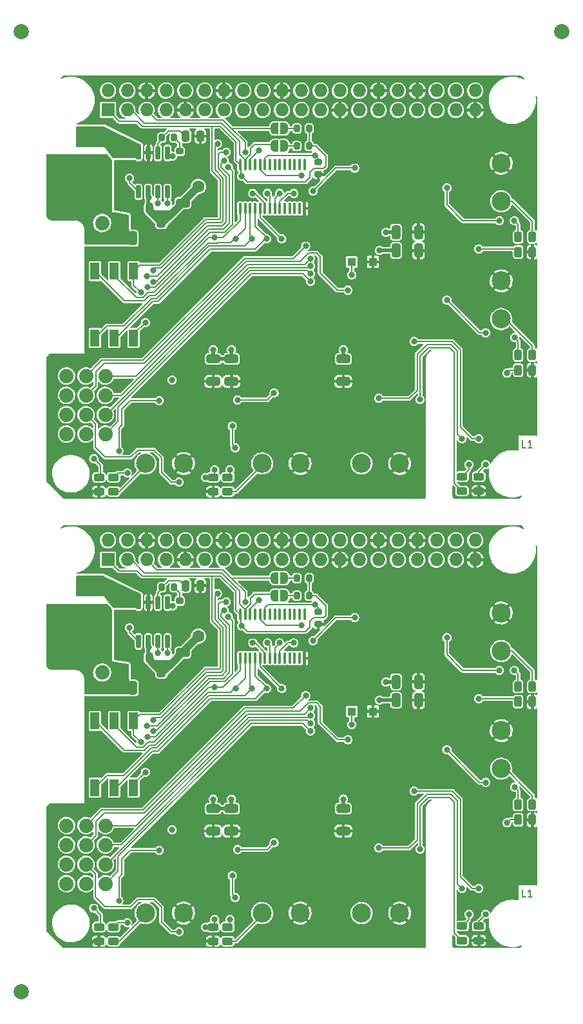
<source format=gbr>
%TF.GenerationSoftware,KiCad,Pcbnew,6.0.11+dfsg-1*%
%TF.CreationDate,2024-04-28T21:20:57+01:00*%
%TF.ProjectId,panel,70616e65-6c2e-46b6-9963-61645f706362,rev?*%
%TF.SameCoordinates,Original*%
%TF.FileFunction,Copper,L1,Top*%
%TF.FilePolarity,Positive*%
%FSLAX46Y46*%
G04 Gerber Fmt 4.6, Leading zero omitted, Abs format (unit mm)*
G04 Created by KiCad (PCBNEW 6.0.11+dfsg-1) date 2024-04-28 21:20:57*
%MOMM*%
%LPD*%
G01*
G04 APERTURE LIST*
G04 Aperture macros list*
%AMRoundRect*
0 Rectangle with rounded corners*
0 $1 Rounding radius*
0 $2 $3 $4 $5 $6 $7 $8 $9 X,Y pos of 4 corners*
0 Add a 4 corners polygon primitive as box body*
4,1,4,$2,$3,$4,$5,$6,$7,$8,$9,$2,$3,0*
0 Add four circle primitives for the rounded corners*
1,1,$1+$1,$2,$3*
1,1,$1+$1,$4,$5*
1,1,$1+$1,$6,$7*
1,1,$1+$1,$8,$9*
0 Add four rect primitives between the rounded corners*
20,1,$1+$1,$2,$3,$4,$5,0*
20,1,$1+$1,$4,$5,$6,$7,0*
20,1,$1+$1,$6,$7,$8,$9,0*
20,1,$1+$1,$8,$9,$2,$3,0*%
%AMFreePoly0*
4,1,22,0.500000,-0.750000,0.000000,-0.750000,0.000000,-0.745033,-0.079941,-0.743568,-0.215256,-0.701293,-0.333266,-0.622738,-0.424486,-0.514219,-0.481581,-0.384460,-0.499164,-0.250000,-0.500000,-0.250000,-0.500000,0.250000,-0.499164,0.250000,-0.499963,0.256109,-0.478152,0.396186,-0.417904,0.524511,-0.324060,0.630769,-0.204165,0.706417,-0.067858,0.745374,0.000000,0.744959,0.000000,0.750000,
0.500000,0.750000,0.500000,-0.750000,0.500000,-0.750000,$1*%
%AMFreePoly1*
4,1,20,0.000000,0.744959,0.073905,0.744508,0.209726,0.703889,0.328688,0.626782,0.421226,0.519385,0.479903,0.390333,0.500000,0.250000,0.500000,-0.250000,0.499851,-0.262216,0.476331,-0.402017,0.414519,-0.529596,0.319384,-0.634700,0.198574,-0.708877,0.061801,-0.746166,0.000000,-0.745033,0.000000,-0.750000,-0.500000,-0.750000,-0.500000,0.750000,0.000000,0.750000,0.000000,0.744959,
0.000000,0.744959,$1*%
G04 Aperture macros list end*
%ADD10C,0.150000*%
%TA.AperFunction,NonConductor*%
%ADD11C,0.150000*%
%TD*%
%TA.AperFunction,ComponentPad*%
%ADD12C,2.500000*%
%TD*%
%TA.AperFunction,SMDPad,CuDef*%
%ADD13RoundRect,0.243750X0.456250X-0.243750X0.456250X0.243750X-0.456250X0.243750X-0.456250X-0.243750X0*%
%TD*%
%TA.AperFunction,SMDPad,CuDef*%
%ADD14R,3.600000X2.700000*%
%TD*%
%TA.AperFunction,ComponentPad*%
%ADD15C,1.879600*%
%TD*%
%TA.AperFunction,SMDPad,CuDef*%
%ADD16C,2.000000*%
%TD*%
%TA.AperFunction,SMDPad,CuDef*%
%ADD17RoundRect,0.100000X0.100000X-0.637500X0.100000X0.637500X-0.100000X0.637500X-0.100000X-0.637500X0*%
%TD*%
%TA.AperFunction,SMDPad,CuDef*%
%ADD18RoundRect,0.250000X0.325000X0.650000X-0.325000X0.650000X-0.325000X-0.650000X0.325000X-0.650000X0*%
%TD*%
%TA.AperFunction,SMDPad,CuDef*%
%ADD19RoundRect,0.150000X0.150000X-0.737500X0.150000X0.737500X-0.150000X0.737500X-0.150000X-0.737500X0*%
%TD*%
%TA.AperFunction,ComponentPad*%
%ADD20C,0.600000*%
%TD*%
%TA.AperFunction,SMDPad,CuDef*%
%ADD21R,4.900000X2.950000*%
%TD*%
%TA.AperFunction,SMDPad,CuDef*%
%ADD22RoundRect,0.200000X0.275000X-0.200000X0.275000X0.200000X-0.275000X0.200000X-0.275000X-0.200000X0*%
%TD*%
%TA.AperFunction,SMDPad,CuDef*%
%ADD23RoundRect,0.225000X0.225000X0.250000X-0.225000X0.250000X-0.225000X-0.250000X0.225000X-0.250000X0*%
%TD*%
%TA.AperFunction,SMDPad,CuDef*%
%ADD24FreePoly0,0.000000*%
%TD*%
%TA.AperFunction,SMDPad,CuDef*%
%ADD25FreePoly1,0.000000*%
%TD*%
%TA.AperFunction,SMDPad,CuDef*%
%ADD26RoundRect,0.250000X-0.325000X-0.650000X0.325000X-0.650000X0.325000X0.650000X-0.325000X0.650000X0*%
%TD*%
%TA.AperFunction,SMDPad,CuDef*%
%ADD27RoundRect,0.243750X0.243750X0.456250X-0.243750X0.456250X-0.243750X-0.456250X0.243750X-0.456250X0*%
%TD*%
%TA.AperFunction,SMDPad,CuDef*%
%ADD28R,1.100000X1.100000*%
%TD*%
%TA.AperFunction,SMDPad,CuDef*%
%ADD29RoundRect,0.250000X-0.650000X0.325000X-0.650000X-0.325000X0.650000X-0.325000X0.650000X0.325000X0*%
%TD*%
%TA.AperFunction,SMDPad,CuDef*%
%ADD30RoundRect,0.200000X-0.200000X-0.275000X0.200000X-0.275000X0.200000X0.275000X-0.200000X0.275000X0*%
%TD*%
%TA.AperFunction,ComponentPad*%
%ADD31R,1.727200X1.727200*%
%TD*%
%TA.AperFunction,ComponentPad*%
%ADD32O,1.727200X1.727200*%
%TD*%
%TA.AperFunction,SMDPad,CuDef*%
%ADD33RoundRect,0.225000X-0.250000X0.225000X-0.250000X-0.225000X0.250000X-0.225000X0.250000X0.225000X0*%
%TD*%
%TA.AperFunction,SMDPad,CuDef*%
%ADD34R,1.200000X2.250000*%
%TD*%
%TA.AperFunction,SMDPad,CuDef*%
%ADD35RoundRect,0.250000X0.650000X-0.325000X0.650000X0.325000X-0.650000X0.325000X-0.650000X-0.325000X0*%
%TD*%
%TA.AperFunction,SMDPad,CuDef*%
%ADD36RoundRect,0.250000X-0.250000X-0.475000X0.250000X-0.475000X0.250000X0.475000X-0.250000X0.475000X0*%
%TD*%
%TA.AperFunction,ComponentPad*%
%ADD37C,1.600000*%
%TD*%
%TA.AperFunction,ViaPad*%
%ADD38C,0.800000*%
%TD*%
%TA.AperFunction,Conductor*%
%ADD39C,0.200000*%
%TD*%
%TA.AperFunction,Conductor*%
%ADD40C,0.500000*%
%TD*%
%TA.AperFunction,Conductor*%
%ADD41C,1.000000*%
%TD*%
G04 APERTURE END LIST*
D10*
D11*
X179283333Y-77052380D02*
X178807142Y-77052380D01*
X178807142Y-76052380D01*
X180140476Y-77052380D02*
X179569047Y-77052380D01*
X179854761Y-77052380D02*
X179854761Y-76052380D01*
X179759523Y-76195238D01*
X179664285Y-76290476D01*
X179569047Y-76338095D01*
D10*
D11*
X179283333Y-136052380D02*
X178807142Y-136052380D01*
X178807142Y-135052380D01*
X180140476Y-136052380D02*
X179569047Y-136052380D01*
X179854761Y-136052380D02*
X179854761Y-135052380D01*
X179759523Y-135195238D01*
X179664285Y-135290476D01*
X179569047Y-135338095D01*
D12*
%TO.P,J8,1,Pin_1*%
%TO.N,Board_0-OUT4*%
X176050000Y-44750000D03*
%TO.P,J8,2,Pin_2*%
%TO.N,Board_0-GND*%
X176050000Y-39750000D03*
%TD*%
D13*
%TO.P,D29,1,K*%
%TO.N,Board_1-GND*%
X123200000Y-141837500D03*
%TO.P,D29,2,A*%
%TO.N,Board_1-Net-(D12-Pad2)*%
X123200000Y-139962500D03*
%TD*%
%TO.P,D29,1,K*%
%TO.N,Board_0-GND*%
X123200000Y-82837500D03*
%TO.P,D29,2,A*%
%TO.N,Board_0-Net-(D12-Pad2)*%
X123200000Y-80962500D03*
%TD*%
%TO.P,D19,1,K*%
%TO.N,Board_1-OUT2*%
X140100000Y-141837500D03*
%TO.P,D19,2,A*%
%TO.N,Board_1-Net-(D19-Pad2)*%
X140100000Y-139962500D03*
%TD*%
D14*
%TO.P,L1,1,1*%
%TO.N,Board_0-/SW*%
X122000000Y-36250000D03*
%TO.P,L1,2,2*%
%TO.N,Board_0-+5V*%
X122000000Y-44550000D03*
%TD*%
D15*
%TO.P,J9,1,1*%
%TO.N,Board_1-+5V*%
X126140000Y-106590000D03*
%TO.P,J9,2,2*%
%TO.N,Board_1-/PI_5V0_P*%
X123600000Y-106590000D03*
%TD*%
D16*
%TO.P,REF\u002A\u002A,*%
%TO.N,*%
X113000000Y-148500046D03*
%TD*%
D12*
%TO.P,J7,1,Pin_1*%
%TO.N,Board_0-OUT3*%
X176050000Y-60200000D03*
%TO.P,J7,2,Pin_2*%
%TO.N,Board_0-GND*%
X176050000Y-55200000D03*
%TD*%
D15*
%TO.P,J1,1,1*%
%TO.N,Board_1-PI4*%
X118920000Y-126670000D03*
%TO.P,J1,2,2*%
%TO.N,Board_1-PI3*%
X118920000Y-129210000D03*
%TO.P,J1,3,3*%
%TO.N,Board_1-PI2*%
X118920000Y-131750000D03*
%TO.P,J1,4,4*%
%TO.N,Board_1-PI1*%
X118920000Y-134290000D03*
%TD*%
D17*
%TO.P,U2,1,A0*%
%TO.N,Board_1-Net-(R37-Pad2)*%
X141750000Y-104687500D03*
%TO.P,U2,2,A1*%
%TO.N,Board_1-Net-(R36-Pad2)*%
X142400000Y-104687500D03*
%TO.P,U2,3,A2*%
%TO.N,Board_1-Net-(R35-Pad2)*%
X143050000Y-104687500D03*
%TO.P,U2,4,A3*%
%TO.N,Board_1-Net-(R34-Pad2)*%
X143700000Y-104687500D03*
%TO.P,U2,5,A4*%
%TO.N,Board_1-Net-(R33-Pad2)*%
X144350000Y-104687500D03*
%TO.P,U2,6,LED0*%
%TO.N,Board_1-Net-(D33-Pad2)*%
X145000000Y-104687500D03*
%TO.P,U2,7,LED1*%
%TO.N,Board_1-Net-(D33-Pad1)*%
X145650000Y-104687500D03*
%TO.P,U2,8,LED2*%
%TO.N,Board_1-Net-(D32-Pad2)*%
X146300000Y-104687500D03*
%TO.P,U2,9,LED3*%
%TO.N,Board_1-Net-(D32-Pad1)*%
X146950000Y-104687500D03*
%TO.P,U2,10,LED4*%
%TO.N,Board_1-unconnected-(U2-Pad10)*%
X147600000Y-104687500D03*
%TO.P,U2,11,LED5*%
%TO.N,Board_1-unconnected-(U2-Pad11)*%
X148250000Y-104687500D03*
%TO.P,U2,12,LED6*%
%TO.N,Board_1-unconnected-(U2-Pad12)*%
X148900000Y-104687500D03*
%TO.P,U2,13,LED7*%
%TO.N,Board_1-unconnected-(U2-Pad13)*%
X149550000Y-104687500D03*
%TO.P,U2,14,VSS*%
%TO.N,Board_1-GND*%
X150200000Y-104687500D03*
%TO.P,U2,15,LED8*%
%TO.N,Board_1-unconnected-(U2-Pad15)*%
X150200000Y-98962500D03*
%TO.P,U2,16,LED9*%
%TO.N,Board_1-unconnected-(U2-Pad16)*%
X149550000Y-98962500D03*
%TO.P,U2,17,LED10*%
%TO.N,Board_1-unconnected-(U2-Pad17)*%
X148900000Y-98962500D03*
%TO.P,U2,18,LED11*%
%TO.N,Board_1-unconnected-(U2-Pad18)*%
X148250000Y-98962500D03*
%TO.P,U2,19,LED12*%
%TO.N,Board_1-unconnected-(U2-Pad19)*%
X147600000Y-98962500D03*
%TO.P,U2,20,LED13*%
%TO.N,Board_1-unconnected-(U2-Pad20)*%
X146950000Y-98962500D03*
%TO.P,U2,21,LED14*%
%TO.N,Board_1-unconnected-(U2-Pad21)*%
X146300000Y-98962500D03*
%TO.P,U2,22,LED15*%
%TO.N,Board_1-unconnected-(U2-Pad22)*%
X145650000Y-98962500D03*
%TO.P,U2,23,~{OE}*%
%TO.N,Board_1-OE*%
X145000000Y-98962500D03*
%TO.P,U2,24,A5*%
%TO.N,Board_1-Net-(R32-Pad2)*%
X144350000Y-98962500D03*
%TO.P,U2,25,EXTCLK*%
%TO.N,Board_1-unconnected-(U2-Pad25)*%
X143700000Y-98962500D03*
%TO.P,U2,26,SCL*%
%TO.N,Board_1-I2C_SCL*%
X143050000Y-98962500D03*
%TO.P,U2,27,SDA*%
%TO.N,Board_1-I2C_SDA*%
X142400000Y-98962500D03*
%TO.P,U2,28,VDD*%
%TO.N,Board_1-+3V3*%
X141750000Y-98962500D03*
%TD*%
D13*
%TO.P,D31,1,K*%
%TO.N,Board_1-GND*%
X138200000Y-141837500D03*
%TO.P,D31,2,A*%
%TO.N,Board_1-Net-(D25-Pad2)*%
X138200000Y-139962500D03*
%TD*%
D18*
%TO.P,C18,1*%
%TO.N,Board_0-VCC*%
X131375000Y-47300000D03*
%TO.P,C18,2*%
%TO.N,Board_0-GND*%
X128425000Y-47300000D03*
%TD*%
D12*
%TO.P,J8,1,Pin_1*%
%TO.N,Board_1-OUT4*%
X176050000Y-103750000D03*
%TO.P,J8,2,Pin_2*%
%TO.N,Board_1-GND*%
X176050000Y-98750000D03*
%TD*%
D19*
%TO.P,U1,1,BOOT*%
%TO.N,Board_1-/BOOT*%
X128395000Y-102512500D03*
%TO.P,U1,2,VIN*%
%TO.N,Board_1-VCC*%
X129665000Y-102512500D03*
%TO.P,U1,3,EN*%
%TO.N,Board_1-/EN*%
X130935000Y-102512500D03*
%TO.P,U1,4,SS*%
%TO.N,Board_1-/SS*%
X132205000Y-102512500D03*
%TO.P,U1,5,VSENSE*%
%TO.N,Board_1-/VSENSE*%
X132205000Y-97387500D03*
%TO.P,U1,6,COMP*%
%TO.N,Board_1-/COMP*%
X130935000Y-97387500D03*
%TO.P,U1,7,GND*%
%TO.N,Board_1-GND*%
X129665000Y-97387500D03*
%TO.P,U1,8,SW*%
%TO.N,Board_1-/SW*%
X128395000Y-97387500D03*
D20*
%TO.P,U1,9,GND*%
%TO.N,Board_1-GND*%
X131600000Y-99300000D03*
D21*
X130300000Y-99950000D03*
D20*
X129000000Y-100600000D03*
X130300000Y-99300000D03*
X130300000Y-100600000D03*
X131600000Y-100600000D03*
%TD*%
D22*
%TO.P,R28,1,1*%
%TO.N,Board_0-GND*%
X152000000Y-41225000D03*
%TO.P,R28,2,2*%
%TO.N,Board_0-OE*%
X152000000Y-39575000D03*
%TD*%
D23*
%TO.P,C6,1*%
%TO.N,Board_0-VCC*%
X129775000Y-45400000D03*
%TO.P,C6,2*%
%TO.N,Board_0-GND*%
X128225000Y-45400000D03*
%TD*%
D17*
%TO.P,U2,1,A0*%
%TO.N,Board_0-Net-(R37-Pad2)*%
X141750000Y-45687500D03*
%TO.P,U2,2,A1*%
%TO.N,Board_0-Net-(R36-Pad2)*%
X142400000Y-45687500D03*
%TO.P,U2,3,A2*%
%TO.N,Board_0-Net-(R35-Pad2)*%
X143050000Y-45687500D03*
%TO.P,U2,4,A3*%
%TO.N,Board_0-Net-(R34-Pad2)*%
X143700000Y-45687500D03*
%TO.P,U2,5,A4*%
%TO.N,Board_0-Net-(R33-Pad2)*%
X144350000Y-45687500D03*
%TO.P,U2,6,LED0*%
%TO.N,Board_0-Net-(D33-Pad2)*%
X145000000Y-45687500D03*
%TO.P,U2,7,LED1*%
%TO.N,Board_0-Net-(D33-Pad1)*%
X145650000Y-45687500D03*
%TO.P,U2,8,LED2*%
%TO.N,Board_0-Net-(D32-Pad2)*%
X146300000Y-45687500D03*
%TO.P,U2,9,LED3*%
%TO.N,Board_0-Net-(D32-Pad1)*%
X146950000Y-45687500D03*
%TO.P,U2,10,LED4*%
%TO.N,Board_0-unconnected-(U2-Pad10)*%
X147600000Y-45687500D03*
%TO.P,U2,11,LED5*%
%TO.N,Board_0-unconnected-(U2-Pad11)*%
X148250000Y-45687500D03*
%TO.P,U2,12,LED6*%
%TO.N,Board_0-unconnected-(U2-Pad12)*%
X148900000Y-45687500D03*
%TO.P,U2,13,LED7*%
%TO.N,Board_0-unconnected-(U2-Pad13)*%
X149550000Y-45687500D03*
%TO.P,U2,14,VSS*%
%TO.N,Board_0-GND*%
X150200000Y-45687500D03*
%TO.P,U2,15,LED8*%
%TO.N,Board_0-unconnected-(U2-Pad15)*%
X150200000Y-39962500D03*
%TO.P,U2,16,LED9*%
%TO.N,Board_0-unconnected-(U2-Pad16)*%
X149550000Y-39962500D03*
%TO.P,U2,17,LED10*%
%TO.N,Board_0-unconnected-(U2-Pad17)*%
X148900000Y-39962500D03*
%TO.P,U2,18,LED11*%
%TO.N,Board_0-unconnected-(U2-Pad18)*%
X148250000Y-39962500D03*
%TO.P,U2,19,LED12*%
%TO.N,Board_0-unconnected-(U2-Pad19)*%
X147600000Y-39962500D03*
%TO.P,U2,20,LED13*%
%TO.N,Board_0-unconnected-(U2-Pad20)*%
X146950000Y-39962500D03*
%TO.P,U2,21,LED14*%
%TO.N,Board_0-unconnected-(U2-Pad21)*%
X146300000Y-39962500D03*
%TO.P,U2,22,LED15*%
%TO.N,Board_0-unconnected-(U2-Pad22)*%
X145650000Y-39962500D03*
%TO.P,U2,23,~{OE}*%
%TO.N,Board_0-OE*%
X145000000Y-39962500D03*
%TO.P,U2,24,A5*%
%TO.N,Board_0-Net-(R32-Pad2)*%
X144350000Y-39962500D03*
%TO.P,U2,25,EXTCLK*%
%TO.N,Board_0-unconnected-(U2-Pad25)*%
X143700000Y-39962500D03*
%TO.P,U2,26,SCL*%
%TO.N,Board_0-I2C_SCL*%
X143050000Y-39962500D03*
%TO.P,U2,27,SDA*%
%TO.N,Board_0-I2C_SDA*%
X142400000Y-39962500D03*
%TO.P,U2,28,VDD*%
%TO.N,Board_0-+3V3*%
X141750000Y-39962500D03*
%TD*%
D14*
%TO.P,L1,1,1*%
%TO.N,Board_1-/SW*%
X122000000Y-95250000D03*
%TO.P,L1,2,2*%
%TO.N,Board_1-+5V*%
X122000000Y-103550000D03*
%TD*%
D24*
%TO.P,JP7,1,A*%
%TO.N,Board_1-I2C_SDA*%
X146250000Y-96500000D03*
D25*
%TO.P,JP7,2,B*%
%TO.N,Board_1-Net-(JP7-Pad2)*%
X147550000Y-96500000D03*
%TD*%
D26*
%TO.P,C15,1*%
%TO.N,Board_0-VCC*%
X162225000Y-48800000D03*
%TO.P,C15,2*%
%TO.N,Board_0-GND*%
X165175000Y-48800000D03*
%TD*%
D27*
%TO.P,D20,1,K*%
%TO.N,Board_1-OUT4*%
X180137500Y-108400000D03*
%TO.P,D20,2,A*%
%TO.N,Board_1-Net-(D20-Pad2)*%
X178262500Y-108400000D03*
%TD*%
D12*
%TO.P,J4,1,Pin_1*%
%TO.N,Board_0-OUT1*%
X129300000Y-79150000D03*
%TO.P,J4,2,Pin_2*%
%TO.N,Board_0-GND*%
X134300000Y-79150000D03*
%TD*%
D22*
%TO.P,R28,1,1*%
%TO.N,Board_1-GND*%
X152000000Y-100225000D03*
%TO.P,R28,2,2*%
%TO.N,Board_1-OE*%
X152000000Y-98575000D03*
%TD*%
D26*
%TO.P,C14,1*%
%TO.N,Board_1-+5V*%
X127625000Y-108600000D03*
%TO.P,C14,2*%
%TO.N,Board_1-GND*%
X130575000Y-108600000D03*
%TD*%
D16*
%TO.P,REF\u002A\u002A,*%
%TO.N,*%
X184000000Y-22500000D03*
%TD*%
D26*
%TO.P,C16,1*%
%TO.N,Board_1-VCC*%
X162225000Y-110200000D03*
%TO.P,C16,2*%
%TO.N,Board_1-GND*%
X165175000Y-110200000D03*
%TD*%
D28*
%TO.P,D15,1,K*%
%TO.N,Board_1-Net-(D13-Pad2)*%
X156400000Y-111700000D03*
%TO.P,D15,2,A*%
%TO.N,Board_1-GND*%
X159200000Y-111700000D03*
%TD*%
D18*
%TO.P,C18,1*%
%TO.N,Board_1-VCC*%
X131375000Y-106300000D03*
%TO.P,C18,2*%
%TO.N,Board_1-GND*%
X128425000Y-106300000D03*
%TD*%
D27*
%TO.P,D20,1,K*%
%TO.N,Board_0-OUT4*%
X180137500Y-49400000D03*
%TO.P,D20,2,A*%
%TO.N,Board_0-Net-(D20-Pad2)*%
X178262500Y-49400000D03*
%TD*%
D29*
%TO.P,C1,1*%
%TO.N,Board_1-VCC*%
X155300000Y-124425000D03*
%TO.P,C1,2*%
%TO.N,Board_1-GND*%
X155300000Y-127375000D03*
%TD*%
D13*
%TO.P,D19,1,K*%
%TO.N,Board_0-OUT2*%
X140100000Y-82837500D03*
%TO.P,D19,2,A*%
%TO.N,Board_0-Net-(D19-Pad2)*%
X140100000Y-80962500D03*
%TD*%
%TO.P,D4,1,K*%
%TO.N,Board_0-OUT1*%
X125100000Y-82837500D03*
%TO.P,D4,2,A*%
%TO.N,Board_0-Net-(D4-Pad2)*%
X125100000Y-80962500D03*
%TD*%
D30*
%TO.P,R40,1,1*%
%TO.N,Board_0-Net-(JP8-Pad2)*%
X149175000Y-35200000D03*
%TO.P,R40,2,2*%
%TO.N,Board_0-+3V3*%
X150825000Y-35200000D03*
%TD*%
D24*
%TO.P,JP7,1,A*%
%TO.N,Board_0-I2C_SDA*%
X146250000Y-37500000D03*
D25*
%TO.P,JP7,2,B*%
%TO.N,Board_0-Net-(JP7-Pad2)*%
X147550000Y-37500000D03*
%TD*%
D12*
%TO.P,J3,1,Pin_1*%
%TO.N,Board_1-VIN*%
X157700000Y-138150000D03*
%TO.P,J3,2,Pin_2*%
%TO.N,Board_1-GND*%
X162700000Y-138150000D03*
%TD*%
D26*
%TO.P,C16,1*%
%TO.N,Board_0-VCC*%
X162225000Y-51200000D03*
%TO.P,C16,2*%
%TO.N,Board_0-GND*%
X165175000Y-51200000D03*
%TD*%
D30*
%TO.P,R39,1,1*%
%TO.N,Board_1-Net-(JP7-Pad2)*%
X149175000Y-96500000D03*
%TO.P,R39,2,2*%
%TO.N,Board_1-+3V3*%
X150825000Y-96500000D03*
%TD*%
D29*
%TO.P,C1,1*%
%TO.N,Board_0-VCC*%
X155300000Y-65425000D03*
%TO.P,C1,2*%
%TO.N,Board_0-GND*%
X155300000Y-68375000D03*
%TD*%
D31*
%TO.P,J2,1,3.3V*%
%TO.N,Board_0-+3V3*%
X124370000Y-32770000D03*
D32*
%TO.P,J2,2,5V*%
%TO.N,Board_0-PI_5V0*%
X124370000Y-30230000D03*
%TO.P,J2,3,SDA*%
%TO.N,Board_0-I2C_SDA*%
X126910000Y-32770000D03*
%TO.P,J2,4,5V*%
%TO.N,Board_0-PI_5V0*%
X126910000Y-30230000D03*
%TO.P,J2,5,SCL*%
%TO.N,Board_0-I2C_SCL*%
X129450000Y-32770000D03*
%TO.P,J2,6,GND*%
%TO.N,Board_0-GND*%
X129450000Y-30230000D03*
%TO.P,J2,7,GP4*%
%TO.N,Board_0-unconnected-(J2-Pad7)*%
X131990000Y-32770000D03*
%TO.P,J2,8,TXO*%
%TO.N,Board_0-unconnected-(J2-Pad8)*%
X131990000Y-30230000D03*
%TO.P,J2,9,GND*%
%TO.N,Board_0-GND*%
X134530000Y-32770000D03*
%TO.P,J2,10,RXI*%
%TO.N,Board_0-unconnected-(J2-Pad10)*%
X134530000Y-30230000D03*
%TO.P,J2,11,GP17*%
%TO.N,Board_0-unconnected-(J2-Pad11)*%
X137070000Y-32770000D03*
%TO.P,J2,12,GP18#*%
%TO.N,Board_0-unconnected-(J2-Pad12)*%
X137070000Y-30230000D03*
%TO.P,J2,13,GP27*%
%TO.N,Board_0-Net-(D34-Pad1)*%
X139610000Y-32770000D03*
%TO.P,J2,14,GND*%
%TO.N,Board_0-GND*%
X139610000Y-30230000D03*
%TO.P,J2,15,GP22*%
%TO.N,Board_0-Net-(D35-Pad2)*%
X142150000Y-32770000D03*
%TO.P,J2,16,GP23*%
%TO.N,Board_0-Net-(D35-Pad1)*%
X142150000Y-30230000D03*
%TO.P,J2,17,3.3V*%
%TO.N,Board_0-unconnected-(J2-Pad17)*%
X144690000Y-32770000D03*
%TO.P,J2,18,GP24*%
%TO.N,Board_0-Net-(D34-Pad2)*%
X144690000Y-30230000D03*
%TO.P,J2,19,MOSI*%
%TO.N,Board_0-unconnected-(J2-Pad19)*%
X147230000Y-32770000D03*
%TO.P,J2,20,GND*%
%TO.N,Board_0-GND*%
X147230000Y-30230000D03*
%TO.P,J2,21,MISO*%
%TO.N,Board_0-unconnected-(J2-Pad21)*%
X149770000Y-32770000D03*
%TO.P,J2,22,GP25*%
%TO.N,Board_0-OE*%
X149770000Y-30230000D03*
%TO.P,J2,23,SCLK*%
%TO.N,Board_0-unconnected-(J2-Pad23)*%
X152310000Y-32770000D03*
%TO.P,J2,24,CE0*%
%TO.N,Board_0-unconnected-(J2-Pad24)*%
X152310000Y-30230000D03*
%TO.P,J2,25,GND*%
%TO.N,Board_0-GND*%
X154850000Y-32770000D03*
%TO.P,J2,26,CE1*%
%TO.N,Board_0-unconnected-(J2-Pad26)*%
X154850000Y-30230000D03*
%TO.P,J2,27,ID_SD*%
%TO.N,Board_0-unconnected-(J2-Pad27)*%
X157390000Y-32770000D03*
%TO.P,J2,28,ID_SC*%
%TO.N,Board_0-unconnected-(J2-Pad28)*%
X157390000Y-30230000D03*
%TO.P,J2,29,GP5*%
%TO.N,Board_0-unconnected-(J2-Pad29)*%
X159930000Y-32770000D03*
%TO.P,J2,30,GND*%
%TO.N,Board_0-GND*%
X159930000Y-30230000D03*
%TO.P,J2,31,GP6*%
%TO.N,Board_0-unconnected-(J2-Pad31)*%
X162470000Y-32770000D03*
%TO.P,J2,32,GP12*%
%TO.N,Board_0-unconnected-(J2-Pad32)*%
X162470000Y-30230000D03*
%TO.P,J2,33,GP13*%
%TO.N,Board_0-unconnected-(J2-Pad33)*%
X165010000Y-32770000D03*
%TO.P,J2,34,GND*%
%TO.N,Board_0-GND*%
X165010000Y-30230000D03*
%TO.P,J2,35,GP19*%
%TO.N,Board_0-unconnected-(J2-Pad35)*%
X167550000Y-32770000D03*
%TO.P,J2,36,GP16*%
%TO.N,Board_0-unconnected-(J2-Pad36)*%
X167550000Y-30230000D03*
%TO.P,J2,37,GP26*%
%TO.N,Board_0-unconnected-(J2-Pad37)*%
X170090000Y-32770000D03*
%TO.P,J2,38,GP20*%
%TO.N,Board_0-unconnected-(J2-Pad38)*%
X170090000Y-30230000D03*
%TO.P,J2,39,GND*%
%TO.N,Board_0-GND*%
X172630000Y-32770000D03*
%TO.P,J2,40,GP21*%
%TO.N,Board_0-unconnected-(J2-Pad40)*%
X172630000Y-30230000D03*
%TD*%
D12*
%TO.P,J7,1,Pin_1*%
%TO.N,Board_1-OUT3*%
X176050000Y-119200000D03*
%TO.P,J7,2,Pin_2*%
%TO.N,Board_1-GND*%
X176050000Y-114200000D03*
%TD*%
D31*
%TO.P,J2,1,3.3V*%
%TO.N,Board_1-+3V3*%
X124370000Y-91770000D03*
D32*
%TO.P,J2,2,5V*%
%TO.N,Board_1-PI_5V0*%
X124370000Y-89230000D03*
%TO.P,J2,3,SDA*%
%TO.N,Board_1-I2C_SDA*%
X126910000Y-91770000D03*
%TO.P,J2,4,5V*%
%TO.N,Board_1-PI_5V0*%
X126910000Y-89230000D03*
%TO.P,J2,5,SCL*%
%TO.N,Board_1-I2C_SCL*%
X129450000Y-91770000D03*
%TO.P,J2,6,GND*%
%TO.N,Board_1-GND*%
X129450000Y-89230000D03*
%TO.P,J2,7,GP4*%
%TO.N,Board_1-unconnected-(J2-Pad7)*%
X131990000Y-91770000D03*
%TO.P,J2,8,TXO*%
%TO.N,Board_1-unconnected-(J2-Pad8)*%
X131990000Y-89230000D03*
%TO.P,J2,9,GND*%
%TO.N,Board_1-GND*%
X134530000Y-91770000D03*
%TO.P,J2,10,RXI*%
%TO.N,Board_1-unconnected-(J2-Pad10)*%
X134530000Y-89230000D03*
%TO.P,J2,11,GP17*%
%TO.N,Board_1-unconnected-(J2-Pad11)*%
X137070000Y-91770000D03*
%TO.P,J2,12,GP18#*%
%TO.N,Board_1-unconnected-(J2-Pad12)*%
X137070000Y-89230000D03*
%TO.P,J2,13,GP27*%
%TO.N,Board_1-Net-(D34-Pad1)*%
X139610000Y-91770000D03*
%TO.P,J2,14,GND*%
%TO.N,Board_1-GND*%
X139610000Y-89230000D03*
%TO.P,J2,15,GP22*%
%TO.N,Board_1-Net-(D35-Pad2)*%
X142150000Y-91770000D03*
%TO.P,J2,16,GP23*%
%TO.N,Board_1-Net-(D35-Pad1)*%
X142150000Y-89230000D03*
%TO.P,J2,17,3.3V*%
%TO.N,Board_1-unconnected-(J2-Pad17)*%
X144690000Y-91770000D03*
%TO.P,J2,18,GP24*%
%TO.N,Board_1-Net-(D34-Pad2)*%
X144690000Y-89230000D03*
%TO.P,J2,19,MOSI*%
%TO.N,Board_1-unconnected-(J2-Pad19)*%
X147230000Y-91770000D03*
%TO.P,J2,20,GND*%
%TO.N,Board_1-GND*%
X147230000Y-89230000D03*
%TO.P,J2,21,MISO*%
%TO.N,Board_1-unconnected-(J2-Pad21)*%
X149770000Y-91770000D03*
%TO.P,J2,22,GP25*%
%TO.N,Board_1-OE*%
X149770000Y-89230000D03*
%TO.P,J2,23,SCLK*%
%TO.N,Board_1-unconnected-(J2-Pad23)*%
X152310000Y-91770000D03*
%TO.P,J2,24,CE0*%
%TO.N,Board_1-unconnected-(J2-Pad24)*%
X152310000Y-89230000D03*
%TO.P,J2,25,GND*%
%TO.N,Board_1-GND*%
X154850000Y-91770000D03*
%TO.P,J2,26,CE1*%
%TO.N,Board_1-unconnected-(J2-Pad26)*%
X154850000Y-89230000D03*
%TO.P,J2,27,ID_SD*%
%TO.N,Board_1-unconnected-(J2-Pad27)*%
X157390000Y-91770000D03*
%TO.P,J2,28,ID_SC*%
%TO.N,Board_1-unconnected-(J2-Pad28)*%
X157390000Y-89230000D03*
%TO.P,J2,29,GP5*%
%TO.N,Board_1-unconnected-(J2-Pad29)*%
X159930000Y-91770000D03*
%TO.P,J2,30,GND*%
%TO.N,Board_1-GND*%
X159930000Y-89230000D03*
%TO.P,J2,31,GP6*%
%TO.N,Board_1-unconnected-(J2-Pad31)*%
X162470000Y-91770000D03*
%TO.P,J2,32,GP12*%
%TO.N,Board_1-unconnected-(J2-Pad32)*%
X162470000Y-89230000D03*
%TO.P,J2,33,GP13*%
%TO.N,Board_1-unconnected-(J2-Pad33)*%
X165010000Y-91770000D03*
%TO.P,J2,34,GND*%
%TO.N,Board_1-GND*%
X165010000Y-89230000D03*
%TO.P,J2,35,GP19*%
%TO.N,Board_1-unconnected-(J2-Pad35)*%
X167550000Y-91770000D03*
%TO.P,J2,36,GP16*%
%TO.N,Board_1-unconnected-(J2-Pad36)*%
X167550000Y-89230000D03*
%TO.P,J2,37,GP26*%
%TO.N,Board_1-unconnected-(J2-Pad37)*%
X170090000Y-91770000D03*
%TO.P,J2,38,GP20*%
%TO.N,Board_1-unconnected-(J2-Pad38)*%
X170090000Y-89230000D03*
%TO.P,J2,39,GND*%
%TO.N,Board_1-GND*%
X172630000Y-91770000D03*
%TO.P,J2,40,GP21*%
%TO.N,Board_1-unconnected-(J2-Pad40)*%
X172630000Y-89230000D03*
%TD*%
D33*
%TO.P,C23,1*%
%TO.N,Board_0-Net-(C23-Pad1)*%
X133800000Y-38175000D03*
%TO.P,C23,2*%
%TO.N,Board_0-GND*%
X133800000Y-39725000D03*
%TD*%
D29*
%TO.P,C11,1*%
%TO.N,Board_0-VCC*%
X140600000Y-65425000D03*
%TO.P,C11,2*%
%TO.N,Board_0-GND*%
X140600000Y-68375000D03*
%TD*%
D15*
%TO.P,J1,1,1*%
%TO.N,Board_0-PI4*%
X118920000Y-67670000D03*
%TO.P,J1,2,2*%
%TO.N,Board_0-PI3*%
X118920000Y-70210000D03*
%TO.P,J1,3,3*%
%TO.N,Board_0-PI2*%
X118920000Y-72750000D03*
%TO.P,J1,4,4*%
%TO.N,Board_0-PI1*%
X118920000Y-75290000D03*
%TD*%
D34*
%TO.P,SW1,1,1*%
%TO.N,Board_0-Net-(R37-Pad2)*%
X125200000Y-53925000D03*
%TO.P,SW1,2,2*%
%TO.N,Board_0-Net-(R36-Pad2)*%
X122660000Y-53925000D03*
%TO.P,SW1,4,4*%
%TO.N,Board_0-Net-(R35-Pad2)*%
X122660000Y-62675000D03*
%TO.P,SW1,8,8*%
%TO.N,Board_0-Net-(R34-Pad2)*%
X125200000Y-62675000D03*
%TO.P,SW1,C,C*%
%TO.N,Board_0-+3V3*%
X127740000Y-62675000D03*
X127740000Y-53925000D03*
%TD*%
D15*
%TO.P,J6,1,1*%
%TO.N,Board_0-INPUT1*%
X124020000Y-75290000D03*
%TO.P,J6,2,2*%
%TO.N,Board_0-MOSFET1*%
X121480000Y-75290000D03*
%TO.P,J6,3,3*%
%TO.N,Board_0-INPUT2*%
X124020000Y-72750000D03*
%TO.P,J6,4,4*%
%TO.N,Board_0-MOSFET2*%
X121480000Y-72750000D03*
%TO.P,J6,5,5*%
%TO.N,Board_0-INPUT3*%
X124020000Y-70210000D03*
%TO.P,J6,6,6*%
%TO.N,Board_0-MOSFET3*%
X121480000Y-70210000D03*
%TO.P,J6,7,7*%
%TO.N,Board_0-INPUT4*%
X124020000Y-67670000D03*
%TO.P,J6,8,8*%
%TO.N,Board_0-MOSFET4*%
X121480000Y-67670000D03*
%TD*%
D35*
%TO.P,C5,1*%
%TO.N,Board_1-VCC*%
X134200000Y-103975000D03*
%TO.P,C5,2*%
%TO.N,Board_1-GND*%
X134200000Y-101025000D03*
%TD*%
D26*
%TO.P,C15,1*%
%TO.N,Board_1-VCC*%
X162225000Y-107800000D03*
%TO.P,C15,2*%
%TO.N,Board_1-GND*%
X165175000Y-107800000D03*
%TD*%
D12*
%TO.P,J5,1,Pin_1*%
%TO.N,Board_0-OUT2*%
X144625000Y-79150000D03*
%TO.P,J5,2,Pin_2*%
%TO.N,Board_0-GND*%
X149625000Y-79150000D03*
%TD*%
D34*
%TO.P,SW1,1,1*%
%TO.N,Board_1-Net-(R37-Pad2)*%
X125200000Y-112925000D03*
%TO.P,SW1,2,2*%
%TO.N,Board_1-Net-(R36-Pad2)*%
X122660000Y-112925000D03*
%TO.P,SW1,4,4*%
%TO.N,Board_1-Net-(R35-Pad2)*%
X122660000Y-121675000D03*
%TO.P,SW1,8,8*%
%TO.N,Board_1-Net-(R34-Pad2)*%
X125200000Y-121675000D03*
%TO.P,SW1,C,C*%
%TO.N,Board_1-+3V3*%
X127740000Y-121675000D03*
X127740000Y-112925000D03*
%TD*%
D15*
%TO.P,J6,1,1*%
%TO.N,Board_1-INPUT1*%
X124020000Y-134290000D03*
%TO.P,J6,2,2*%
%TO.N,Board_1-MOSFET1*%
X121480000Y-134290000D03*
%TO.P,J6,3,3*%
%TO.N,Board_1-INPUT2*%
X124020000Y-131750000D03*
%TO.P,J6,4,4*%
%TO.N,Board_1-MOSFET2*%
X121480000Y-131750000D03*
%TO.P,J6,5,5*%
%TO.N,Board_1-INPUT3*%
X124020000Y-129210000D03*
%TO.P,J6,6,6*%
%TO.N,Board_1-MOSFET3*%
X121480000Y-129210000D03*
%TO.P,J6,7,7*%
%TO.N,Board_1-INPUT4*%
X124020000Y-126670000D03*
%TO.P,J6,8,8*%
%TO.N,Board_1-MOSFET4*%
X121480000Y-126670000D03*
%TD*%
D24*
%TO.P,JP8,1,A*%
%TO.N,Board_1-I2C_SCL*%
X146250000Y-94200000D03*
D25*
%TO.P,JP8,2,B*%
%TO.N,Board_1-Net-(JP8-Pad2)*%
X147550000Y-94200000D03*
%TD*%
D13*
%TO.P,D31,1,K*%
%TO.N,Board_0-GND*%
X138200000Y-82837500D03*
%TO.P,D31,2,A*%
%TO.N,Board_0-Net-(D25-Pad2)*%
X138200000Y-80962500D03*
%TD*%
D33*
%TO.P,C23,1*%
%TO.N,Board_1-Net-(C23-Pad1)*%
X133800000Y-97175000D03*
%TO.P,C23,2*%
%TO.N,Board_1-GND*%
X133800000Y-98725000D03*
%TD*%
D29*
%TO.P,C3,1*%
%TO.N,Board_0-VCC*%
X138200000Y-65425000D03*
%TO.P,C3,2*%
%TO.N,Board_0-GND*%
X138200000Y-68375000D03*
%TD*%
D13*
%TO.P,D38,1,K*%
%TO.N,Board_1-GND*%
X173100000Y-141737500D03*
%TO.P,D38,2,A*%
%TO.N,Board_1-Net-(D38-Pad2)*%
X173100000Y-139862500D03*
%TD*%
D27*
%TO.P,D37,1,K*%
%TO.N,Board_1-GND*%
X180137500Y-110400000D03*
%TO.P,D37,2,A*%
%TO.N,Board_1-Net-(D26-Pad2)*%
X178262500Y-110400000D03*
%TD*%
D13*
%TO.P,D1,1,K*%
%TO.N,Board_0-Net-(D1-Pad1)*%
X170900000Y-82737500D03*
%TO.P,D1,2,A*%
%TO.N,Board_0-Net-(D1-Pad2)*%
X170900000Y-80862500D03*
%TD*%
D30*
%TO.P,R40,1,1*%
%TO.N,Board_1-Net-(JP8-Pad2)*%
X149175000Y-94200000D03*
%TO.P,R40,2,2*%
%TO.N,Board_1-+3V3*%
X150825000Y-94200000D03*
%TD*%
D27*
%TO.P,D5,1,K*%
%TO.N,Board_1-OUT3*%
X180137500Y-123900000D03*
%TO.P,D5,2,A*%
%TO.N,Board_1-Net-(D5-Pad2)*%
X178262500Y-123900000D03*
%TD*%
D16*
%TO.P,REF\u002A\u002A,*%
%TO.N,*%
X113000000Y-22500000D03*
%TD*%
D30*
%TO.P,R44,1,1*%
%TO.N,Board_0-/COMP*%
X131425000Y-36400000D03*
%TO.P,R44,2,2*%
%TO.N,Board_0-Net-(C23-Pad1)*%
X133075000Y-36400000D03*
%TD*%
D15*
%TO.P,J9,1,1*%
%TO.N,Board_0-+5V*%
X126140000Y-47590000D03*
%TO.P,J9,2,2*%
%TO.N,Board_0-/PI_5V0_P*%
X123600000Y-47590000D03*
%TD*%
D26*
%TO.P,C14,1*%
%TO.N,Board_0-+5V*%
X127625000Y-49600000D03*
%TO.P,C14,2*%
%TO.N,Board_0-GND*%
X130575000Y-49600000D03*
%TD*%
D36*
%TO.P,C22,1*%
%TO.N,Board_0-/COMP*%
X134600000Y-36200000D03*
%TO.P,C22,2*%
%TO.N,Board_0-GND*%
X136500000Y-36200000D03*
%TD*%
D13*
%TO.P,D1,1,K*%
%TO.N,Board_1-Net-(D1-Pad1)*%
X170900000Y-141737500D03*
%TO.P,D1,2,A*%
%TO.N,Board_1-Net-(D1-Pad2)*%
X170900000Y-139862500D03*
%TD*%
D35*
%TO.P,C5,1*%
%TO.N,Board_0-VCC*%
X134200000Y-44975000D03*
%TO.P,C5,2*%
%TO.N,Board_0-GND*%
X134200000Y-42025000D03*
%TD*%
D28*
%TO.P,D15,1,K*%
%TO.N,Board_0-Net-(D13-Pad2)*%
X156400000Y-52700000D03*
%TO.P,D15,2,A*%
%TO.N,Board_0-GND*%
X159200000Y-52700000D03*
%TD*%
D12*
%TO.P,J4,1,Pin_1*%
%TO.N,Board_1-OUT1*%
X129300000Y-138150000D03*
%TO.P,J4,2,Pin_2*%
%TO.N,Board_1-GND*%
X134300000Y-138150000D03*
%TD*%
D30*
%TO.P,R39,1,1*%
%TO.N,Board_0-Net-(JP7-Pad2)*%
X149175000Y-37500000D03*
%TO.P,R39,2,2*%
%TO.N,Board_0-+3V3*%
X150825000Y-37500000D03*
%TD*%
D23*
%TO.P,C6,1*%
%TO.N,Board_1-VCC*%
X129775000Y-104400000D03*
%TO.P,C6,2*%
%TO.N,Board_1-GND*%
X128225000Y-104400000D03*
%TD*%
D29*
%TO.P,C3,1*%
%TO.N,Board_1-VCC*%
X138200000Y-124425000D03*
%TO.P,C3,2*%
%TO.N,Board_1-GND*%
X138200000Y-127375000D03*
%TD*%
D30*
%TO.P,R44,1,1*%
%TO.N,Board_1-/COMP*%
X131425000Y-95400000D03*
%TO.P,R44,2,2*%
%TO.N,Board_1-Net-(C23-Pad1)*%
X133075000Y-95400000D03*
%TD*%
D27*
%TO.P,D37,1,K*%
%TO.N,Board_0-GND*%
X180137500Y-51400000D03*
%TO.P,D37,2,A*%
%TO.N,Board_0-Net-(D26-Pad2)*%
X178262500Y-51400000D03*
%TD*%
D13*
%TO.P,D38,1,K*%
%TO.N,Board_0-GND*%
X173100000Y-82737500D03*
%TO.P,D38,2,A*%
%TO.N,Board_0-Net-(D38-Pad2)*%
X173100000Y-80862500D03*
%TD*%
D29*
%TO.P,C11,1*%
%TO.N,Board_1-VCC*%
X140600000Y-124425000D03*
%TO.P,C11,2*%
%TO.N,Board_1-GND*%
X140600000Y-127375000D03*
%TD*%
D27*
%TO.P,D30,1,K*%
%TO.N,Board_1-GND*%
X180137500Y-125900000D03*
%TO.P,D30,2,A*%
%TO.N,Board_1-Net-(D13-Pad2)*%
X178262500Y-125900000D03*
%TD*%
D36*
%TO.P,C22,1*%
%TO.N,Board_1-/COMP*%
X134600000Y-95200000D03*
%TO.P,C22,2*%
%TO.N,Board_1-GND*%
X136500000Y-95200000D03*
%TD*%
D13*
%TO.P,D4,1,K*%
%TO.N,Board_1-OUT1*%
X125100000Y-141837500D03*
%TO.P,D4,2,A*%
%TO.N,Board_1-Net-(D4-Pad2)*%
X125100000Y-139962500D03*
%TD*%
D27*
%TO.P,D5,1,K*%
%TO.N,Board_0-OUT3*%
X180137500Y-64900000D03*
%TO.P,D5,2,A*%
%TO.N,Board_0-Net-(D5-Pad2)*%
X178262500Y-64900000D03*
%TD*%
D24*
%TO.P,JP8,1,A*%
%TO.N,Board_0-I2C_SCL*%
X146250000Y-35200000D03*
D25*
%TO.P,JP8,2,B*%
%TO.N,Board_0-Net-(JP8-Pad2)*%
X147550000Y-35200000D03*
%TD*%
D12*
%TO.P,J5,1,Pin_1*%
%TO.N,Board_1-OUT2*%
X144625000Y-138150000D03*
%TO.P,J5,2,Pin_2*%
%TO.N,Board_1-GND*%
X149625000Y-138150000D03*
%TD*%
D27*
%TO.P,D30,1,K*%
%TO.N,Board_0-GND*%
X180137500Y-66900000D03*
%TO.P,D30,2,A*%
%TO.N,Board_0-Net-(D13-Pad2)*%
X178262500Y-66900000D03*
%TD*%
D19*
%TO.P,U1,1,BOOT*%
%TO.N,Board_0-/BOOT*%
X128395000Y-43512500D03*
%TO.P,U1,2,VIN*%
%TO.N,Board_0-VCC*%
X129665000Y-43512500D03*
%TO.P,U1,3,EN*%
%TO.N,Board_0-/EN*%
X130935000Y-43512500D03*
%TO.P,U1,4,SS*%
%TO.N,Board_0-/SS*%
X132205000Y-43512500D03*
%TO.P,U1,5,VSENSE*%
%TO.N,Board_0-/VSENSE*%
X132205000Y-38387500D03*
%TO.P,U1,6,COMP*%
%TO.N,Board_0-/COMP*%
X130935000Y-38387500D03*
%TO.P,U1,7,GND*%
%TO.N,Board_0-GND*%
X129665000Y-38387500D03*
%TO.P,U1,8,SW*%
%TO.N,Board_0-/SW*%
X128395000Y-38387500D03*
D20*
%TO.P,U1,9,GND*%
%TO.N,Board_0-GND*%
X131600000Y-41600000D03*
X131600000Y-40300000D03*
X129000000Y-41600000D03*
X130300000Y-41600000D03*
X130300000Y-40300000D03*
D21*
X130300000Y-40950000D03*
%TD*%
D12*
%TO.P,J3,1,Pin_1*%
%TO.N,Board_0-VIN*%
X157700000Y-79150000D03*
%TO.P,J3,2,Pin_2*%
%TO.N,Board_0-GND*%
X162700000Y-79150000D03*
%TD*%
D37*
%TO.P,C8,1*%
%TO.N,Board_1-VCC*%
X136250000Y-101800000D03*
%TO.P,C8,2*%
%TO.N,Board_1-GND*%
X136857769Y-98353173D03*
%TD*%
%TO.P,C8,1*%
%TO.N,Board_0-VCC*%
X136250000Y-42800000D03*
%TO.P,C8,2*%
%TO.N,Board_0-GND*%
X136857769Y-39353173D03*
%TD*%
D38*
%TO.N,Board_0-+3V3*%
X128687620Y-56698500D03*
X129275000Y-60675000D03*
X141899500Y-41430012D03*
%TO.N,Board_0-+5V*%
X123200000Y-39500000D03*
X122000000Y-40800000D03*
X120800000Y-42000000D03*
X123200000Y-40800000D03*
X123200000Y-42000000D03*
X122000000Y-39500000D03*
X120800000Y-39500000D03*
X120800000Y-40800000D03*
X122000000Y-42000000D03*
%TO.N,Board_0-/BOOT*%
X127200000Y-41700000D03*
%TO.N,Board_0-/EN*%
X130925000Y-45000000D03*
%TO.N,Board_0-/M1_D*%
X131100000Y-70900000D03*
X125800000Y-77500000D03*
%TO.N,Board_0-/M2_D*%
X141400000Y-70800000D03*
X140700000Y-74250000D03*
X141100000Y-77100000D03*
X146200000Y-69900000D03*
%TO.N,Board_0-/M3_D*%
X174000000Y-62000000D03*
X168900000Y-57700000D03*
%TO.N,Board_0-/M4_D*%
X168900000Y-43000000D03*
X175800000Y-47300000D03*
%TO.N,Board_0-/SS*%
X132200000Y-45000002D03*
%TO.N,Board_0-/SW*%
X126200000Y-38300000D03*
X124950000Y-36799998D03*
%TO.N,Board_0-/VSENSE*%
X132850000Y-38850000D03*
%TO.N,Board_0-GND*%
X160400000Y-45000000D03*
X149800000Y-36300000D03*
X147800000Y-43000000D03*
X144300000Y-43000000D03*
X139000000Y-72200000D03*
X131200000Y-76300000D03*
X173900000Y-67000000D03*
X133780000Y-43500000D03*
X126900000Y-77150000D03*
X134170000Y-47160000D03*
X141700000Y-76300000D03*
X141300000Y-51900000D03*
X129150298Y-48425500D03*
X125300000Y-51100000D03*
X124600000Y-64700000D03*
X128075000Y-35550000D03*
X129000000Y-81800000D03*
X136800000Y-82800000D03*
X172000000Y-48200000D03*
X169000000Y-46800000D03*
X175000000Y-76600000D03*
X168900000Y-49900000D03*
X153350000Y-72300000D03*
X136600000Y-46350000D03*
X130600000Y-61400000D03*
X143750000Y-56400000D03*
X129000000Y-51600000D03*
X137700000Y-45700000D03*
X170600000Y-52100000D03*
X131600000Y-50000000D03*
X134100000Y-56000000D03*
X158000000Y-47200000D03*
X133780000Y-40900000D03*
X124950000Y-79800000D03*
X136500000Y-41152673D03*
X136300000Y-56000000D03*
X149800999Y-44010273D03*
X141700000Y-75200000D03*
X179600000Y-74300000D03*
X136523995Y-37553673D03*
X129250002Y-36800001D03*
X164600000Y-61900000D03*
X140155378Y-37055378D03*
X122100000Y-55900000D03*
X162500000Y-46700000D03*
X122000000Y-83100000D03*
X122800000Y-52200000D03*
X137300000Y-73500000D03*
X179800000Y-69800000D03*
X143750000Y-55200000D03*
X161000000Y-59200000D03*
X175900000Y-63900000D03*
%TO.N,Board_0-I2C_SCL*%
X142400000Y-38299999D03*
X144200000Y-38100000D03*
%TO.N,Board_0-INPUT1*%
X151000000Y-55250000D03*
%TO.N,Board_0-INPUT2*%
X151000000Y-54250000D03*
%TO.N,Board_0-INPUT3*%
X151000000Y-53250000D03*
%TO.N,Board_0-INPUT4*%
X151000000Y-52250497D03*
%TO.N,Board_0-MOSFET2*%
X133700000Y-81600000D03*
%TO.N,Board_0-MOSFET3*%
X155900000Y-56400000D03*
%TO.N,Board_0-MOSFET4*%
X151300000Y-43400000D03*
X156787500Y-40387500D03*
X150353430Y-50628910D03*
%TO.N,Board_0-Net-(D1-Pad1)*%
X165400000Y-70750000D03*
%TO.N,Board_0-Net-(D1-Pad2)*%
X171800000Y-79300000D03*
%TO.N,Board_0-Net-(D12-Pad2)*%
X122500000Y-78500000D03*
%TO.N,Board_0-Net-(D13-Pad2)*%
X156400000Y-54400000D03*
X176800000Y-67300000D03*
%TO.N,Board_0-Net-(D19-Pad2)*%
X140400000Y-80000000D03*
%TO.N,Board_0-Net-(D20-Pad2)*%
X177774500Y-47300000D03*
%TO.N,Board_0-Net-(D25-Pad2)*%
X137200000Y-81000000D03*
X138400000Y-80000000D03*
%TO.N,Board_0-Net-(D26-Pad2)*%
X173100000Y-51000000D03*
%TO.N,Board_0-Net-(D32-Pad1)*%
X148800000Y-43700000D03*
%TO.N,Board_0-Net-(D32-Pad2)*%
X146900000Y-43700000D03*
%TO.N,Board_0-Net-(D33-Pad1)*%
X145300000Y-43700000D03*
%TO.N,Board_0-Net-(D33-Pad2)*%
X143400000Y-43700000D03*
%TO.N,Board_0-Net-(D34-Pad1)*%
X130300000Y-53800000D03*
X138749500Y-37196288D03*
%TO.N,Board_0-Net-(D34-Pad2)*%
X129530746Y-55999000D03*
X140187155Y-40242893D03*
%TO.N,Board_0-Net-(D35-Pad1)*%
X139650000Y-39400000D03*
X130283983Y-55299500D03*
%TO.N,Board_0-Net-(D35-Pad2)*%
X129500000Y-54600000D03*
X139900000Y-38300000D03*
%TO.N,Board_0-Net-(D38-Pad2)*%
X174000000Y-79300000D03*
%TO.N,Board_0-Net-(D4-Pad2)*%
X126900000Y-80400000D03*
%TO.N,Board_0-Net-(D5-Pad2)*%
X177800000Y-62600000D03*
%TO.N,Board_0-Net-(R32-Pad2)*%
X149800000Y-41400000D03*
%TO.N,Board_0-Net-(R33-Pad2)*%
X147205477Y-49682397D03*
%TO.N,Board_0-Net-(R34-Pad2)*%
X145205477Y-49682397D03*
%TO.N,Board_0-Net-(R35-Pad2)*%
X143242258Y-49673573D03*
%TO.N,Board_0-Net-(R36-Pad2)*%
X141201088Y-49668407D03*
%TO.N,Board_0-Net-(R37-Pad2)*%
X138350500Y-49521471D03*
%TO.N,Board_0-OE*%
X151600000Y-38700000D03*
%TO.N,Board_0-VCC*%
X129706936Y-44225500D03*
X140600000Y-64200000D03*
X132800000Y-68200000D03*
X173100000Y-75900000D03*
X155300000Y-64200000D03*
X160900000Y-48800000D03*
X164600000Y-63150000D03*
X160050000Y-51200000D03*
X138200000Y-64200000D03*
%TO.N,Board_0-VIN*%
X159950000Y-70600000D03*
X170900000Y-75900000D03*
%TO.N,Board_1-+3V3*%
X128687620Y-115698500D03*
X129275000Y-119675000D03*
X141899500Y-100430012D03*
%TO.N,Board_1-+5V*%
X123200000Y-98500000D03*
X122000000Y-99800000D03*
X120800000Y-101000000D03*
X123200000Y-99800000D03*
X123200000Y-101000000D03*
X122000000Y-98500000D03*
X120800000Y-98500000D03*
X120800000Y-99800000D03*
X122000000Y-101000000D03*
%TO.N,Board_1-/BOOT*%
X127200000Y-100700000D03*
%TO.N,Board_1-/EN*%
X130925000Y-104000000D03*
%TO.N,Board_1-/M1_D*%
X131100000Y-129900000D03*
X125800000Y-136500000D03*
%TO.N,Board_1-/M2_D*%
X141400000Y-129800000D03*
X140700000Y-133250000D03*
X141100000Y-136100000D03*
X146200000Y-128900000D03*
%TO.N,Board_1-/M3_D*%
X174000000Y-121000000D03*
X168900000Y-116700000D03*
%TO.N,Board_1-/M4_D*%
X168900000Y-102000000D03*
X175800000Y-106300000D03*
%TO.N,Board_1-/SS*%
X132200000Y-104000002D03*
%TO.N,Board_1-/SW*%
X126200000Y-97300000D03*
X124950000Y-95799998D03*
%TO.N,Board_1-/VSENSE*%
X132850000Y-97850000D03*
%TO.N,Board_1-GND*%
X160400000Y-104000000D03*
X149800000Y-95300000D03*
X147800000Y-102000000D03*
X144300000Y-102000000D03*
X139000000Y-131200000D03*
X131200000Y-135300000D03*
X173900000Y-126000000D03*
X133780000Y-102500000D03*
X126900000Y-136150000D03*
X134170000Y-106160000D03*
X141700000Y-135300000D03*
X141300000Y-110900000D03*
X129150298Y-107425500D03*
X125300000Y-110100000D03*
X124600000Y-123700000D03*
X128075000Y-94550000D03*
X129000000Y-140800000D03*
X136800000Y-141800000D03*
X172000000Y-107200000D03*
X169000000Y-105800000D03*
X175000000Y-135600000D03*
X168900000Y-108900000D03*
X153350000Y-131300000D03*
X136600000Y-105350000D03*
X130600000Y-120400000D03*
X143750000Y-115400000D03*
X129000000Y-110600000D03*
X137700000Y-104700000D03*
X170600000Y-111100000D03*
X131600000Y-109000000D03*
X134100000Y-115000000D03*
X158000000Y-106200000D03*
X133780000Y-99900000D03*
X124950000Y-138800000D03*
X136500000Y-100152673D03*
X136300000Y-115000000D03*
X149800999Y-103010273D03*
X141700000Y-134200000D03*
X179600000Y-133300000D03*
X136523995Y-96553673D03*
X129250002Y-95800001D03*
X164600000Y-120900000D03*
X140155378Y-96055378D03*
X122100000Y-114900000D03*
X162500000Y-105700000D03*
X122000000Y-142100000D03*
X122800000Y-111200000D03*
X137300000Y-132500000D03*
X179800000Y-128800000D03*
X143750000Y-114200000D03*
X161000000Y-118200000D03*
X175900000Y-122900000D03*
%TO.N,Board_1-I2C_SCL*%
X142400000Y-97299999D03*
X144200000Y-97100000D03*
%TO.N,Board_1-INPUT1*%
X151000000Y-114250000D03*
%TO.N,Board_1-INPUT2*%
X151000000Y-113250000D03*
%TO.N,Board_1-INPUT3*%
X151000000Y-112250000D03*
%TO.N,Board_1-INPUT4*%
X151000000Y-111250497D03*
%TO.N,Board_1-MOSFET2*%
X133700000Y-140600000D03*
%TO.N,Board_1-MOSFET3*%
X155900000Y-115400000D03*
%TO.N,Board_1-MOSFET4*%
X151300000Y-102400000D03*
X156787500Y-99387500D03*
X150353430Y-109628910D03*
%TO.N,Board_1-Net-(D1-Pad1)*%
X165400000Y-129750000D03*
%TO.N,Board_1-Net-(D1-Pad2)*%
X171800000Y-138300000D03*
%TO.N,Board_1-Net-(D12-Pad2)*%
X122500000Y-137500000D03*
%TO.N,Board_1-Net-(D13-Pad2)*%
X156400000Y-113400000D03*
X176800000Y-126300000D03*
%TO.N,Board_1-Net-(D19-Pad2)*%
X140400000Y-139000000D03*
%TO.N,Board_1-Net-(D20-Pad2)*%
X177774500Y-106300000D03*
%TO.N,Board_1-Net-(D25-Pad2)*%
X137200000Y-140000000D03*
X138400000Y-139000000D03*
%TO.N,Board_1-Net-(D26-Pad2)*%
X173100000Y-110000000D03*
%TO.N,Board_1-Net-(D32-Pad1)*%
X148800000Y-102700000D03*
%TO.N,Board_1-Net-(D32-Pad2)*%
X146900000Y-102700000D03*
%TO.N,Board_1-Net-(D33-Pad1)*%
X145300000Y-102700000D03*
%TO.N,Board_1-Net-(D33-Pad2)*%
X143400000Y-102700000D03*
%TO.N,Board_1-Net-(D34-Pad1)*%
X130300000Y-112800000D03*
X138749500Y-96196288D03*
%TO.N,Board_1-Net-(D34-Pad2)*%
X129530746Y-114999000D03*
X140187155Y-99242893D03*
%TO.N,Board_1-Net-(D35-Pad1)*%
X139650000Y-98400000D03*
X130283983Y-114299500D03*
%TO.N,Board_1-Net-(D35-Pad2)*%
X129500000Y-113600000D03*
X139900000Y-97300000D03*
%TO.N,Board_1-Net-(D38-Pad2)*%
X174000000Y-138300000D03*
%TO.N,Board_1-Net-(D4-Pad2)*%
X126900000Y-139400000D03*
%TO.N,Board_1-Net-(D5-Pad2)*%
X177800000Y-121600000D03*
%TO.N,Board_1-Net-(R32-Pad2)*%
X149800000Y-100400000D03*
%TO.N,Board_1-Net-(R33-Pad2)*%
X147205477Y-108682397D03*
%TO.N,Board_1-Net-(R34-Pad2)*%
X145205477Y-108682397D03*
%TO.N,Board_1-Net-(R35-Pad2)*%
X143242258Y-108673573D03*
%TO.N,Board_1-Net-(R36-Pad2)*%
X141201088Y-108668407D03*
%TO.N,Board_1-Net-(R37-Pad2)*%
X138350500Y-108521471D03*
%TO.N,Board_1-OE*%
X151600000Y-97700000D03*
%TO.N,Board_1-VCC*%
X129706936Y-103225500D03*
X140600000Y-123200000D03*
X132800000Y-127200000D03*
X173100000Y-134900000D03*
X155300000Y-123200000D03*
X160900000Y-107800000D03*
X164600000Y-122150000D03*
X160050000Y-110200000D03*
X138200000Y-123200000D03*
%TO.N,Board_1-VIN*%
X159950000Y-129600000D03*
X170900000Y-134900000D03*
%TD*%
D39*
%TO.N,Board_0-+3V3*%
X128250000Y-34250000D02*
X125850000Y-34250000D01*
X131200000Y-53100000D02*
X137170000Y-47130000D01*
X125850000Y-34250000D02*
X124370000Y-32770000D01*
X139101996Y-47038004D02*
X139101996Y-41851996D01*
X150825000Y-37500000D02*
X151700000Y-37500000D01*
X127740000Y-62210000D02*
X129275000Y-60675000D01*
X138050000Y-34900500D02*
X136000500Y-34900500D01*
X151400000Y-40400000D02*
X150900000Y-40900000D01*
X127740000Y-53925000D02*
X128565000Y-53100000D01*
X152700000Y-40400000D02*
X151400000Y-40400000D01*
X138050000Y-40800000D02*
X138050000Y-34900500D01*
X153000000Y-40100000D02*
X152700000Y-40400000D01*
X142669488Y-42200000D02*
X141899500Y-41430012D01*
X141199501Y-36929461D02*
X141199501Y-39412001D01*
X150900000Y-40900000D02*
X150900000Y-41600000D01*
X139170540Y-34900500D02*
X141199501Y-36929461D01*
X150900000Y-41600000D02*
X150300000Y-42200000D01*
X127740000Y-53925000D02*
X127740000Y-55750880D01*
X141800000Y-40012500D02*
X141800000Y-41330512D01*
X141199501Y-39412001D02*
X141750000Y-39962500D01*
X141800000Y-41330512D02*
X141899500Y-41430012D01*
X127740000Y-55750880D02*
X128687620Y-56698500D01*
X139010000Y-47130000D02*
X139101996Y-47038004D01*
X151700000Y-37500000D02*
X153000000Y-38800000D01*
X150825000Y-37500000D02*
X150825000Y-35200000D01*
X139101996Y-41851996D02*
X138050000Y-40800000D01*
X136000500Y-34900500D02*
X128900500Y-34900500D01*
X136000500Y-34900500D02*
X139170540Y-34900500D01*
X128565000Y-53100000D02*
X131200000Y-53100000D01*
X153000000Y-38800000D02*
X153000000Y-40100000D01*
X137170000Y-47130000D02*
X139010000Y-47130000D01*
X150300000Y-42200000D02*
X142669488Y-42200000D01*
X128900500Y-34900500D02*
X128250000Y-34250000D01*
%TO.N,Board_0-/BOOT*%
X128395000Y-43512500D02*
X127200000Y-42317500D01*
X127200000Y-42317500D02*
X127200000Y-41700000D01*
%TO.N,Board_0-/COMP*%
X131400000Y-36650000D02*
X131400000Y-36225000D01*
X132325000Y-35500000D02*
X131425000Y-36400000D01*
X130935000Y-38387500D02*
X130935000Y-37115000D01*
X130935000Y-37115000D02*
X131400000Y-36650000D01*
X133807107Y-35500000D02*
X132325000Y-35500000D01*
X134507107Y-36200000D02*
X133807107Y-35500000D01*
%TO.N,Board_0-/EN*%
X130935000Y-43512500D02*
X130935000Y-45290000D01*
%TO.N,Board_0-/M1_D*%
X126200000Y-72000000D02*
X127300000Y-70900000D01*
X127300000Y-70900000D02*
X131100000Y-70900000D01*
X126200000Y-74100000D02*
X126200000Y-72000000D01*
X125800000Y-74500000D02*
X126200000Y-74100000D01*
X125800000Y-77500000D02*
X125800000Y-74500000D01*
%TO.N,Board_0-/M2_D*%
X141100000Y-77100000D02*
X140700000Y-76700000D01*
X146200000Y-69900000D02*
X145300000Y-70800000D01*
X140700000Y-76700000D02*
X140700000Y-74250000D01*
X145300000Y-70800000D02*
X141400000Y-70800000D01*
%TO.N,Board_0-/M3_D*%
X174000000Y-62000000D02*
X173200000Y-62000000D01*
X173200000Y-62000000D02*
X168900000Y-57700000D01*
%TO.N,Board_0-/M4_D*%
X175800000Y-47300000D02*
X171000000Y-47300000D01*
X171000000Y-47300000D02*
X168900000Y-45200000D01*
X168900000Y-45200000D02*
X168900000Y-43000000D01*
%TO.N,Board_0-/SS*%
X132205000Y-44995000D02*
X132200000Y-45000000D01*
X132205000Y-43512500D02*
X132205000Y-44995000D01*
%TO.N,Board_0-/VSENSE*%
X132205000Y-38387500D02*
X132667500Y-38850000D01*
X132667500Y-38850000D02*
X132850000Y-38850000D01*
%TO.N,Board_0-GND*%
X140800000Y-37700000D02*
X140800000Y-39839569D01*
X140800000Y-39839569D02*
X141200000Y-40239569D01*
X141200000Y-40239569D02*
X141200000Y-42300000D01*
X129000000Y-44750000D02*
X128650000Y-45100000D01*
X140155378Y-37055378D02*
X140800000Y-37700000D01*
X129000000Y-41600000D02*
X129000000Y-44750000D01*
%TO.N,Board_0-I2C_SCL*%
X140650000Y-35250000D02*
X142400000Y-37000000D01*
X142400000Y-37000000D02*
X142400000Y-38299999D01*
X129450000Y-32770000D02*
X130781498Y-34101498D01*
X143050000Y-39962500D02*
X143050000Y-39250000D01*
X140700000Y-35200000D02*
X140650000Y-35250000D01*
X143050000Y-39250000D02*
X144200000Y-38100000D01*
X139501498Y-34101498D02*
X140650000Y-35250000D01*
X146250000Y-35200000D02*
X140700000Y-35200000D01*
X130781498Y-34101498D02*
X139501498Y-34101498D01*
%TO.N,Board_0-I2C_SDA*%
X141700000Y-38609315D02*
X141700000Y-36864980D01*
X142400000Y-39962500D02*
X142400000Y-39289242D01*
X142400000Y-39289242D02*
X143099500Y-38589742D01*
X143099500Y-37800500D02*
X143600000Y-37300000D01*
X141700000Y-36864980D02*
X139336019Y-34500999D01*
X129136689Y-34500999D02*
X127405690Y-32770000D01*
X142400000Y-39309315D02*
X141700000Y-38609315D01*
X143600000Y-37300000D02*
X146050000Y-37300000D01*
X139336019Y-34500999D02*
X129136689Y-34500999D01*
X142400000Y-39962500D02*
X142400000Y-39309315D01*
X143099500Y-38589742D02*
X143099500Y-37800500D01*
%TO.N,Board_0-INPUT1*%
X124020000Y-75290000D02*
X125700000Y-73610000D01*
X125700000Y-71724900D02*
X143174900Y-54250000D01*
X150000000Y-54250000D02*
X151000000Y-55250000D01*
X143174900Y-54250000D02*
X150000000Y-54250000D01*
X125700000Y-73610000D02*
X125700000Y-71724900D01*
%TO.N,Board_0-INPUT2*%
X143009421Y-53850499D02*
X150600499Y-53850499D01*
X124109920Y-72750000D02*
X143009421Y-53850499D01*
X150600499Y-53850499D02*
X151000000Y-54250000D01*
%TO.N,Board_0-INPUT3*%
X124030000Y-70200000D02*
X126094940Y-70200000D01*
X142843942Y-53450998D02*
X150799002Y-53450998D01*
X150799002Y-53450998D02*
X151000000Y-53250000D01*
X126094940Y-70200000D02*
X142843942Y-53450998D01*
%TO.N,Board_0-INPUT4*%
X150201495Y-53049002D02*
X151000000Y-52250497D01*
X142680958Y-53049002D02*
X150201495Y-53049002D01*
X128029960Y-67700000D02*
X142680958Y-53049002D01*
X124050000Y-67700000D02*
X128029960Y-67700000D01*
%TO.N,Board_0-MOSFET2*%
X128300000Y-77400000D02*
X130400000Y-77400000D01*
X130400000Y-77400000D02*
X131400000Y-78400000D01*
X132700000Y-81600000D02*
X133700000Y-81600000D01*
X124000000Y-78300000D02*
X127400000Y-78300000D01*
X131400000Y-80300000D02*
X132700000Y-81600000D01*
X122719800Y-73989800D02*
X122719800Y-77019800D01*
X131400000Y-78400000D02*
X131400000Y-80300000D01*
X127400000Y-78300000D02*
X128300000Y-77400000D01*
X121480000Y-72750000D02*
X122719800Y-73989800D01*
X122719800Y-77019800D02*
X124000000Y-78300000D01*
%TO.N,Board_0-MOSFET3*%
X121480000Y-70210000D02*
X122750000Y-68940000D01*
X142515479Y-52649501D02*
X149611753Y-52649501D01*
X152250000Y-54150000D02*
X154500000Y-56400000D01*
X122750000Y-67114980D02*
X123865479Y-65999501D01*
X150710257Y-51550997D02*
X151790240Y-51550997D01*
X154500000Y-56400000D02*
X155900000Y-56400000D01*
X129165479Y-65999501D02*
X142515479Y-52649501D01*
X152250000Y-52010757D02*
X152250000Y-54150000D01*
X151790240Y-51550997D02*
X152250000Y-52010757D01*
X149611753Y-52649501D02*
X150710257Y-51550997D01*
X122750000Y-68940000D02*
X122750000Y-67114980D01*
X123865479Y-65999501D02*
X129165479Y-65999501D01*
%TO.N,Board_0-MOSFET4*%
X142350000Y-52250000D02*
X148732340Y-52250000D01*
X123550000Y-65600000D02*
X129000000Y-65600000D01*
X121480000Y-67670000D02*
X123550000Y-65600000D01*
X151300000Y-43400000D02*
X154312500Y-40387500D01*
X148732340Y-52250000D02*
X150353430Y-50628910D01*
X129000000Y-65600000D02*
X142350000Y-52250000D01*
X154312500Y-40387500D02*
X156787500Y-40387500D01*
%TO.N,Board_0-Net-(C23-Pad1)*%
X133075000Y-36400000D02*
X133800000Y-37125000D01*
X133800000Y-37125000D02*
X133800000Y-38175000D01*
%TO.N,Board_0-Net-(D1-Pad1)*%
X169900000Y-64550000D02*
X169300000Y-63950000D01*
X165400000Y-65050000D02*
X165400000Y-70750000D01*
X169900000Y-81737500D02*
X169900000Y-64550000D01*
X170900000Y-82737500D02*
X169900000Y-81737500D01*
X166500000Y-63950000D02*
X165400000Y-65050000D01*
X169300000Y-63950000D02*
X166500000Y-63950000D01*
%TO.N,Board_0-Net-(D1-Pad2)*%
X170900000Y-80862500D02*
X171800000Y-79962500D01*
X171800000Y-79962500D02*
X171800000Y-79300000D01*
%TO.N,Board_0-Net-(D12-Pad2)*%
X123400000Y-79400000D02*
X122500000Y-78500000D01*
X123400000Y-80962500D02*
X123400000Y-79400000D01*
%TO.N,Board_0-Net-(D13-Pad2)*%
X156400000Y-52700000D02*
X156400000Y-54400000D01*
X176800000Y-67300000D02*
X177200000Y-66900000D01*
X177200000Y-66900000D02*
X178262500Y-66900000D01*
%TO.N,Board_0-Net-(D19-Pad2)*%
X140400000Y-80662500D02*
X140400000Y-80000000D01*
%TO.N,Board_0-Net-(D20-Pad2)*%
X178262500Y-47788000D02*
X177774500Y-47300000D01*
X178262500Y-49400000D02*
X178262500Y-47788000D01*
%TO.N,Board_0-Net-(D25-Pad2)*%
X138400000Y-80000000D02*
X138400000Y-80762500D01*
X137237500Y-80962500D02*
X138200000Y-80962500D01*
X137200000Y-81000000D02*
X137237500Y-80962500D01*
%TO.N,Board_0-Net-(D26-Pad2)*%
X177862500Y-51000000D02*
X173100000Y-51000000D01*
X178262500Y-51400000D02*
X177862500Y-51000000D01*
%TO.N,Board_0-Net-(D32-Pad1)*%
X148000000Y-43700000D02*
X148800000Y-43700000D01*
X146950000Y-44750000D02*
X148000000Y-43700000D01*
X146950000Y-45687500D02*
X146950000Y-44750000D01*
%TO.N,Board_0-Net-(D32-Pad2)*%
X146300000Y-44300000D02*
X146900000Y-43700000D01*
X146300000Y-45687500D02*
X146300000Y-44300000D01*
%TO.N,Board_0-Net-(D33-Pad1)*%
X145650000Y-45687500D02*
X145650000Y-44050000D01*
X145650000Y-44050000D02*
X145300000Y-43700000D01*
%TO.N,Board_0-Net-(D33-Pad2)*%
X145000000Y-44998959D02*
X143701041Y-43700000D01*
X143701041Y-43700000D02*
X143400000Y-43700000D01*
X145000000Y-45687500D02*
X145000000Y-44998959D01*
%TO.N,Board_0-Net-(D34-Pad1)*%
X138449501Y-40634521D02*
X138449501Y-37496287D01*
X139501497Y-41686517D02*
X138449501Y-40634521D01*
X130300000Y-53800000D02*
X130600499Y-53499501D01*
X131365479Y-53499501D02*
X137290479Y-47574501D01*
X139190479Y-47574501D02*
X139501497Y-47263483D01*
X139501497Y-47263483D02*
X139501497Y-41686517D01*
X130600499Y-53499501D02*
X131365479Y-53499501D01*
X137290479Y-47574501D02*
X139190479Y-47574501D01*
X138449501Y-37496287D02*
X138749500Y-37196288D01*
%TO.N,Board_0-Net-(D34-Pad2)*%
X137799722Y-48773004D02*
X139686916Y-48773004D01*
X130573726Y-55999000D02*
X137799722Y-48773004D01*
X139686916Y-48773004D02*
X140700000Y-47759920D01*
X140700000Y-40755738D02*
X140187155Y-40242893D01*
X140700000Y-47759920D02*
X140700000Y-40755738D01*
X129530746Y-55999000D02*
X130573726Y-55999000D01*
%TO.N,Board_0-Net-(D35-Pad1)*%
X130695440Y-55299500D02*
X137621437Y-48373503D01*
X137621437Y-48373503D02*
X139521437Y-48373503D01*
X140300499Y-47594441D02*
X140300499Y-41355559D01*
X139248503Y-39801497D02*
X139650000Y-39400000D01*
X140300499Y-41355559D02*
X139248503Y-40303563D01*
X130283983Y-55299500D02*
X130695440Y-55299500D01*
X139248503Y-40303563D02*
X139248503Y-39801497D01*
X139521437Y-48373503D02*
X140300499Y-47594441D01*
%TO.N,Board_0-Net-(D35-Pad2)*%
X139900000Y-38300000D02*
X139100000Y-38300000D01*
X137455958Y-47974002D02*
X130829960Y-54600000D01*
X138849002Y-38550998D02*
X138849002Y-40469042D01*
X138849002Y-40469042D02*
X139900998Y-41521038D01*
X139900998Y-47428962D02*
X139355958Y-47974002D01*
X139355958Y-47974002D02*
X137455958Y-47974002D01*
X139900998Y-41521038D02*
X139900998Y-47428962D01*
X139100000Y-38300000D02*
X138849002Y-38550998D01*
X130829960Y-54600000D02*
X129500000Y-54600000D01*
%TO.N,Board_0-Net-(D38-Pad2)*%
X173100000Y-80862500D02*
X173100000Y-80200000D01*
X173100000Y-80200000D02*
X174000000Y-79300000D01*
%TO.N,Board_0-Net-(D4-Pad2)*%
X125100000Y-80962500D02*
X125662500Y-80400000D01*
X125662500Y-80400000D02*
X126900000Y-80400000D01*
%TO.N,Board_0-Net-(D5-Pad2)*%
X177800000Y-62600000D02*
X178262500Y-63062500D01*
X178262500Y-63062500D02*
X178262500Y-64900000D01*
%TO.N,Board_0-Net-(JP7-Pad2)*%
X149175000Y-37500000D02*
X147550000Y-37500000D01*
%TO.N,Board_0-Net-(JP8-Pad2)*%
X149175000Y-35200000D02*
X147550000Y-35200000D01*
%TO.N,Board_0-Net-(R32-Pad2)*%
X145134315Y-41400000D02*
X149800000Y-41400000D01*
X144350000Y-39962500D02*
X144350000Y-40615685D01*
X144350000Y-40615685D02*
X145134315Y-41400000D01*
%TO.N,Board_0-Net-(R33-Pad2)*%
X147205477Y-49682397D02*
X144350000Y-46826920D01*
X144350000Y-46826920D02*
X144350000Y-45687500D01*
%TO.N,Board_0-Net-(R34-Pad2)*%
X125427454Y-62675000D02*
X130205451Y-57897003D01*
X130935643Y-57897003D02*
X137812673Y-51019973D01*
X137812673Y-51019973D02*
X143705027Y-51019973D01*
X145200000Y-49525000D02*
X143700000Y-48025000D01*
X143700000Y-48025000D02*
X143700000Y-45687500D01*
X130205451Y-57897003D02*
X130935643Y-57897003D01*
X143705027Y-51019973D02*
X145200000Y-49525000D01*
%TO.N,Board_0-Net-(R35-Pad2)*%
X143242258Y-49673573D02*
X143050000Y-49481315D01*
X124235000Y-61100000D02*
X122660000Y-62675000D01*
X143050000Y-49481315D02*
X143050000Y-45687500D01*
X130770164Y-57497502D02*
X130039972Y-57497502D01*
X138857777Y-50620472D02*
X137647194Y-50620472D01*
X130039972Y-57497502D02*
X126437474Y-61100000D01*
X137647194Y-50620472D02*
X130770164Y-57497502D01*
X126437474Y-61100000D02*
X124235000Y-61100000D01*
X143242258Y-49673573D02*
X142316830Y-50599001D01*
X142316830Y-50599001D02*
X138879248Y-50599001D01*
X138879248Y-50599001D02*
X138857777Y-50620472D01*
%TO.N,Board_0-Net-(R36-Pad2)*%
X122660000Y-53925000D02*
X126532501Y-57797501D01*
X140525500Y-50199500D02*
X142400000Y-48325000D01*
X130604685Y-57098001D02*
X137481715Y-50220971D01*
X129142842Y-57797501D02*
X129842342Y-57098001D01*
X129842342Y-57098001D02*
X130604685Y-57098001D01*
X137481715Y-50220971D02*
X138692298Y-50220971D01*
X138692298Y-50220971D02*
X138713769Y-50199500D01*
X142400000Y-48325000D02*
X142400000Y-45687500D01*
X126532501Y-57797501D02*
X129142842Y-57797501D01*
X138713769Y-50199500D02*
X140525500Y-50199500D01*
%TO.N,Board_0-Net-(R37-Pad2)*%
X130439206Y-56698500D02*
X137616235Y-49521471D01*
X125200000Y-54450000D02*
X128148000Y-57398000D01*
X139503429Y-49521471D02*
X138350500Y-49521471D01*
X128148000Y-57398000D02*
X128977363Y-57398000D01*
X137616235Y-49521471D02*
X138350500Y-49521471D01*
X141750000Y-45687500D02*
X141750000Y-47274900D01*
X129676863Y-56698500D02*
X130439206Y-56698500D01*
X141750000Y-47274900D02*
X139503429Y-49521471D01*
X128977363Y-57398000D02*
X129676863Y-56698500D01*
%TO.N,Board_0-OE*%
X152000000Y-39575000D02*
X152000000Y-39100000D01*
X145397183Y-38700000D02*
X151600000Y-38700000D01*
X152000000Y-39100000D02*
X151600000Y-38700000D01*
X145000000Y-39097183D02*
X145397183Y-38700000D01*
X145000000Y-39962500D02*
X145000000Y-39097183D01*
%TO.N,Board_0-OUT1*%
X125867500Y-82837500D02*
X129300000Y-79405000D01*
%TO.N,Board_0-OUT2*%
X141192500Y-82837500D02*
X144625000Y-79405000D01*
X140100000Y-82837500D02*
X141192500Y-82837500D01*
%TO.N,Board_0-OUT3*%
X180137500Y-63732500D02*
X180137500Y-64900000D01*
X176105000Y-59700000D02*
X180137500Y-63732500D01*
%TO.N,Board_0-OUT4*%
X180137500Y-47368287D02*
X177519213Y-44750000D01*
X177519213Y-44750000D02*
X176105000Y-44750000D01*
X180137500Y-49400000D02*
X180137500Y-47368287D01*
D40*
%TO.N,Board_0-VCC*%
X162225000Y-48800000D02*
X160900000Y-48800000D01*
D41*
X132750000Y-46350000D02*
X132637500Y-46462500D01*
D39*
X173100000Y-75900000D02*
X172200000Y-75900000D01*
D40*
X140600000Y-64200000D02*
X140600000Y-65425000D01*
D41*
X131800000Y-47300000D02*
X131375000Y-47300000D01*
X131375000Y-47300000D02*
X131175000Y-47300000D01*
D39*
X164999002Y-63150998D02*
X164750000Y-63400000D01*
X169630958Y-63150998D02*
X164999002Y-63150998D01*
D41*
X134200000Y-44850000D02*
X136250000Y-42800000D01*
X129775000Y-45900000D02*
X129775000Y-45400000D01*
D40*
X162225000Y-51200000D02*
X160050000Y-51200000D01*
X138200000Y-64200000D02*
X138200000Y-65425000D01*
D39*
X170700000Y-64220040D02*
X169630958Y-63150998D01*
D41*
X131175000Y-47300000D02*
X130337500Y-46462500D01*
D39*
X170700000Y-74400000D02*
X170700000Y-64220040D01*
X172200000Y-75900000D02*
X170700000Y-74400000D01*
D40*
X129665000Y-43512500D02*
X129665000Y-45290000D01*
D41*
X134125000Y-44975000D02*
X132750000Y-46350000D01*
D40*
X138200000Y-65425000D02*
X140600000Y-65425000D01*
D41*
X130337500Y-46462500D02*
X129775000Y-45900000D01*
D40*
X155300000Y-65425000D02*
X155300000Y-64200000D01*
D41*
X132750000Y-46350000D02*
X131800000Y-47300000D01*
X134200000Y-44975000D02*
X134200000Y-44850000D01*
X132637500Y-46462500D02*
X130337500Y-46462500D01*
D39*
%TO.N,Board_0-VIN*%
X163950000Y-70600000D02*
X165000000Y-69550000D01*
X169465479Y-63550499D02*
X170299501Y-64384521D01*
X165000000Y-64850000D02*
X166299501Y-63550499D01*
X170299501Y-75299501D02*
X170900000Y-75900000D01*
X166299501Y-63550499D02*
X169465479Y-63550499D01*
X159950000Y-70600000D02*
X163950000Y-70600000D01*
X165000000Y-69550000D02*
X165000000Y-64850000D01*
X170299501Y-64384521D02*
X170299501Y-75299501D01*
%TO.N,Board_1-+3V3*%
X128250000Y-93250000D02*
X125850000Y-93250000D01*
X131200000Y-112100000D02*
X137170000Y-106130000D01*
X125850000Y-93250000D02*
X124370000Y-91770000D01*
X139101996Y-106038004D02*
X139101996Y-100851996D01*
X150825000Y-96500000D02*
X151700000Y-96500000D01*
X127740000Y-121210000D02*
X129275000Y-119675000D01*
X138050000Y-93900500D02*
X136000500Y-93900500D01*
X151400000Y-99400000D02*
X150900000Y-99900000D01*
X127740000Y-112925000D02*
X128565000Y-112100000D01*
X152700000Y-99400000D02*
X151400000Y-99400000D01*
X138050000Y-99800000D02*
X138050000Y-93900500D01*
X153000000Y-99100000D02*
X152700000Y-99400000D01*
X142669488Y-101200000D02*
X141899500Y-100430012D01*
X141199501Y-95929461D02*
X141199501Y-98412001D01*
X150900000Y-99900000D02*
X150900000Y-100600000D01*
X139170540Y-93900500D02*
X141199501Y-95929461D01*
X150900000Y-100600000D02*
X150300000Y-101200000D01*
X127740000Y-112925000D02*
X127740000Y-114750880D01*
X141800000Y-99012500D02*
X141800000Y-100330512D01*
X141199501Y-98412001D02*
X141750000Y-98962500D01*
X141800000Y-100330512D02*
X141899500Y-100430012D01*
X127740000Y-114750880D02*
X128687620Y-115698500D01*
X139010000Y-106130000D02*
X139101996Y-106038004D01*
X151700000Y-96500000D02*
X153000000Y-97800000D01*
X150825000Y-96500000D02*
X150825000Y-94200000D01*
X139101996Y-100851996D02*
X138050000Y-99800000D01*
X136000500Y-93900500D02*
X128900500Y-93900500D01*
X136000500Y-93900500D02*
X139170540Y-93900500D01*
X128565000Y-112100000D02*
X131200000Y-112100000D01*
X153000000Y-97800000D02*
X153000000Y-99100000D01*
X137170000Y-106130000D02*
X139010000Y-106130000D01*
X150300000Y-101200000D02*
X142669488Y-101200000D01*
X128900500Y-93900500D02*
X128250000Y-93250000D01*
%TO.N,Board_1-/BOOT*%
X128395000Y-102512500D02*
X127200000Y-101317500D01*
X127200000Y-101317500D02*
X127200000Y-100700000D01*
%TO.N,Board_1-/COMP*%
X131400000Y-95650000D02*
X131400000Y-95225000D01*
X132325000Y-94500000D02*
X131425000Y-95400000D01*
X130935000Y-97387500D02*
X130935000Y-96115000D01*
X130935000Y-96115000D02*
X131400000Y-95650000D01*
X133807107Y-94500000D02*
X132325000Y-94500000D01*
X134507107Y-95200000D02*
X133807107Y-94500000D01*
%TO.N,Board_1-/EN*%
X130935000Y-102512500D02*
X130935000Y-104290000D01*
%TO.N,Board_1-/M1_D*%
X126200000Y-131000000D02*
X127300000Y-129900000D01*
X127300000Y-129900000D02*
X131100000Y-129900000D01*
X126200000Y-133100000D02*
X126200000Y-131000000D01*
X125800000Y-133500000D02*
X126200000Y-133100000D01*
X125800000Y-136500000D02*
X125800000Y-133500000D01*
%TO.N,Board_1-/M2_D*%
X141100000Y-136100000D02*
X140700000Y-135700000D01*
X146200000Y-128900000D02*
X145300000Y-129800000D01*
X140700000Y-135700000D02*
X140700000Y-133250000D01*
X145300000Y-129800000D02*
X141400000Y-129800000D01*
%TO.N,Board_1-/M3_D*%
X174000000Y-121000000D02*
X173200000Y-121000000D01*
X173200000Y-121000000D02*
X168900000Y-116700000D01*
%TO.N,Board_1-/M4_D*%
X175800000Y-106300000D02*
X171000000Y-106300000D01*
X171000000Y-106300000D02*
X168900000Y-104200000D01*
X168900000Y-104200000D02*
X168900000Y-102000000D01*
%TO.N,Board_1-/SS*%
X132205000Y-103995000D02*
X132200000Y-104000000D01*
X132205000Y-102512500D02*
X132205000Y-103995000D01*
%TO.N,Board_1-/VSENSE*%
X132205000Y-97387500D02*
X132667500Y-97850000D01*
X132667500Y-97850000D02*
X132850000Y-97850000D01*
%TO.N,Board_1-GND*%
X140800000Y-96700000D02*
X140800000Y-98839569D01*
X140800000Y-98839569D02*
X141200000Y-99239569D01*
X141200000Y-99239569D02*
X141200000Y-101300000D01*
X129000000Y-103750000D02*
X128650000Y-104100000D01*
X140155378Y-96055378D02*
X140800000Y-96700000D01*
X129000000Y-100600000D02*
X129000000Y-103750000D01*
%TO.N,Board_1-I2C_SCL*%
X140650000Y-94250000D02*
X142400000Y-96000000D01*
X142400000Y-96000000D02*
X142400000Y-97299999D01*
X129450000Y-91770000D02*
X130781498Y-93101498D01*
X143050000Y-98962500D02*
X143050000Y-98250000D01*
X140700000Y-94200000D02*
X140650000Y-94250000D01*
X143050000Y-98250000D02*
X144200000Y-97100000D01*
X139501498Y-93101498D02*
X140650000Y-94250000D01*
X146250000Y-94200000D02*
X140700000Y-94200000D01*
X130781498Y-93101498D02*
X139501498Y-93101498D01*
%TO.N,Board_1-I2C_SDA*%
X141700000Y-97609315D02*
X141700000Y-95864980D01*
X142400000Y-98962500D02*
X142400000Y-98289242D01*
X142400000Y-98289242D02*
X143099500Y-97589742D01*
X143099500Y-96800500D02*
X143600000Y-96300000D01*
X141700000Y-95864980D02*
X139336019Y-93500999D01*
X129136689Y-93500999D02*
X127405690Y-91770000D01*
X142400000Y-98309315D02*
X141700000Y-97609315D01*
X143600000Y-96300000D02*
X146050000Y-96300000D01*
X139336019Y-93500999D02*
X129136689Y-93500999D01*
X142400000Y-98962500D02*
X142400000Y-98309315D01*
X143099500Y-97589742D02*
X143099500Y-96800500D01*
%TO.N,Board_1-INPUT1*%
X124020000Y-134290000D02*
X125700000Y-132610000D01*
X125700000Y-130724900D02*
X143174900Y-113250000D01*
X150000000Y-113250000D02*
X151000000Y-114250000D01*
X143174900Y-113250000D02*
X150000000Y-113250000D01*
X125700000Y-132610000D02*
X125700000Y-130724900D01*
%TO.N,Board_1-INPUT2*%
X143009421Y-112850499D02*
X150600499Y-112850499D01*
X124109920Y-131750000D02*
X143009421Y-112850499D01*
X150600499Y-112850499D02*
X151000000Y-113250000D01*
%TO.N,Board_1-INPUT3*%
X124030000Y-129200000D02*
X126094940Y-129200000D01*
X142843942Y-112450998D02*
X150799002Y-112450998D01*
X150799002Y-112450998D02*
X151000000Y-112250000D01*
X126094940Y-129200000D02*
X142843942Y-112450998D01*
%TO.N,Board_1-INPUT4*%
X150201495Y-112049002D02*
X151000000Y-111250497D01*
X142680958Y-112049002D02*
X150201495Y-112049002D01*
X128029960Y-126700000D02*
X142680958Y-112049002D01*
X124050000Y-126700000D02*
X128029960Y-126700000D01*
%TO.N,Board_1-MOSFET2*%
X128300000Y-136400000D02*
X130400000Y-136400000D01*
X130400000Y-136400000D02*
X131400000Y-137400000D01*
X132700000Y-140600000D02*
X133700000Y-140600000D01*
X124000000Y-137300000D02*
X127400000Y-137300000D01*
X131400000Y-139300000D02*
X132700000Y-140600000D01*
X122719800Y-132989800D02*
X122719800Y-136019800D01*
X131400000Y-137400000D02*
X131400000Y-139300000D01*
X127400000Y-137300000D02*
X128300000Y-136400000D01*
X121480000Y-131750000D02*
X122719800Y-132989800D01*
X122719800Y-136019800D02*
X124000000Y-137300000D01*
%TO.N,Board_1-MOSFET3*%
X121480000Y-129210000D02*
X122750000Y-127940000D01*
X142515479Y-111649501D02*
X149611753Y-111649501D01*
X152250000Y-113150000D02*
X154500000Y-115400000D01*
X122750000Y-126114980D02*
X123865479Y-124999501D01*
X150710257Y-110550997D02*
X151790240Y-110550997D01*
X154500000Y-115400000D02*
X155900000Y-115400000D01*
X129165479Y-124999501D02*
X142515479Y-111649501D01*
X152250000Y-111010757D02*
X152250000Y-113150000D01*
X151790240Y-110550997D02*
X152250000Y-111010757D01*
X149611753Y-111649501D02*
X150710257Y-110550997D01*
X122750000Y-127940000D02*
X122750000Y-126114980D01*
X123865479Y-124999501D02*
X129165479Y-124999501D01*
%TO.N,Board_1-MOSFET4*%
X142350000Y-111250000D02*
X148732340Y-111250000D01*
X123550000Y-124600000D02*
X129000000Y-124600000D01*
X121480000Y-126670000D02*
X123550000Y-124600000D01*
X151300000Y-102400000D02*
X154312500Y-99387500D01*
X148732340Y-111250000D02*
X150353430Y-109628910D01*
X129000000Y-124600000D02*
X142350000Y-111250000D01*
X154312500Y-99387500D02*
X156787500Y-99387500D01*
%TO.N,Board_1-Net-(C23-Pad1)*%
X133075000Y-95400000D02*
X133800000Y-96125000D01*
X133800000Y-96125000D02*
X133800000Y-97175000D01*
%TO.N,Board_1-Net-(D1-Pad1)*%
X169900000Y-123550000D02*
X169300000Y-122950000D01*
X165400000Y-124050000D02*
X165400000Y-129750000D01*
X169900000Y-140737500D02*
X169900000Y-123550000D01*
X170900000Y-141737500D02*
X169900000Y-140737500D01*
X166500000Y-122950000D02*
X165400000Y-124050000D01*
X169300000Y-122950000D02*
X166500000Y-122950000D01*
%TO.N,Board_1-Net-(D1-Pad2)*%
X170900000Y-139862500D02*
X171800000Y-138962500D01*
X171800000Y-138962500D02*
X171800000Y-138300000D01*
%TO.N,Board_1-Net-(D12-Pad2)*%
X123400000Y-138400000D02*
X122500000Y-137500000D01*
X123400000Y-139962500D02*
X123400000Y-138400000D01*
%TO.N,Board_1-Net-(D13-Pad2)*%
X156400000Y-111700000D02*
X156400000Y-113400000D01*
X176800000Y-126300000D02*
X177200000Y-125900000D01*
X177200000Y-125900000D02*
X178262500Y-125900000D01*
%TO.N,Board_1-Net-(D19-Pad2)*%
X140400000Y-139662500D02*
X140400000Y-139000000D01*
%TO.N,Board_1-Net-(D20-Pad2)*%
X178262500Y-106788000D02*
X177774500Y-106300000D01*
X178262500Y-108400000D02*
X178262500Y-106788000D01*
%TO.N,Board_1-Net-(D25-Pad2)*%
X138400000Y-139000000D02*
X138400000Y-139762500D01*
X137237500Y-139962500D02*
X138200000Y-139962500D01*
X137200000Y-140000000D02*
X137237500Y-139962500D01*
%TO.N,Board_1-Net-(D26-Pad2)*%
X177862500Y-110000000D02*
X173100000Y-110000000D01*
X178262500Y-110400000D02*
X177862500Y-110000000D01*
%TO.N,Board_1-Net-(D32-Pad1)*%
X148000000Y-102700000D02*
X148800000Y-102700000D01*
X146950000Y-103750000D02*
X148000000Y-102700000D01*
X146950000Y-104687500D02*
X146950000Y-103750000D01*
%TO.N,Board_1-Net-(D32-Pad2)*%
X146300000Y-103300000D02*
X146900000Y-102700000D01*
X146300000Y-104687500D02*
X146300000Y-103300000D01*
%TO.N,Board_1-Net-(D33-Pad1)*%
X145650000Y-104687500D02*
X145650000Y-103050000D01*
X145650000Y-103050000D02*
X145300000Y-102700000D01*
%TO.N,Board_1-Net-(D33-Pad2)*%
X145000000Y-103998959D02*
X143701041Y-102700000D01*
X143701041Y-102700000D02*
X143400000Y-102700000D01*
X145000000Y-104687500D02*
X145000000Y-103998959D01*
%TO.N,Board_1-Net-(D34-Pad1)*%
X138449501Y-99634521D02*
X138449501Y-96496287D01*
X139501497Y-100686517D02*
X138449501Y-99634521D01*
X130300000Y-112800000D02*
X130600499Y-112499501D01*
X131365479Y-112499501D02*
X137290479Y-106574501D01*
X139190479Y-106574501D02*
X139501497Y-106263483D01*
X139501497Y-106263483D02*
X139501497Y-100686517D01*
X130600499Y-112499501D02*
X131365479Y-112499501D01*
X137290479Y-106574501D02*
X139190479Y-106574501D01*
X138449501Y-96496287D02*
X138749500Y-96196288D01*
%TO.N,Board_1-Net-(D34-Pad2)*%
X137799722Y-107773004D02*
X139686916Y-107773004D01*
X130573726Y-114999000D02*
X137799722Y-107773004D01*
X139686916Y-107773004D02*
X140700000Y-106759920D01*
X140700000Y-99755738D02*
X140187155Y-99242893D01*
X140700000Y-106759920D02*
X140700000Y-99755738D01*
X129530746Y-114999000D02*
X130573726Y-114999000D01*
%TO.N,Board_1-Net-(D35-Pad1)*%
X130695440Y-114299500D02*
X137621437Y-107373503D01*
X137621437Y-107373503D02*
X139521437Y-107373503D01*
X140300499Y-106594441D02*
X140300499Y-100355559D01*
X139248503Y-98801497D02*
X139650000Y-98400000D01*
X140300499Y-100355559D02*
X139248503Y-99303563D01*
X130283983Y-114299500D02*
X130695440Y-114299500D01*
X139248503Y-99303563D02*
X139248503Y-98801497D01*
X139521437Y-107373503D02*
X140300499Y-106594441D01*
%TO.N,Board_1-Net-(D35-Pad2)*%
X139900000Y-97300000D02*
X139100000Y-97300000D01*
X137455958Y-106974002D02*
X130829960Y-113600000D01*
X138849002Y-97550998D02*
X138849002Y-99469042D01*
X138849002Y-99469042D02*
X139900998Y-100521038D01*
X139900998Y-106428962D02*
X139355958Y-106974002D01*
X139355958Y-106974002D02*
X137455958Y-106974002D01*
X139900998Y-100521038D02*
X139900998Y-106428962D01*
X139100000Y-97300000D02*
X138849002Y-97550998D01*
X130829960Y-113600000D02*
X129500000Y-113600000D01*
%TO.N,Board_1-Net-(D38-Pad2)*%
X173100000Y-139862500D02*
X173100000Y-139200000D01*
X173100000Y-139200000D02*
X174000000Y-138300000D01*
%TO.N,Board_1-Net-(D4-Pad2)*%
X125100000Y-139962500D02*
X125662500Y-139400000D01*
X125662500Y-139400000D02*
X126900000Y-139400000D01*
%TO.N,Board_1-Net-(D5-Pad2)*%
X177800000Y-121600000D02*
X178262500Y-122062500D01*
X178262500Y-122062500D02*
X178262500Y-123900000D01*
%TO.N,Board_1-Net-(JP7-Pad2)*%
X149175000Y-96500000D02*
X147550000Y-96500000D01*
%TO.N,Board_1-Net-(JP8-Pad2)*%
X149175000Y-94200000D02*
X147550000Y-94200000D01*
%TO.N,Board_1-Net-(R32-Pad2)*%
X145134315Y-100400000D02*
X149800000Y-100400000D01*
X144350000Y-98962500D02*
X144350000Y-99615685D01*
X144350000Y-99615685D02*
X145134315Y-100400000D01*
%TO.N,Board_1-Net-(R33-Pad2)*%
X147205477Y-108682397D02*
X144350000Y-105826920D01*
X144350000Y-105826920D02*
X144350000Y-104687500D01*
%TO.N,Board_1-Net-(R34-Pad2)*%
X125427454Y-121675000D02*
X130205451Y-116897003D01*
X130935643Y-116897003D02*
X137812673Y-110019973D01*
X137812673Y-110019973D02*
X143705027Y-110019973D01*
X145200000Y-108525000D02*
X143700000Y-107025000D01*
X143700000Y-107025000D02*
X143700000Y-104687500D01*
X130205451Y-116897003D02*
X130935643Y-116897003D01*
X143705027Y-110019973D02*
X145200000Y-108525000D01*
%TO.N,Board_1-Net-(R35-Pad2)*%
X143242258Y-108673573D02*
X143050000Y-108481315D01*
X124235000Y-120100000D02*
X122660000Y-121675000D01*
X143050000Y-108481315D02*
X143050000Y-104687500D01*
X130770164Y-116497502D02*
X130039972Y-116497502D01*
X138857777Y-109620472D02*
X137647194Y-109620472D01*
X130039972Y-116497502D02*
X126437474Y-120100000D01*
X137647194Y-109620472D02*
X130770164Y-116497502D01*
X126437474Y-120100000D02*
X124235000Y-120100000D01*
X143242258Y-108673573D02*
X142316830Y-109599001D01*
X142316830Y-109599001D02*
X138879248Y-109599001D01*
X138879248Y-109599001D02*
X138857777Y-109620472D01*
%TO.N,Board_1-Net-(R36-Pad2)*%
X122660000Y-112925000D02*
X126532501Y-116797501D01*
X140525500Y-109199500D02*
X142400000Y-107325000D01*
X130604685Y-116098001D02*
X137481715Y-109220971D01*
X129142842Y-116797501D02*
X129842342Y-116098001D01*
X129842342Y-116098001D02*
X130604685Y-116098001D01*
X137481715Y-109220971D02*
X138692298Y-109220971D01*
X138692298Y-109220971D02*
X138713769Y-109199500D01*
X142400000Y-107325000D02*
X142400000Y-104687500D01*
X126532501Y-116797501D02*
X129142842Y-116797501D01*
X138713769Y-109199500D02*
X140525500Y-109199500D01*
%TO.N,Board_1-Net-(R37-Pad2)*%
X130439206Y-115698500D02*
X137616235Y-108521471D01*
X125200000Y-113450000D02*
X128148000Y-116398000D01*
X139503429Y-108521471D02*
X138350500Y-108521471D01*
X128148000Y-116398000D02*
X128977363Y-116398000D01*
X137616235Y-108521471D02*
X138350500Y-108521471D01*
X141750000Y-104687500D02*
X141750000Y-106274900D01*
X129676863Y-115698500D02*
X130439206Y-115698500D01*
X141750000Y-106274900D02*
X139503429Y-108521471D01*
X128977363Y-116398000D02*
X129676863Y-115698500D01*
%TO.N,Board_1-OE*%
X152000000Y-98575000D02*
X152000000Y-98100000D01*
X145397183Y-97700000D02*
X151600000Y-97700000D01*
X152000000Y-98100000D02*
X151600000Y-97700000D01*
X145000000Y-98097183D02*
X145397183Y-97700000D01*
X145000000Y-98962500D02*
X145000000Y-98097183D01*
%TO.N,Board_1-OUT1*%
X125867500Y-141837500D02*
X129300000Y-138405000D01*
%TO.N,Board_1-OUT2*%
X141192500Y-141837500D02*
X144625000Y-138405000D01*
X140100000Y-141837500D02*
X141192500Y-141837500D01*
%TO.N,Board_1-OUT3*%
X180137500Y-122732500D02*
X180137500Y-123900000D01*
X176105000Y-118700000D02*
X180137500Y-122732500D01*
%TO.N,Board_1-OUT4*%
X180137500Y-106368287D02*
X177519213Y-103750000D01*
X177519213Y-103750000D02*
X176105000Y-103750000D01*
X180137500Y-108400000D02*
X180137500Y-106368287D01*
D40*
%TO.N,Board_1-VCC*%
X162225000Y-107800000D02*
X160900000Y-107800000D01*
D41*
X132750000Y-105350000D02*
X132637500Y-105462500D01*
D39*
X173100000Y-134900000D02*
X172200000Y-134900000D01*
D40*
X140600000Y-123200000D02*
X140600000Y-124425000D01*
D41*
X131800000Y-106300000D02*
X131375000Y-106300000D01*
X131375000Y-106300000D02*
X131175000Y-106300000D01*
D39*
X164999002Y-122150998D02*
X164750000Y-122400000D01*
X169630958Y-122150998D02*
X164999002Y-122150998D01*
D41*
X134200000Y-103850000D02*
X136250000Y-101800000D01*
X129775000Y-104900000D02*
X129775000Y-104400000D01*
D40*
X162225000Y-110200000D02*
X160050000Y-110200000D01*
X138200000Y-123200000D02*
X138200000Y-124425000D01*
D39*
X170700000Y-123220040D02*
X169630958Y-122150998D01*
D41*
X131175000Y-106300000D02*
X130337500Y-105462500D01*
D39*
X170700000Y-133400000D02*
X170700000Y-123220040D01*
X172200000Y-134900000D02*
X170700000Y-133400000D01*
D40*
X129665000Y-102512500D02*
X129665000Y-104290000D01*
D41*
X134125000Y-103975000D02*
X132750000Y-105350000D01*
D40*
X138200000Y-124425000D02*
X140600000Y-124425000D01*
D41*
X130337500Y-105462500D02*
X129775000Y-104900000D01*
D40*
X155300000Y-124425000D02*
X155300000Y-123200000D01*
D41*
X132750000Y-105350000D02*
X131800000Y-106300000D01*
X134200000Y-103975000D02*
X134200000Y-103850000D01*
X132637500Y-105462500D02*
X130337500Y-105462500D01*
D39*
%TO.N,Board_1-VIN*%
X163950000Y-129600000D02*
X165000000Y-128550000D01*
X169465479Y-122550499D02*
X170299501Y-123384521D01*
X165000000Y-123850000D02*
X166299501Y-122550499D01*
X170299501Y-134299501D02*
X170900000Y-134900000D01*
X166299501Y-122550499D02*
X169465479Y-122550499D01*
X159950000Y-129600000D02*
X163950000Y-129600000D01*
X165000000Y-128550000D02*
X165000000Y-123850000D01*
X170299501Y-123384521D02*
X170299501Y-134299501D01*
%TD*%
%TA.AperFunction,Conductor*%
%TO.N,Board_0-+5V*%
G36*
X124258429Y-38580572D02*
G01*
X124316554Y-38599674D01*
X124336788Y-38619501D01*
X124784085Y-39205480D01*
X124813953Y-39238264D01*
X124845987Y-39267810D01*
X124857522Y-39277757D01*
X124857522Y-39277758D01*
X124858894Y-39278941D01*
X124858655Y-39279218D01*
X124894145Y-39324964D01*
X124900000Y-39358506D01*
X124900000Y-46150000D01*
X125382988Y-46227515D01*
X127032179Y-46492193D01*
X127086638Y-46520082D01*
X127114304Y-46574656D01*
X127115485Y-46588838D01*
X127157194Y-50329748D01*
X127138936Y-50388146D01*
X127089840Y-50424660D01*
X127058200Y-50429852D01*
X121349499Y-50429788D01*
X121291308Y-50410880D01*
X121255345Y-50361380D01*
X121250500Y-50330788D01*
X121250500Y-48536165D01*
X121250527Y-48535527D01*
X121250793Y-48534097D01*
X121250508Y-48511637D01*
X121250500Y-48510381D01*
X121250500Y-48507023D01*
X121251550Y-48507023D01*
X121251390Y-48505709D01*
X121250724Y-48505726D01*
X121250532Y-48498137D01*
X121250500Y-48495633D01*
X121250500Y-48488437D01*
X121251068Y-48488437D01*
X121250809Y-48486507D01*
X121250783Y-48486508D01*
X121250767Y-48486190D01*
X121250767Y-48486188D01*
X121250086Y-48472766D01*
X121249967Y-48469008D01*
X121249894Y-48463218D01*
X121249893Y-48463211D01*
X121249847Y-48459546D01*
X121249547Y-48458135D01*
X121249504Y-48457498D01*
X121249274Y-48448418D01*
X121249151Y-48443552D01*
X121248527Y-48440785D01*
X121248376Y-48439051D01*
X121248167Y-48434930D01*
X121248105Y-48432631D01*
X121248452Y-48429761D01*
X121248192Y-48426350D01*
X121248494Y-48423179D01*
X121246905Y-48407553D01*
X121246524Y-48402552D01*
X121245975Y-48391733D01*
X121245729Y-48386876D01*
X121244943Y-48383761D01*
X121244681Y-48380320D01*
X121243908Y-48377555D01*
X121243630Y-48375341D01*
X121243267Y-48371763D01*
X121243089Y-48369482D01*
X121243291Y-48366573D01*
X121242861Y-48363203D01*
X121243001Y-48360045D01*
X121240624Y-48344529D01*
X121239990Y-48339550D01*
X121238894Y-48328771D01*
X121238402Y-48323930D01*
X121237452Y-48320833D01*
X121237012Y-48317387D01*
X121236105Y-48314678D01*
X121235721Y-48312514D01*
X121235173Y-48308944D01*
X121234870Y-48306590D01*
X121234924Y-48303598D01*
X121234336Y-48300339D01*
X121234317Y-48297264D01*
X121233337Y-48292494D01*
X121231156Y-48281878D01*
X121230272Y-48276945D01*
X121228633Y-48266246D01*
X121227896Y-48261435D01*
X121226761Y-48258308D01*
X121226128Y-48254799D01*
X121225113Y-48252219D01*
X121224621Y-48250086D01*
X121223918Y-48246664D01*
X121223471Y-48244192D01*
X121223370Y-48241144D01*
X121222635Y-48238000D01*
X121222464Y-48235004D01*
X121221247Y-48230302D01*
X121221245Y-48230292D01*
X121218525Y-48219786D01*
X121217392Y-48214906D01*
X121215214Y-48204310D01*
X121214235Y-48199545D01*
X121212912Y-48196407D01*
X121212083Y-48192861D01*
X121210962Y-48190390D01*
X121210404Y-48188428D01*
X121209518Y-48185007D01*
X121209032Y-48182928D01*
X121208806Y-48180156D01*
X121207831Y-48176736D01*
X121207474Y-48173432D01*
X121202770Y-48158439D01*
X121201392Y-48153622D01*
X121198679Y-48143143D01*
X121198677Y-48143137D01*
X121197458Y-48138430D01*
X121196121Y-48135661D01*
X121195212Y-48132471D01*
X121193849Y-48129816D01*
X121193076Y-48127541D01*
X121192004Y-48124122D01*
X121191368Y-48121911D01*
X121190979Y-48119014D01*
X121189879Y-48115800D01*
X121189382Y-48112688D01*
X121187697Y-48108139D01*
X121187696Y-48108134D01*
X121183930Y-48097967D01*
X121182316Y-48093244D01*
X121177610Y-48078247D01*
X121176051Y-48075396D01*
X121174923Y-48072100D01*
X121173497Y-48069645D01*
X121172672Y-48067570D01*
X121171446Y-48064260D01*
X121170682Y-48062039D01*
X121170145Y-48059155D01*
X121168892Y-48056022D01*
X121168240Y-48052949D01*
X121162047Y-48038517D01*
X121160187Y-48033861D01*
X121156424Y-48023701D01*
X121154734Y-48019138D01*
X121153029Y-48016364D01*
X121151730Y-48013116D01*
X121150181Y-48010735D01*
X121149290Y-48008787D01*
X121147873Y-48005486D01*
X121146978Y-48003254D01*
X121146287Y-48000372D01*
X121144894Y-47997346D01*
X121144098Y-47994351D01*
X121141958Y-47989989D01*
X121141956Y-47989983D01*
X121137187Y-47980262D01*
X121135090Y-47975698D01*
X121130821Y-47965749D01*
X121130819Y-47965746D01*
X121128900Y-47961273D01*
X121127029Y-47958548D01*
X121125548Y-47955332D01*
X121123907Y-47953071D01*
X121122906Y-47951149D01*
X121121331Y-47947937D01*
X121120448Y-47946022D01*
X121119663Y-47943336D01*
X121118026Y-47940196D01*
X121117017Y-47937050D01*
X121114655Y-47932794D01*
X121109407Y-47923339D01*
X121107082Y-47918890D01*
X121102305Y-47909151D01*
X121100164Y-47904786D01*
X121098283Y-47902324D01*
X121096741Y-47899366D01*
X121094880Y-47897050D01*
X121093680Y-47895005D01*
X121091949Y-47891887D01*
X121091064Y-47890198D01*
X121090205Y-47887716D01*
X121088311Y-47884480D01*
X121087072Y-47881199D01*
X121084501Y-47877074D01*
X121078762Y-47867865D01*
X121076220Y-47863547D01*
X121070965Y-47854079D01*
X121070963Y-47854076D01*
X121068604Y-47849826D01*
X121066733Y-47847618D01*
X121065155Y-47844923D01*
X121063075Y-47842579D01*
X121061627Y-47840376D01*
X121059737Y-47837344D01*
X121058463Y-47835186D01*
X121057298Y-47832338D01*
X121055525Y-47829658D01*
X121054334Y-47826931D01*
X121045359Y-47814037D01*
X121042598Y-47809847D01*
X121036874Y-47800663D01*
X121034303Y-47796538D01*
X121031961Y-47794043D01*
X121029938Y-47790985D01*
X121028039Y-47789069D01*
X121026849Y-47787443D01*
X121024813Y-47784516D01*
X121023644Y-47782750D01*
X121022464Y-47780218D01*
X121020367Y-47777356D01*
X121018891Y-47774396D01*
X121009277Y-47761976D01*
X121006321Y-47757950D01*
X120997344Y-47745052D01*
X120995114Y-47742905D01*
X120993150Y-47740226D01*
X120990957Y-47738215D01*
X120989454Y-47736366D01*
X120987276Y-47733552D01*
X120985934Y-47731732D01*
X120984589Y-47729195D01*
X120982409Y-47726520D01*
X120980831Y-47723720D01*
X120976100Y-47718208D01*
X120970609Y-47711812D01*
X120967444Y-47707930D01*
X120963106Y-47702327D01*
X120957827Y-47695507D01*
X120955421Y-47693415D01*
X120953259Y-47690763D01*
X120951027Y-47688919D01*
X120949498Y-47687221D01*
X120947174Y-47684514D01*
X120945752Y-47682778D01*
X120944274Y-47680301D01*
X120941967Y-47677748D01*
X120940255Y-47675039D01*
X120929446Y-47663668D01*
X120926083Y-47659945D01*
X120919030Y-47651729D01*
X120919024Y-47651723D01*
X120915850Y-47648026D01*
X120913331Y-47646051D01*
X120911034Y-47643508D01*
X120908719Y-47641785D01*
X120907118Y-47640179D01*
X120904650Y-47637582D01*
X120903147Y-47635924D01*
X120901541Y-47633521D01*
X120899109Y-47631089D01*
X120897265Y-47628475D01*
X120885867Y-47617641D01*
X120882358Y-47614132D01*
X120871524Y-47602734D01*
X120868907Y-47600888D01*
X120866478Y-47598459D01*
X120864081Y-47596857D01*
X120862428Y-47595359D01*
X120861027Y-47594028D01*
X120859816Y-47592877D01*
X120858215Y-47591282D01*
X120856491Y-47588965D01*
X120853946Y-47586666D01*
X120851973Y-47584150D01*
X120840037Y-47573903D01*
X120836345Y-47570566D01*
X120828488Y-47563097D01*
X120828485Y-47563095D01*
X120824960Y-47559744D01*
X120823321Y-47558708D01*
X122405011Y-47558708D01*
X122409475Y-47626822D01*
X122418896Y-47770559D01*
X122419318Y-47777002D01*
X122420434Y-47781395D01*
X122420434Y-47781397D01*
X122451771Y-47904786D01*
X122473167Y-47989032D01*
X122475069Y-47993157D01*
X122475069Y-47993158D01*
X122494916Y-48036210D01*
X122564754Y-48187699D01*
X122691011Y-48366350D01*
X122847711Y-48519000D01*
X122851486Y-48521522D01*
X122851488Y-48521524D01*
X122873400Y-48536165D01*
X123029605Y-48640537D01*
X123033772Y-48642327D01*
X123033777Y-48642330D01*
X123126231Y-48682051D01*
X123230601Y-48726892D01*
X123443969Y-48775172D01*
X123553265Y-48779466D01*
X123658029Y-48783583D01*
X123658030Y-48783583D01*
X123662562Y-48783761D01*
X123770811Y-48768066D01*
X123874566Y-48753022D01*
X123874570Y-48753021D01*
X123879060Y-48752370D01*
X123965611Y-48722990D01*
X124081916Y-48683510D01*
X124081919Y-48683508D01*
X124086213Y-48682051D01*
X124277081Y-48575160D01*
X124445275Y-48435275D01*
X124585160Y-48267081D01*
X124610339Y-48222121D01*
X124689833Y-48080174D01*
X124689834Y-48080172D01*
X124692051Y-48076213D01*
X124696109Y-48064260D01*
X124760911Y-47873358D01*
X124762370Y-47869060D01*
X124763170Y-47863547D01*
X124793341Y-47655461D01*
X124793341Y-47655455D01*
X124793761Y-47652562D01*
X124793875Y-47648239D01*
X124795323Y-47592914D01*
X124795323Y-47592909D01*
X124795399Y-47590000D01*
X124794862Y-47584150D01*
X124780125Y-47423776D01*
X124775382Y-47372156D01*
X124716001Y-47161607D01*
X124619245Y-46965406D01*
X124488355Y-46790122D01*
X124463424Y-46767076D01*
X124331043Y-46644704D01*
X124331042Y-46644703D01*
X124327713Y-46641626D01*
X124319833Y-46636654D01*
X124146538Y-46527313D01*
X124146533Y-46527311D01*
X124142700Y-46524892D01*
X123939512Y-46443828D01*
X123724953Y-46401150D01*
X123615581Y-46399718D01*
X123510749Y-46398345D01*
X123510744Y-46398345D01*
X123506210Y-46398286D01*
X123501735Y-46399055D01*
X123501734Y-46399055D01*
X123295077Y-46434565D01*
X123295076Y-46434565D01*
X123290608Y-46435333D01*
X123263025Y-46445509D01*
X123089630Y-46509477D01*
X123089627Y-46509478D01*
X123085367Y-46511050D01*
X123081464Y-46513372D01*
X123081462Y-46513373D01*
X123034320Y-46541420D01*
X122897362Y-46622902D01*
X122893947Y-46625897D01*
X122893944Y-46625899D01*
X122775642Y-46729648D01*
X122732888Y-46767142D01*
X122597454Y-46938939D01*
X122595341Y-46942954D01*
X122595341Y-46942955D01*
X122499104Y-47125872D01*
X122495595Y-47132541D01*
X122479376Y-47184775D01*
X122432899Y-47334456D01*
X122430723Y-47341463D01*
X122430189Y-47345973D01*
X122430189Y-47345974D01*
X122406124Y-47549308D01*
X122405011Y-47558708D01*
X120823321Y-47558708D01*
X120822248Y-47558030D01*
X120819697Y-47555725D01*
X120817228Y-47554250D01*
X120815506Y-47552842D01*
X120812778Y-47550501D01*
X120811080Y-47548972D01*
X120809236Y-47546740D01*
X120806581Y-47544576D01*
X120804492Y-47542173D01*
X120800651Y-47539199D01*
X120800648Y-47539197D01*
X120792091Y-47532573D01*
X120788207Y-47529406D01*
X120779973Y-47522337D01*
X120779964Y-47522331D01*
X120776280Y-47519168D01*
X120773480Y-47517591D01*
X120770804Y-47515409D01*
X120768262Y-47514060D01*
X120766461Y-47512734D01*
X120765710Y-47512152D01*
X120763627Y-47510540D01*
X120761783Y-47509041D01*
X120759773Y-47506849D01*
X120757091Y-47504883D01*
X120754947Y-47502656D01*
X120750955Y-47499877D01*
X120742061Y-47493686D01*
X120738027Y-47490723D01*
X120729452Y-47484086D01*
X120729448Y-47484084D01*
X120725604Y-47481108D01*
X120722640Y-47479631D01*
X120719781Y-47477535D01*
X120717247Y-47476354D01*
X120715496Y-47475196D01*
X120714950Y-47474816D01*
X120712540Y-47473139D01*
X120710932Y-47471962D01*
X120709014Y-47470061D01*
X120705956Y-47468038D01*
X120703461Y-47465696D01*
X120690132Y-47457388D01*
X120685960Y-47454638D01*
X120677060Y-47448443D01*
X120677056Y-47448441D01*
X120673068Y-47445665D01*
X120670339Y-47444473D01*
X120667660Y-47442701D01*
X120664822Y-47441541D01*
X120662612Y-47440235D01*
X120659609Y-47438363D01*
X120657425Y-47436928D01*
X120655077Y-47434844D01*
X120652376Y-47433263D01*
X120650172Y-47431395D01*
X120636436Y-47423770D01*
X120632133Y-47421236D01*
X120622926Y-47415498D01*
X120622922Y-47415496D01*
X120618800Y-47412927D01*
X120615519Y-47411688D01*
X120612283Y-47409794D01*
X120609800Y-47408935D01*
X120608119Y-47408053D01*
X120604982Y-47406312D01*
X120602948Y-47405118D01*
X120600633Y-47403258D01*
X120597675Y-47401716D01*
X120595213Y-47399835D01*
X120581112Y-47392918D01*
X120576700Y-47390614D01*
X120562949Y-47382981D01*
X120559801Y-47381971D01*
X120556664Y-47380336D01*
X120553977Y-47379551D01*
X120552013Y-47378644D01*
X120548838Y-47377087D01*
X120546933Y-47376095D01*
X120544667Y-47374451D01*
X120541448Y-47372969D01*
X120538725Y-47371099D01*
X120532608Y-47368474D01*
X120524282Y-47364901D01*
X120519725Y-47362807D01*
X120510016Y-47358044D01*
X120510010Y-47358042D01*
X120505648Y-47355902D01*
X120502660Y-47355108D01*
X120499628Y-47353712D01*
X120496738Y-47353019D01*
X120494529Y-47352133D01*
X120492058Y-47351073D01*
X120491197Y-47350703D01*
X120489267Y-47349820D01*
X120486883Y-47348269D01*
X120483632Y-47346969D01*
X120480860Y-47345265D01*
X120470594Y-47341463D01*
X120466132Y-47339810D01*
X120461478Y-47337950D01*
X120451519Y-47333677D01*
X120451520Y-47333677D01*
X120447050Y-47331759D01*
X120443977Y-47331107D01*
X120440844Y-47329854D01*
X120437960Y-47329316D01*
X120435787Y-47328571D01*
X120432419Y-47327324D01*
X120430360Y-47326505D01*
X120427900Y-47325076D01*
X120424602Y-47323947D01*
X120421752Y-47322389D01*
X120406762Y-47317686D01*
X120402032Y-47316068D01*
X120391872Y-47312305D01*
X120391870Y-47312304D01*
X120387311Y-47310616D01*
X120384194Y-47310118D01*
X120380985Y-47309020D01*
X120378089Y-47308632D01*
X120375829Y-47307981D01*
X120372438Y-47306917D01*
X120370186Y-47306151D01*
X120367528Y-47304787D01*
X120364338Y-47303878D01*
X120361569Y-47302541D01*
X120356862Y-47301322D01*
X120356856Y-47301320D01*
X120346377Y-47298607D01*
X120341557Y-47297228D01*
X120331205Y-47293980D01*
X120331204Y-47293980D01*
X120326567Y-47292525D01*
X120323263Y-47292168D01*
X120319843Y-47291193D01*
X120317074Y-47290967D01*
X120315007Y-47290484D01*
X120311555Y-47289590D01*
X120309607Y-47289036D01*
X120307138Y-47287916D01*
X120303592Y-47287087D01*
X120300454Y-47285764D01*
X120285078Y-47282604D01*
X120280201Y-47281472D01*
X120276839Y-47280602D01*
X120264994Y-47277535D01*
X120262000Y-47277364D01*
X120258855Y-47276629D01*
X120255805Y-47276528D01*
X120253343Y-47276082D01*
X120249928Y-47275381D01*
X120247779Y-47274886D01*
X120245200Y-47273871D01*
X120241691Y-47273238D01*
X120238564Y-47272103D01*
X120233753Y-47271366D01*
X120223054Y-47269727D01*
X120218121Y-47268843D01*
X120207506Y-47266662D01*
X120207502Y-47266662D01*
X120202735Y-47265682D01*
X120199661Y-47265663D01*
X120196402Y-47265075D01*
X120193406Y-47265129D01*
X120191045Y-47264824D01*
X120190903Y-47264802D01*
X120187502Y-47264281D01*
X120185319Y-47263894D01*
X120182612Y-47262987D01*
X120179167Y-47262547D01*
X120176070Y-47261597D01*
X120171234Y-47261105D01*
X120171228Y-47261104D01*
X120161411Y-47260106D01*
X120160443Y-47260008D01*
X120155468Y-47259374D01*
X120144767Y-47257735D01*
X120144765Y-47257735D01*
X120139954Y-47256998D01*
X120136796Y-47257138D01*
X120133426Y-47256708D01*
X120130520Y-47256910D01*
X120128221Y-47256731D01*
X120124648Y-47256368D01*
X120122444Y-47256091D01*
X120119679Y-47255318D01*
X120116239Y-47255056D01*
X120113124Y-47254270D01*
X120108268Y-47254024D01*
X120108263Y-47254023D01*
X120097448Y-47253475D01*
X120092446Y-47253094D01*
X120087156Y-47252556D01*
X120076820Y-47251505D01*
X120073649Y-47251807D01*
X120070238Y-47251547D01*
X120067368Y-47251894D01*
X120065069Y-47251832D01*
X120060948Y-47251623D01*
X120059214Y-47251472D01*
X120056447Y-47250848D01*
X120051582Y-47250725D01*
X120050848Y-47250706D01*
X120042502Y-47250496D01*
X120041859Y-47250452D01*
X120040443Y-47250151D01*
X120036776Y-47250104D01*
X120036769Y-47250104D01*
X120032470Y-47250050D01*
X120030968Y-47250031D01*
X120027227Y-47249912D01*
X120023501Y-47249723D01*
X120018350Y-47249462D01*
X120018347Y-47249462D01*
X120013492Y-47249216D01*
X120013491Y-47249216D01*
X120013511Y-47248813D01*
X120011556Y-47248279D01*
X120011556Y-47249500D01*
X120004404Y-47249500D01*
X120001900Y-47249468D01*
X119994272Y-47249275D01*
X119994307Y-47247877D01*
X119992969Y-47247548D01*
X119992969Y-47249500D01*
X119989597Y-47249500D01*
X119988345Y-47249492D01*
X119969566Y-47249254D01*
X119969558Y-47249254D01*
X119965892Y-47249208D01*
X119964467Y-47249473D01*
X119963831Y-47249500D01*
X117008534Y-47249500D01*
X117007278Y-47249492D01*
X117006027Y-47249476D01*
X116999039Y-47249387D01*
X116997883Y-47249365D01*
X116972663Y-47248726D01*
X116970159Y-47248631D01*
X116953948Y-47247809D01*
X116951456Y-47247651D01*
X116943828Y-47247070D01*
X116934796Y-47246382D01*
X116932301Y-47246160D01*
X116916151Y-47244518D01*
X116913659Y-47244233D01*
X116897035Y-47242116D01*
X116894550Y-47241767D01*
X116878492Y-47239307D01*
X116876073Y-47238906D01*
X116859560Y-47235946D01*
X116857130Y-47235479D01*
X116841217Y-47232207D01*
X116838835Y-47231687D01*
X116822446Y-47227883D01*
X116820045Y-47227293D01*
X116804365Y-47223233D01*
X116801938Y-47222572D01*
X116785892Y-47217980D01*
X116783490Y-47217260D01*
X116767970Y-47212390D01*
X116765596Y-47211612D01*
X116749768Y-47206203D01*
X116747428Y-47205370D01*
X116732214Y-47199735D01*
X116729881Y-47198837D01*
X116714283Y-47192607D01*
X116711959Y-47191644D01*
X116697119Y-47185275D01*
X116694830Y-47184258D01*
X116679576Y-47177249D01*
X116677314Y-47176175D01*
X116662765Y-47169039D01*
X116660561Y-47167923D01*
X116645714Y-47160167D01*
X116643579Y-47159017D01*
X116629325Y-47151106D01*
X116627150Y-47149862D01*
X116612743Y-47141381D01*
X116610598Y-47140081D01*
X116596841Y-47131506D01*
X116594732Y-47130154D01*
X116580728Y-47120925D01*
X116578651Y-47119519D01*
X116565349Y-47110261D01*
X116563305Y-47108799D01*
X116549821Y-47098897D01*
X116547819Y-47097388D01*
X116542100Y-47092961D01*
X116534971Y-47087442D01*
X116533034Y-47085903D01*
X116520061Y-47075324D01*
X116518166Y-47073739D01*
X116505818Y-47063138D01*
X116503954Y-47061495D01*
X116497750Y-47055890D01*
X116491549Y-47050287D01*
X116489730Y-47048602D01*
X116477972Y-47037425D01*
X116476216Y-47035714D01*
X116464294Y-47023793D01*
X116462581Y-47022035D01*
X116458064Y-47017283D01*
X116451408Y-47010280D01*
X116449751Y-47008493D01*
X116438474Y-46996012D01*
X116436825Y-46994139D01*
X116430229Y-46986455D01*
X116426281Y-46981857D01*
X116424676Y-46979938D01*
X116414087Y-46966953D01*
X116412553Y-46965023D01*
X116402626Y-46952198D01*
X116401127Y-46950211D01*
X116391186Y-46936675D01*
X116389723Y-46934629D01*
X116383087Y-46925094D01*
X116380466Y-46921329D01*
X116379057Y-46919249D01*
X116369866Y-46905302D01*
X116368515Y-46903194D01*
X116359911Y-46889390D01*
X116358612Y-46887245D01*
X116350137Y-46872848D01*
X116348894Y-46870675D01*
X116344873Y-46863431D01*
X116341007Y-46856467D01*
X116339831Y-46854282D01*
X116332085Y-46839454D01*
X116330948Y-46837210D01*
X116323821Y-46822679D01*
X116322750Y-46820422D01*
X116315754Y-46805198D01*
X116314735Y-46802904D01*
X116308336Y-46787994D01*
X116307371Y-46785667D01*
X116304096Y-46777465D01*
X116301163Y-46770122D01*
X116300266Y-46767789D01*
X116294632Y-46752577D01*
X116293791Y-46750216D01*
X116288382Y-46734393D01*
X116287600Y-46732006D01*
X116282747Y-46716538D01*
X116282028Y-46714142D01*
X116279371Y-46704858D01*
X116277414Y-46698018D01*
X116276778Y-46695681D01*
X116272698Y-46679926D01*
X116272117Y-46677559D01*
X116268325Y-46661217D01*
X116267791Y-46658775D01*
X116264521Y-46642865D01*
X116264047Y-46640403D01*
X116261091Y-46623912D01*
X116260688Y-46621485D01*
X116260549Y-46620578D01*
X116258225Y-46605407D01*
X116257884Y-46602976D01*
X116255765Y-46586337D01*
X116255480Y-46583847D01*
X116254146Y-46570727D01*
X116253838Y-46567702D01*
X116253617Y-46565215D01*
X116252347Y-46548522D01*
X116252189Y-46546027D01*
X116251368Y-46529842D01*
X116251273Y-46527336D01*
X116250820Y-46509477D01*
X116250634Y-46502116D01*
X116250611Y-46500919D01*
X116250508Y-46492800D01*
X116250500Y-46491544D01*
X116250500Y-43987990D01*
X116250561Y-43986345D01*
X116251030Y-43983639D01*
X116250530Y-43963275D01*
X116250500Y-43960845D01*
X116250500Y-43940448D01*
X116249965Y-43937756D01*
X116249863Y-43936100D01*
X116249807Y-43933812D01*
X116249807Y-43928958D01*
X116249845Y-43927427D01*
X116250440Y-43922601D01*
X116249256Y-43906544D01*
X116249018Y-43901698D01*
X116248623Y-43885606D01*
X116247557Y-43880859D01*
X116247367Y-43879318D01*
X116246892Y-43874492D01*
X116246785Y-43873043D01*
X116246546Y-43868183D01*
X116246508Y-43866634D01*
X116246865Y-43861788D01*
X116244897Y-43845826D01*
X116244421Y-43840998D01*
X116243593Y-43829775D01*
X116243593Y-43829773D01*
X116243235Y-43824926D01*
X116241937Y-43820236D01*
X116241675Y-43818728D01*
X116240959Y-43813899D01*
X116240780Y-43812446D01*
X116240305Y-43807623D01*
X116240192Y-43806085D01*
X116240311Y-43801223D01*
X116237555Y-43785335D01*
X116236848Y-43780564D01*
X116234877Y-43764585D01*
X116233350Y-43759963D01*
X116233014Y-43758467D01*
X116232061Y-43753674D01*
X116231812Y-43752237D01*
X116231097Y-43747409D01*
X116231046Y-43746994D01*
X116230869Y-43744098D01*
X116230794Y-43741054D01*
X116230640Y-43740370D01*
X116230307Y-43734924D01*
X116230210Y-41628565D01*
X116249273Y-41570156D01*
X116264011Y-41549984D01*
X116270000Y-41550000D01*
X116269960Y-41541842D01*
X116255765Y-38653507D01*
X116274386Y-38595224D01*
X116323709Y-38559017D01*
X116355095Y-38554021D01*
X124258429Y-38580572D01*
G37*
%TD.AperFunction*%
%TD*%
%TA.AperFunction,Conductor*%
%TO.N,Board_1-+5V*%
G36*
X124258429Y-97580572D02*
G01*
X124316554Y-97599674D01*
X124336788Y-97619501D01*
X124784085Y-98205480D01*
X124813953Y-98238264D01*
X124845987Y-98267810D01*
X124857522Y-98277757D01*
X124857522Y-98277758D01*
X124858894Y-98278941D01*
X124858655Y-98279218D01*
X124894145Y-98324964D01*
X124900000Y-98358506D01*
X124900000Y-105150000D01*
X125382988Y-105227515D01*
X127032179Y-105492193D01*
X127086638Y-105520082D01*
X127114304Y-105574656D01*
X127115485Y-105588838D01*
X127157194Y-109329748D01*
X127138936Y-109388146D01*
X127089840Y-109424660D01*
X127058200Y-109429852D01*
X121349499Y-109429788D01*
X121291308Y-109410880D01*
X121255345Y-109361380D01*
X121250500Y-109330788D01*
X121250500Y-107536165D01*
X121250527Y-107535527D01*
X121250793Y-107534097D01*
X121250508Y-107511637D01*
X121250500Y-107510381D01*
X121250500Y-107507023D01*
X121251550Y-107507023D01*
X121251390Y-107505709D01*
X121250724Y-107505726D01*
X121250532Y-107498137D01*
X121250500Y-107495633D01*
X121250500Y-107488437D01*
X121251068Y-107488437D01*
X121250809Y-107486507D01*
X121250783Y-107486508D01*
X121250767Y-107486190D01*
X121250767Y-107486188D01*
X121250086Y-107472766D01*
X121249967Y-107469008D01*
X121249894Y-107463218D01*
X121249893Y-107463211D01*
X121249847Y-107459546D01*
X121249547Y-107458135D01*
X121249504Y-107457498D01*
X121249274Y-107448418D01*
X121249151Y-107443552D01*
X121248527Y-107440785D01*
X121248376Y-107439051D01*
X121248167Y-107434930D01*
X121248105Y-107432631D01*
X121248452Y-107429761D01*
X121248192Y-107426350D01*
X121248494Y-107423179D01*
X121246905Y-107407553D01*
X121246524Y-107402552D01*
X121245975Y-107391733D01*
X121245729Y-107386876D01*
X121244943Y-107383761D01*
X121244681Y-107380320D01*
X121243908Y-107377555D01*
X121243630Y-107375341D01*
X121243267Y-107371763D01*
X121243089Y-107369482D01*
X121243291Y-107366573D01*
X121242861Y-107363203D01*
X121243001Y-107360045D01*
X121240624Y-107344529D01*
X121239990Y-107339550D01*
X121238894Y-107328771D01*
X121238402Y-107323930D01*
X121237452Y-107320833D01*
X121237012Y-107317387D01*
X121236105Y-107314678D01*
X121235721Y-107312514D01*
X121235173Y-107308944D01*
X121234870Y-107306590D01*
X121234924Y-107303598D01*
X121234336Y-107300339D01*
X121234317Y-107297264D01*
X121233337Y-107292494D01*
X121231156Y-107281878D01*
X121230272Y-107276945D01*
X121228633Y-107266246D01*
X121227896Y-107261435D01*
X121226761Y-107258308D01*
X121226128Y-107254799D01*
X121225113Y-107252219D01*
X121224621Y-107250086D01*
X121223918Y-107246664D01*
X121223471Y-107244192D01*
X121223370Y-107241144D01*
X121222635Y-107238000D01*
X121222464Y-107235004D01*
X121221247Y-107230302D01*
X121221245Y-107230292D01*
X121218525Y-107219786D01*
X121217392Y-107214906D01*
X121215214Y-107204310D01*
X121214235Y-107199545D01*
X121212912Y-107196407D01*
X121212083Y-107192861D01*
X121210962Y-107190390D01*
X121210404Y-107188428D01*
X121209518Y-107185007D01*
X121209032Y-107182928D01*
X121208806Y-107180156D01*
X121207831Y-107176736D01*
X121207474Y-107173432D01*
X121202770Y-107158439D01*
X121201392Y-107153622D01*
X121198679Y-107143143D01*
X121198677Y-107143137D01*
X121197458Y-107138430D01*
X121196121Y-107135661D01*
X121195212Y-107132471D01*
X121193849Y-107129816D01*
X121193076Y-107127541D01*
X121192004Y-107124122D01*
X121191368Y-107121911D01*
X121190979Y-107119014D01*
X121189879Y-107115800D01*
X121189382Y-107112688D01*
X121187697Y-107108139D01*
X121187696Y-107108134D01*
X121183930Y-107097967D01*
X121182316Y-107093244D01*
X121177610Y-107078247D01*
X121176051Y-107075396D01*
X121174923Y-107072100D01*
X121173497Y-107069645D01*
X121172672Y-107067570D01*
X121171446Y-107064260D01*
X121170682Y-107062039D01*
X121170145Y-107059155D01*
X121168892Y-107056022D01*
X121168240Y-107052949D01*
X121162047Y-107038517D01*
X121160187Y-107033861D01*
X121156424Y-107023701D01*
X121154734Y-107019138D01*
X121153029Y-107016364D01*
X121151730Y-107013116D01*
X121150181Y-107010735D01*
X121149290Y-107008787D01*
X121147873Y-107005486D01*
X121146978Y-107003254D01*
X121146287Y-107000372D01*
X121144894Y-106997346D01*
X121144098Y-106994351D01*
X121141958Y-106989989D01*
X121141956Y-106989983D01*
X121137187Y-106980262D01*
X121135090Y-106975698D01*
X121130821Y-106965749D01*
X121130819Y-106965746D01*
X121128900Y-106961273D01*
X121127029Y-106958548D01*
X121125548Y-106955332D01*
X121123907Y-106953071D01*
X121122906Y-106951149D01*
X121121331Y-106947937D01*
X121120448Y-106946022D01*
X121119663Y-106943336D01*
X121118026Y-106940196D01*
X121117017Y-106937050D01*
X121114655Y-106932794D01*
X121109407Y-106923339D01*
X121107082Y-106918890D01*
X121102305Y-106909151D01*
X121100164Y-106904786D01*
X121098283Y-106902324D01*
X121096741Y-106899366D01*
X121094880Y-106897050D01*
X121093680Y-106895005D01*
X121091949Y-106891887D01*
X121091064Y-106890198D01*
X121090205Y-106887716D01*
X121088311Y-106884480D01*
X121087072Y-106881199D01*
X121084501Y-106877074D01*
X121078762Y-106867865D01*
X121076220Y-106863547D01*
X121070965Y-106854079D01*
X121070963Y-106854076D01*
X121068604Y-106849826D01*
X121066733Y-106847618D01*
X121065155Y-106844923D01*
X121063075Y-106842579D01*
X121061627Y-106840376D01*
X121059737Y-106837344D01*
X121058463Y-106835186D01*
X121057298Y-106832338D01*
X121055525Y-106829658D01*
X121054334Y-106826931D01*
X121045359Y-106814037D01*
X121042598Y-106809847D01*
X121036874Y-106800663D01*
X121034303Y-106796538D01*
X121031961Y-106794043D01*
X121029938Y-106790985D01*
X121028039Y-106789069D01*
X121026849Y-106787443D01*
X121024813Y-106784516D01*
X121023644Y-106782750D01*
X121022464Y-106780218D01*
X121020367Y-106777356D01*
X121018891Y-106774396D01*
X121009277Y-106761976D01*
X121006321Y-106757950D01*
X120997344Y-106745052D01*
X120995114Y-106742905D01*
X120993150Y-106740226D01*
X120990957Y-106738215D01*
X120989454Y-106736366D01*
X120987276Y-106733552D01*
X120985934Y-106731732D01*
X120984589Y-106729195D01*
X120982409Y-106726520D01*
X120980831Y-106723720D01*
X120976100Y-106718208D01*
X120970609Y-106711812D01*
X120967444Y-106707930D01*
X120963106Y-106702327D01*
X120957827Y-106695507D01*
X120955421Y-106693415D01*
X120953259Y-106690763D01*
X120951027Y-106688919D01*
X120949498Y-106687221D01*
X120947174Y-106684514D01*
X120945752Y-106682778D01*
X120944274Y-106680301D01*
X120941967Y-106677748D01*
X120940255Y-106675039D01*
X120929446Y-106663668D01*
X120926083Y-106659945D01*
X120919030Y-106651729D01*
X120919024Y-106651723D01*
X120915850Y-106648026D01*
X120913331Y-106646051D01*
X120911034Y-106643508D01*
X120908719Y-106641785D01*
X120907118Y-106640179D01*
X120904650Y-106637582D01*
X120903147Y-106635924D01*
X120901541Y-106633521D01*
X120899109Y-106631089D01*
X120897265Y-106628475D01*
X120885867Y-106617641D01*
X120882358Y-106614132D01*
X120871524Y-106602734D01*
X120868907Y-106600888D01*
X120866478Y-106598459D01*
X120864081Y-106596857D01*
X120862428Y-106595359D01*
X120861027Y-106594028D01*
X120859816Y-106592877D01*
X120858215Y-106591282D01*
X120856491Y-106588965D01*
X120853946Y-106586666D01*
X120851973Y-106584150D01*
X120840037Y-106573903D01*
X120836345Y-106570566D01*
X120828488Y-106563097D01*
X120828485Y-106563095D01*
X120824960Y-106559744D01*
X120823321Y-106558708D01*
X122405011Y-106558708D01*
X122409475Y-106626822D01*
X122418896Y-106770559D01*
X122419318Y-106777002D01*
X122420434Y-106781395D01*
X122420434Y-106781397D01*
X122451771Y-106904786D01*
X122473167Y-106989032D01*
X122475069Y-106993157D01*
X122475069Y-106993158D01*
X122494916Y-107036210D01*
X122564754Y-107187699D01*
X122691011Y-107366350D01*
X122847711Y-107519000D01*
X122851486Y-107521522D01*
X122851488Y-107521524D01*
X122873400Y-107536165D01*
X123029605Y-107640537D01*
X123033772Y-107642327D01*
X123033777Y-107642330D01*
X123126231Y-107682051D01*
X123230601Y-107726892D01*
X123443969Y-107775172D01*
X123553265Y-107779466D01*
X123658029Y-107783583D01*
X123658030Y-107783583D01*
X123662562Y-107783761D01*
X123770811Y-107768066D01*
X123874566Y-107753022D01*
X123874570Y-107753021D01*
X123879060Y-107752370D01*
X123965611Y-107722990D01*
X124081916Y-107683510D01*
X124081919Y-107683508D01*
X124086213Y-107682051D01*
X124277081Y-107575160D01*
X124445275Y-107435275D01*
X124585160Y-107267081D01*
X124610339Y-107222121D01*
X124689833Y-107080174D01*
X124689834Y-107080172D01*
X124692051Y-107076213D01*
X124696109Y-107064260D01*
X124760911Y-106873358D01*
X124762370Y-106869060D01*
X124763170Y-106863547D01*
X124793341Y-106655461D01*
X124793341Y-106655455D01*
X124793761Y-106652562D01*
X124793875Y-106648239D01*
X124795323Y-106592914D01*
X124795323Y-106592909D01*
X124795399Y-106590000D01*
X124794862Y-106584150D01*
X124780125Y-106423776D01*
X124775382Y-106372156D01*
X124716001Y-106161607D01*
X124619245Y-105965406D01*
X124488355Y-105790122D01*
X124463424Y-105767076D01*
X124331043Y-105644704D01*
X124331042Y-105644703D01*
X124327713Y-105641626D01*
X124319833Y-105636654D01*
X124146538Y-105527313D01*
X124146533Y-105527311D01*
X124142700Y-105524892D01*
X123939512Y-105443828D01*
X123724953Y-105401150D01*
X123615582Y-105399718D01*
X123510749Y-105398345D01*
X123510744Y-105398345D01*
X123506210Y-105398286D01*
X123501735Y-105399055D01*
X123501734Y-105399055D01*
X123295077Y-105434565D01*
X123295076Y-105434565D01*
X123290608Y-105435333D01*
X123263025Y-105445509D01*
X123089630Y-105509477D01*
X123089627Y-105509478D01*
X123085367Y-105511050D01*
X123081464Y-105513372D01*
X123081462Y-105513373D01*
X123034320Y-105541420D01*
X122897362Y-105622902D01*
X122893947Y-105625897D01*
X122893944Y-105625899D01*
X122775642Y-105729648D01*
X122732888Y-105767142D01*
X122597454Y-105938939D01*
X122595341Y-105942954D01*
X122595341Y-105942955D01*
X122499104Y-106125872D01*
X122495595Y-106132541D01*
X122479376Y-106184775D01*
X122432899Y-106334456D01*
X122430723Y-106341463D01*
X122430189Y-106345973D01*
X122430189Y-106345974D01*
X122406124Y-106549308D01*
X122405011Y-106558708D01*
X120823321Y-106558708D01*
X120822248Y-106558030D01*
X120819697Y-106555725D01*
X120817228Y-106554250D01*
X120815506Y-106552842D01*
X120812778Y-106550501D01*
X120811080Y-106548972D01*
X120809236Y-106546740D01*
X120806581Y-106544576D01*
X120804492Y-106542173D01*
X120800651Y-106539199D01*
X120800648Y-106539197D01*
X120792091Y-106532573D01*
X120788207Y-106529406D01*
X120779973Y-106522337D01*
X120779964Y-106522331D01*
X120776280Y-106519168D01*
X120773480Y-106517591D01*
X120770804Y-106515409D01*
X120768262Y-106514060D01*
X120766461Y-106512734D01*
X120765710Y-106512152D01*
X120763627Y-106510540D01*
X120761783Y-106509041D01*
X120759773Y-106506849D01*
X120757091Y-106504883D01*
X120754947Y-106502656D01*
X120750955Y-106499877D01*
X120742061Y-106493686D01*
X120738027Y-106490723D01*
X120729452Y-106484086D01*
X120729448Y-106484084D01*
X120725604Y-106481108D01*
X120722640Y-106479631D01*
X120719781Y-106477535D01*
X120717247Y-106476354D01*
X120715496Y-106475196D01*
X120714950Y-106474816D01*
X120712540Y-106473139D01*
X120710932Y-106471962D01*
X120709014Y-106470061D01*
X120705956Y-106468038D01*
X120703461Y-106465696D01*
X120690132Y-106457388D01*
X120685960Y-106454638D01*
X120677060Y-106448443D01*
X120677056Y-106448441D01*
X120673068Y-106445665D01*
X120670339Y-106444473D01*
X120667660Y-106442701D01*
X120664822Y-106441541D01*
X120662612Y-106440235D01*
X120659609Y-106438363D01*
X120657425Y-106436928D01*
X120655077Y-106434844D01*
X120652376Y-106433263D01*
X120650172Y-106431395D01*
X120636436Y-106423770D01*
X120632133Y-106421236D01*
X120622926Y-106415498D01*
X120622922Y-106415496D01*
X120618800Y-106412927D01*
X120615519Y-106411688D01*
X120612283Y-106409794D01*
X120609800Y-106408935D01*
X120608119Y-106408053D01*
X120604982Y-106406312D01*
X120602948Y-106405118D01*
X120600633Y-106403258D01*
X120597675Y-106401716D01*
X120595213Y-106399835D01*
X120581112Y-106392918D01*
X120576700Y-106390614D01*
X120562949Y-106382981D01*
X120559801Y-106381971D01*
X120556664Y-106380336D01*
X120553977Y-106379551D01*
X120552013Y-106378644D01*
X120548838Y-106377087D01*
X120546933Y-106376095D01*
X120544667Y-106374451D01*
X120541448Y-106372969D01*
X120538725Y-106371099D01*
X120532608Y-106368474D01*
X120524282Y-106364901D01*
X120519725Y-106362807D01*
X120510016Y-106358044D01*
X120510010Y-106358042D01*
X120505648Y-106355902D01*
X120502660Y-106355108D01*
X120499628Y-106353712D01*
X120496738Y-106353019D01*
X120494529Y-106352133D01*
X120492058Y-106351073D01*
X120491197Y-106350703D01*
X120489267Y-106349820D01*
X120486883Y-106348269D01*
X120483632Y-106346969D01*
X120480860Y-106345265D01*
X120470594Y-106341463D01*
X120466132Y-106339810D01*
X120461478Y-106337950D01*
X120451519Y-106333677D01*
X120451520Y-106333677D01*
X120447050Y-106331759D01*
X120443977Y-106331107D01*
X120440844Y-106329854D01*
X120437960Y-106329316D01*
X120435787Y-106328571D01*
X120432419Y-106327324D01*
X120430360Y-106326505D01*
X120427900Y-106325076D01*
X120424602Y-106323947D01*
X120421752Y-106322389D01*
X120406762Y-106317686D01*
X120402032Y-106316068D01*
X120391872Y-106312305D01*
X120391870Y-106312304D01*
X120387311Y-106310616D01*
X120384194Y-106310118D01*
X120380985Y-106309020D01*
X120378089Y-106308632D01*
X120375829Y-106307981D01*
X120372438Y-106306917D01*
X120370186Y-106306151D01*
X120367528Y-106304787D01*
X120364338Y-106303878D01*
X120361569Y-106302541D01*
X120356862Y-106301322D01*
X120356856Y-106301320D01*
X120346377Y-106298607D01*
X120341557Y-106297228D01*
X120331205Y-106293980D01*
X120331204Y-106293980D01*
X120326567Y-106292525D01*
X120323263Y-106292168D01*
X120319843Y-106291193D01*
X120317074Y-106290967D01*
X120315007Y-106290484D01*
X120311555Y-106289590D01*
X120309607Y-106289036D01*
X120307138Y-106287916D01*
X120303592Y-106287087D01*
X120300454Y-106285764D01*
X120285078Y-106282604D01*
X120280201Y-106281472D01*
X120276839Y-106280602D01*
X120264994Y-106277535D01*
X120262000Y-106277364D01*
X120258855Y-106276629D01*
X120255805Y-106276528D01*
X120253343Y-106276082D01*
X120249928Y-106275381D01*
X120247779Y-106274886D01*
X120245200Y-106273871D01*
X120241691Y-106273238D01*
X120238564Y-106272103D01*
X120233753Y-106271366D01*
X120223054Y-106269727D01*
X120218121Y-106268843D01*
X120207506Y-106266662D01*
X120207502Y-106266662D01*
X120202735Y-106265682D01*
X120199661Y-106265663D01*
X120196402Y-106265075D01*
X120193406Y-106265129D01*
X120191045Y-106264824D01*
X120190903Y-106264802D01*
X120187502Y-106264281D01*
X120185319Y-106263894D01*
X120182612Y-106262987D01*
X120179167Y-106262547D01*
X120176070Y-106261597D01*
X120171234Y-106261105D01*
X120171228Y-106261104D01*
X120161411Y-106260106D01*
X120160443Y-106260008D01*
X120155468Y-106259374D01*
X120144767Y-106257735D01*
X120144765Y-106257735D01*
X120139954Y-106256998D01*
X120136796Y-106257138D01*
X120133426Y-106256708D01*
X120130520Y-106256910D01*
X120128221Y-106256731D01*
X120124648Y-106256368D01*
X120122444Y-106256091D01*
X120119679Y-106255318D01*
X120116239Y-106255056D01*
X120113124Y-106254270D01*
X120108268Y-106254024D01*
X120108263Y-106254023D01*
X120097448Y-106253475D01*
X120092446Y-106253094D01*
X120087156Y-106252556D01*
X120076820Y-106251505D01*
X120073649Y-106251807D01*
X120070238Y-106251547D01*
X120067368Y-106251894D01*
X120065069Y-106251832D01*
X120060948Y-106251623D01*
X120059214Y-106251472D01*
X120056447Y-106250848D01*
X120051582Y-106250725D01*
X120050848Y-106250706D01*
X120042502Y-106250496D01*
X120041859Y-106250452D01*
X120040443Y-106250151D01*
X120036776Y-106250104D01*
X120036769Y-106250104D01*
X120032470Y-106250050D01*
X120030968Y-106250031D01*
X120027227Y-106249912D01*
X120023501Y-106249723D01*
X120018350Y-106249462D01*
X120018347Y-106249462D01*
X120013492Y-106249216D01*
X120013491Y-106249216D01*
X120013511Y-106248813D01*
X120011556Y-106248279D01*
X120011556Y-106249500D01*
X120004404Y-106249500D01*
X120001900Y-106249468D01*
X119994272Y-106249275D01*
X119994307Y-106247877D01*
X119992969Y-106247548D01*
X119992969Y-106249500D01*
X119989597Y-106249500D01*
X119988345Y-106249492D01*
X119969566Y-106249254D01*
X119969558Y-106249254D01*
X119965892Y-106249208D01*
X119964467Y-106249473D01*
X119963831Y-106249500D01*
X117008534Y-106249500D01*
X117007278Y-106249492D01*
X117006027Y-106249476D01*
X116999039Y-106249387D01*
X116997883Y-106249365D01*
X116972663Y-106248726D01*
X116970159Y-106248631D01*
X116953948Y-106247809D01*
X116951456Y-106247651D01*
X116943828Y-106247070D01*
X116934796Y-106246382D01*
X116932301Y-106246160D01*
X116916151Y-106244518D01*
X116913659Y-106244233D01*
X116897035Y-106242116D01*
X116894550Y-106241767D01*
X116878492Y-106239307D01*
X116876073Y-106238906D01*
X116859560Y-106235946D01*
X116857130Y-106235479D01*
X116841217Y-106232207D01*
X116838835Y-106231687D01*
X116822446Y-106227883D01*
X116820045Y-106227293D01*
X116804365Y-106223233D01*
X116801938Y-106222572D01*
X116785892Y-106217980D01*
X116783490Y-106217260D01*
X116767970Y-106212390D01*
X116765596Y-106211612D01*
X116749768Y-106206203D01*
X116747428Y-106205370D01*
X116732214Y-106199735D01*
X116729881Y-106198837D01*
X116714283Y-106192607D01*
X116711959Y-106191644D01*
X116697119Y-106185275D01*
X116694830Y-106184258D01*
X116679576Y-106177249D01*
X116677314Y-106176175D01*
X116662765Y-106169039D01*
X116660561Y-106167923D01*
X116645714Y-106160167D01*
X116643579Y-106159017D01*
X116629325Y-106151106D01*
X116627150Y-106149862D01*
X116612743Y-106141381D01*
X116610598Y-106140081D01*
X116596841Y-106131506D01*
X116594732Y-106130154D01*
X116580728Y-106120925D01*
X116578651Y-106119519D01*
X116565349Y-106110261D01*
X116563305Y-106108799D01*
X116549821Y-106098897D01*
X116547819Y-106097388D01*
X116542100Y-106092961D01*
X116534971Y-106087442D01*
X116533034Y-106085903D01*
X116520061Y-106075324D01*
X116518166Y-106073739D01*
X116505818Y-106063138D01*
X116503954Y-106061495D01*
X116497750Y-106055890D01*
X116491549Y-106050287D01*
X116489730Y-106048602D01*
X116477972Y-106037425D01*
X116476216Y-106035714D01*
X116464294Y-106023793D01*
X116462581Y-106022035D01*
X116458064Y-106017283D01*
X116451408Y-106010280D01*
X116449751Y-106008493D01*
X116438474Y-105996012D01*
X116436825Y-105994139D01*
X116430229Y-105986455D01*
X116426281Y-105981857D01*
X116424676Y-105979938D01*
X116414087Y-105966953D01*
X116412553Y-105965023D01*
X116402626Y-105952198D01*
X116401127Y-105950211D01*
X116391186Y-105936675D01*
X116389723Y-105934629D01*
X116383087Y-105925094D01*
X116380466Y-105921329D01*
X116379057Y-105919249D01*
X116369866Y-105905302D01*
X116368515Y-105903194D01*
X116359911Y-105889390D01*
X116358612Y-105887245D01*
X116350137Y-105872848D01*
X116348894Y-105870675D01*
X116344873Y-105863431D01*
X116341007Y-105856467D01*
X116339831Y-105854282D01*
X116332085Y-105839454D01*
X116330948Y-105837210D01*
X116323821Y-105822679D01*
X116322750Y-105820422D01*
X116315754Y-105805198D01*
X116314735Y-105802904D01*
X116308336Y-105787994D01*
X116307371Y-105785667D01*
X116304096Y-105777465D01*
X116301163Y-105770122D01*
X116300266Y-105767789D01*
X116294632Y-105752577D01*
X116293791Y-105750216D01*
X116288382Y-105734393D01*
X116287600Y-105732006D01*
X116282747Y-105716538D01*
X116282028Y-105714142D01*
X116279371Y-105704858D01*
X116277414Y-105698018D01*
X116276778Y-105695681D01*
X116272698Y-105679926D01*
X116272117Y-105677559D01*
X116268325Y-105661217D01*
X116267791Y-105658775D01*
X116264521Y-105642865D01*
X116264047Y-105640403D01*
X116261091Y-105623912D01*
X116260688Y-105621485D01*
X116260549Y-105620578D01*
X116258225Y-105605407D01*
X116257884Y-105602976D01*
X116255765Y-105586337D01*
X116255480Y-105583847D01*
X116254146Y-105570727D01*
X116253838Y-105567702D01*
X116253617Y-105565215D01*
X116252347Y-105548522D01*
X116252189Y-105546027D01*
X116251368Y-105529842D01*
X116251273Y-105527336D01*
X116250820Y-105509477D01*
X116250634Y-105502116D01*
X116250611Y-105500919D01*
X116250508Y-105492800D01*
X116250500Y-105491544D01*
X116250500Y-102987990D01*
X116250561Y-102986345D01*
X116251030Y-102983639D01*
X116250530Y-102963275D01*
X116250500Y-102960845D01*
X116250500Y-102940448D01*
X116249965Y-102937756D01*
X116249863Y-102936100D01*
X116249807Y-102933812D01*
X116249807Y-102928958D01*
X116249845Y-102927427D01*
X116250440Y-102922601D01*
X116249256Y-102906544D01*
X116249018Y-102901698D01*
X116248623Y-102885606D01*
X116247557Y-102880859D01*
X116247367Y-102879318D01*
X116246892Y-102874492D01*
X116246785Y-102873043D01*
X116246546Y-102868183D01*
X116246508Y-102866634D01*
X116246865Y-102861788D01*
X116244897Y-102845826D01*
X116244421Y-102840998D01*
X116243593Y-102829775D01*
X116243593Y-102829773D01*
X116243235Y-102824926D01*
X116241937Y-102820236D01*
X116241675Y-102818728D01*
X116240959Y-102813899D01*
X116240780Y-102812446D01*
X116240305Y-102807623D01*
X116240192Y-102806085D01*
X116240311Y-102801223D01*
X116237555Y-102785335D01*
X116236848Y-102780564D01*
X116234877Y-102764585D01*
X116233350Y-102759963D01*
X116233014Y-102758467D01*
X116232061Y-102753674D01*
X116231812Y-102752237D01*
X116231097Y-102747409D01*
X116231046Y-102746994D01*
X116230869Y-102744098D01*
X116230794Y-102741054D01*
X116230640Y-102740370D01*
X116230307Y-102734924D01*
X116230210Y-100628565D01*
X116249273Y-100570156D01*
X116264011Y-100549984D01*
X116270000Y-100550000D01*
X116269960Y-100541842D01*
X116255765Y-97653507D01*
X116274386Y-97595224D01*
X116323709Y-97559017D01*
X116355095Y-97554021D01*
X124258429Y-97580572D01*
G37*
%TD.AperFunction*%
%TD*%
%TA.AperFunction,Conductor*%
%TO.N,Board_0-GND*%
G36*
X178526093Y-28251161D02*
G01*
X178552762Y-28255941D01*
X178554584Y-28256291D01*
X178564850Y-28258400D01*
X178572355Y-28259942D01*
X178574143Y-28260332D01*
X178691083Y-28287470D01*
X178692815Y-28287895D01*
X178704202Y-28290843D01*
X178710399Y-28292448D01*
X178712208Y-28292941D01*
X178774869Y-28310871D01*
X178814355Y-28338488D01*
X179039047Y-28647439D01*
X179053021Y-28696089D01*
X179032455Y-28742341D01*
X178986969Y-28764553D01*
X178945317Y-28756749D01*
X178808470Y-28686268D01*
X178765021Y-28663890D01*
X178765018Y-28663889D01*
X178763147Y-28662925D01*
X178549950Y-28582152D01*
X178435825Y-28538914D01*
X178435824Y-28538914D01*
X178433861Y-28538170D01*
X178092570Y-28451493D01*
X178090495Y-28451211D01*
X178090492Y-28451210D01*
X177864935Y-28420513D01*
X177743660Y-28404008D01*
X177628919Y-28399500D01*
X177410802Y-28399500D01*
X177409763Y-28399559D01*
X177150533Y-28414279D01*
X177150530Y-28414279D01*
X177148440Y-28414398D01*
X177146376Y-28414753D01*
X177146373Y-28414753D01*
X177029497Y-28434836D01*
X176801400Y-28474030D01*
X176678217Y-28509935D01*
X176478008Y-28568291D01*
X176463341Y-28572566D01*
X176138610Y-28708737D01*
X176136777Y-28709763D01*
X176136776Y-28709764D01*
X176072795Y-28745595D01*
X175831381Y-28880793D01*
X175829682Y-28882016D01*
X175829679Y-28882018D01*
X175774858Y-28921484D01*
X175545605Y-29086523D01*
X175544047Y-29087938D01*
X175544046Y-29087939D01*
X175498624Y-29129197D01*
X175284954Y-29323281D01*
X175052781Y-29588023D01*
X175051590Y-29589740D01*
X175051586Y-29589745D01*
X174925452Y-29771568D01*
X174852071Y-29877347D01*
X174759463Y-30049698D01*
X174698065Y-30163966D01*
X174685402Y-30187532D01*
X174554919Y-30514590D01*
X174525195Y-30623617D01*
X174468499Y-30831577D01*
X174462299Y-30854317D01*
X174408732Y-31202345D01*
X174408650Y-31204433D01*
X174395034Y-31550994D01*
X174394908Y-31554200D01*
X174395063Y-31556284D01*
X174395063Y-31556291D01*
X174405664Y-31698942D01*
X174421004Y-31905358D01*
X174486684Y-32251304D01*
X174591104Y-32587592D01*
X174732921Y-32909897D01*
X174810999Y-33043780D01*
X174887339Y-33174681D01*
X174910313Y-33214076D01*
X175120999Y-33496219D01*
X175122437Y-33497748D01*
X175122439Y-33497750D01*
X175359564Y-33749820D01*
X175362270Y-33752697D01*
X175363867Y-33754049D01*
X175629419Y-33978856D01*
X175629427Y-33978862D01*
X175631024Y-33980214D01*
X175923807Y-34175845D01*
X175925664Y-34176801D01*
X175925665Y-34176802D01*
X176206277Y-34321327D01*
X176236853Y-34337075D01*
X176393344Y-34396364D01*
X176502956Y-34437892D01*
X176566139Y-34461830D01*
X176907430Y-34548507D01*
X176909505Y-34548789D01*
X176909508Y-34548790D01*
X177081330Y-34572174D01*
X177256340Y-34595992D01*
X177371081Y-34600500D01*
X177589198Y-34600500D01*
X177592420Y-34600317D01*
X177849467Y-34585721D01*
X177849470Y-34585721D01*
X177851560Y-34585602D01*
X177853624Y-34585247D01*
X177853627Y-34585247D01*
X178036859Y-34553762D01*
X178198600Y-34525970D01*
X178500780Y-34437892D01*
X178534642Y-34428022D01*
X178534643Y-34428021D01*
X178536659Y-34427434D01*
X178861390Y-34291263D01*
X178942244Y-34245983D01*
X179067484Y-34175845D01*
X179168619Y-34119207D01*
X179454395Y-33913477D01*
X179715046Y-33676719D01*
X179947219Y-33411977D01*
X179963099Y-33389087D01*
X180114045Y-33171497D01*
X180147929Y-33122653D01*
X180298445Y-32842530D01*
X180313603Y-32814320D01*
X180313604Y-32814318D01*
X180314598Y-32812468D01*
X180445081Y-32485410D01*
X180508642Y-32252272D01*
X180537148Y-32147712D01*
X180537149Y-32147709D01*
X180537701Y-32145683D01*
X180591268Y-31797655D01*
X180602057Y-31523048D01*
X180621224Y-31476198D01*
X180640878Y-31465857D01*
X180639000Y-31465526D01*
X180606463Y-31426749D01*
X180602203Y-31406924D01*
X180594152Y-31298585D01*
X180578996Y-31094642D01*
X180555823Y-30972587D01*
X180563959Y-30922626D01*
X180602306Y-30889584D01*
X180652921Y-30888921D01*
X180688370Y-30915259D01*
X180731898Y-30975109D01*
X180735846Y-30980538D01*
X180750000Y-31024063D01*
X180750000Y-31401440D01*
X180732687Y-31449006D01*
X180709908Y-31462158D01*
X180715487Y-31463369D01*
X180746477Y-31503393D01*
X180750000Y-31525953D01*
X180750000Y-48517137D01*
X180732687Y-48564703D01*
X180688850Y-48590013D01*
X180639000Y-48581223D01*
X180632045Y-48576667D01*
X180591476Y-48546702D01*
X180511187Y-48518507D01*
X180487481Y-48510182D01*
X180448338Y-48478087D01*
X180438000Y-48440362D01*
X180438000Y-47422854D01*
X180438402Y-47417381D01*
X180439925Y-47412945D01*
X180439661Y-47405897D01*
X180438052Y-47363046D01*
X180438000Y-47360270D01*
X180438000Y-47340339D01*
X180437376Y-47336987D01*
X180437063Y-47333596D01*
X180437253Y-47333578D01*
X180436794Y-47329529D01*
X180436736Y-47327985D01*
X180435726Y-47301079D01*
X180433029Y-47294802D01*
X180433028Y-47294797D01*
X180430084Y-47287944D01*
X180425326Y-47272285D01*
X180423960Y-47264951D01*
X180422709Y-47258234D01*
X180419124Y-47252419D01*
X180419123Y-47252415D01*
X180407770Y-47233997D01*
X180402774Y-47224380D01*
X180393599Y-47203025D01*
X180393598Y-47203023D01*
X180391536Y-47198224D01*
X180387522Y-47193338D01*
X180381091Y-47186907D01*
X180370423Y-47173411D01*
X180367553Y-47168755D01*
X180363968Y-47162939D01*
X180347517Y-47150429D01*
X180339388Y-47144248D01*
X180331854Y-47137670D01*
X177770283Y-44576099D01*
X177766698Y-44571946D01*
X177764638Y-44567731D01*
X177728031Y-44533773D01*
X177726032Y-44531848D01*
X177711936Y-44517752D01*
X177709125Y-44515824D01*
X177706506Y-44513647D01*
X177706616Y-44513515D01*
X177703440Y-44510961D01*
X177687577Y-44496246D01*
X177687576Y-44496245D01*
X177682567Y-44491599D01*
X177676225Y-44489069D01*
X177676219Y-44489065D01*
X177669290Y-44486301D01*
X177654854Y-44478593D01*
X177648706Y-44474376D01*
X177648705Y-44474375D01*
X177643067Y-44470508D01*
X177636417Y-44468930D01*
X177636415Y-44468929D01*
X177615373Y-44463936D01*
X177605037Y-44460668D01*
X177603145Y-44459913D01*
X177578591Y-44450117D01*
X177572298Y-44449500D01*
X177563201Y-44449500D01*
X177546114Y-44447500D01*
X177540797Y-44446238D01*
X177540796Y-44446238D01*
X177534147Y-44444660D01*
X177527376Y-44445581D01*
X177523239Y-44445379D01*
X177476576Y-44425762D01*
X177455085Y-44389495D01*
X177448757Y-44364302D01*
X177427821Y-44280952D01*
X177332712Y-44062216D01*
X177203155Y-43861951D01*
X177060165Y-43704808D01*
X177044672Y-43687781D01*
X177044671Y-43687780D01*
X177042629Y-43685536D01*
X176962179Y-43622000D01*
X176925287Y-43592865D01*
X176855445Y-43537707D01*
X176762954Y-43486649D01*
X176649293Y-43423905D01*
X176649288Y-43423903D01*
X176646631Y-43422436D01*
X176626474Y-43415298D01*
X176424664Y-43343833D01*
X176424660Y-43343832D01*
X176421794Y-43342817D01*
X176418799Y-43342283D01*
X176418797Y-43342283D01*
X176304383Y-43321903D01*
X176186972Y-43300988D01*
X176028027Y-43299046D01*
X175951508Y-43298111D01*
X175951507Y-43298111D01*
X175948471Y-43298074D01*
X175712698Y-43334153D01*
X175709818Y-43335094D01*
X175709815Y-43335095D01*
X175488866Y-43407312D01*
X175488862Y-43407314D01*
X175485982Y-43408255D01*
X175319863Y-43494731D01*
X175280429Y-43515259D01*
X175274414Y-43518390D01*
X175149064Y-43612506D01*
X175092238Y-43655173D01*
X175083675Y-43661602D01*
X174918887Y-43834042D01*
X174917176Y-43836551D01*
X174917173Y-43836554D01*
X174855381Y-43927138D01*
X174784475Y-44031082D01*
X174783196Y-44033837D01*
X174783195Y-44033839D01*
X174776388Y-44048503D01*
X174684051Y-44247428D01*
X174620309Y-44477272D01*
X174594963Y-44714440D01*
X174595138Y-44717475D01*
X174605777Y-44901968D01*
X174608694Y-44952562D01*
X174609358Y-44955509D01*
X174609359Y-44955515D01*
X174654958Y-45157855D01*
X174661131Y-45185245D01*
X174750867Y-45406239D01*
X174752453Y-45408827D01*
X174873088Y-45605684D01*
X174875493Y-45609609D01*
X174877482Y-45611905D01*
X174877484Y-45611908D01*
X174988723Y-45740326D01*
X175031660Y-45789894D01*
X175215176Y-45942252D01*
X175217794Y-45943782D01*
X175217800Y-45943786D01*
X175418486Y-46061057D01*
X175418491Y-46061059D01*
X175421112Y-46062591D01*
X175423951Y-46063675D01*
X175641092Y-46146594D01*
X175641096Y-46146595D01*
X175643937Y-46147680D01*
X175646921Y-46148287D01*
X175646924Y-46148288D01*
X175727971Y-46164777D01*
X175877666Y-46195233D01*
X175968615Y-46198568D01*
X176112985Y-46203862D01*
X176112991Y-46203862D01*
X176116025Y-46203973D01*
X176119037Y-46203587D01*
X176119041Y-46203587D01*
X176349596Y-46174051D01*
X176352609Y-46173665D01*
X176581068Y-46105125D01*
X176583792Y-46103791D01*
X176583796Y-46103789D01*
X176792537Y-46001527D01*
X176795264Y-46000191D01*
X176989445Y-45861683D01*
X176991597Y-45859539D01*
X177156242Y-45695468D01*
X177156245Y-45695465D01*
X177158397Y-45693320D01*
X177160167Y-45690857D01*
X177160172Y-45690851D01*
X177295810Y-45502089D01*
X177297582Y-45499623D01*
X177403263Y-45285795D01*
X177420234Y-45229936D01*
X177450626Y-45189457D01*
X177499928Y-45177984D01*
X177543364Y-45199122D01*
X179815326Y-47471084D01*
X179836718Y-47516960D01*
X179837000Y-47523410D01*
X179837000Y-48440362D01*
X179819687Y-48487928D01*
X179787519Y-48510182D01*
X179763813Y-48518507D01*
X179683524Y-48546702D01*
X179576070Y-48626070D01*
X179496702Y-48733524D01*
X179452440Y-48859566D01*
X179452016Y-48864049D01*
X179452016Y-48864050D01*
X179449664Y-48888936D01*
X179449500Y-48890667D01*
X179449501Y-49909332D01*
X179452440Y-49940434D01*
X179453933Y-49944685D01*
X179453934Y-49944690D01*
X179481515Y-50023228D01*
X179496702Y-50066476D01*
X179576070Y-50173930D01*
X179683524Y-50253298D01*
X179809566Y-50297560D01*
X179814049Y-50297984D01*
X179814050Y-50297984D01*
X179838939Y-50300337D01*
X179838946Y-50300337D01*
X179840667Y-50300500D01*
X180137329Y-50300500D01*
X180434332Y-50300499D01*
X180465434Y-50297560D01*
X180469686Y-50296067D01*
X180469690Y-50296066D01*
X180586259Y-50255130D01*
X180591476Y-50253298D01*
X180632036Y-50223339D01*
X180680581Y-50209005D01*
X180726984Y-50229229D01*
X180749532Y-50274549D01*
X180750000Y-50282863D01*
X180750000Y-50455101D01*
X180732687Y-50502667D01*
X180688850Y-50527977D01*
X180639000Y-50519187D01*
X180631622Y-50514317D01*
X180625019Y-50509369D01*
X180615862Y-50504356D01*
X180492712Y-50458188D01*
X180483752Y-50456058D01*
X180429987Y-50450217D01*
X180425977Y-50450000D01*
X180350548Y-50450000D01*
X180340552Y-50453638D01*
X180337500Y-50458925D01*
X180337500Y-52336951D01*
X180341138Y-52346947D01*
X180346425Y-52349999D01*
X180425975Y-52349999D01*
X180429989Y-52349781D01*
X180483753Y-52343942D01*
X180492709Y-52341813D01*
X180615862Y-52295644D01*
X180625019Y-52290631D01*
X180631622Y-52285683D01*
X180680068Y-52271011D01*
X180726611Y-52290912D01*
X180749472Y-52336075D01*
X180750000Y-52344899D01*
X180750000Y-64017137D01*
X180732687Y-64064703D01*
X180688850Y-64090013D01*
X180639000Y-64081223D01*
X180632045Y-64076667D01*
X180591476Y-64046702D01*
X180526849Y-64024007D01*
X180487481Y-64010182D01*
X180448338Y-63978087D01*
X180438000Y-63940362D01*
X180438000Y-63787067D01*
X180438402Y-63781594D01*
X180439925Y-63777158D01*
X180439224Y-63758467D01*
X180438052Y-63727258D01*
X180438000Y-63724482D01*
X180438000Y-63704552D01*
X180437376Y-63701200D01*
X180437063Y-63697809D01*
X180437253Y-63697791D01*
X180436794Y-63693742D01*
X180436737Y-63692229D01*
X180435726Y-63665291D01*
X180433030Y-63659016D01*
X180433029Y-63659012D01*
X180430084Y-63652158D01*
X180425325Y-63636495D01*
X180423960Y-63629164D01*
X180423960Y-63629163D01*
X180422709Y-63622447D01*
X180419124Y-63616632D01*
X180419123Y-63616628D01*
X180407770Y-63598210D01*
X180402774Y-63588593D01*
X180393599Y-63567238D01*
X180393598Y-63567236D01*
X180391536Y-63562437D01*
X180387522Y-63557551D01*
X180381091Y-63551120D01*
X180370423Y-63537624D01*
X180367553Y-63532968D01*
X180363968Y-63527152D01*
X180339388Y-63508461D01*
X180331854Y-63501883D01*
X177472508Y-60642537D01*
X177451116Y-60596661D01*
X177454030Y-60568699D01*
X177471718Y-60510480D01*
X177472600Y-60507577D01*
X177489839Y-60376638D01*
X177503476Y-60273053D01*
X177503476Y-60273048D01*
X177503733Y-60271099D01*
X177505471Y-60200000D01*
X177502548Y-60164440D01*
X177486176Y-59965312D01*
X177486176Y-59965311D01*
X177485927Y-59962284D01*
X177427821Y-59730952D01*
X177332712Y-59512216D01*
X177203155Y-59311951D01*
X177042629Y-59135536D01*
X176855445Y-58987707D01*
X176762954Y-58936649D01*
X176649293Y-58873905D01*
X176649288Y-58873903D01*
X176646631Y-58872436D01*
X176643765Y-58871421D01*
X176424664Y-58793833D01*
X176424660Y-58793832D01*
X176421794Y-58792817D01*
X176418799Y-58792283D01*
X176418797Y-58792283D01*
X176304383Y-58771902D01*
X176186972Y-58750988D01*
X176028027Y-58749046D01*
X175951508Y-58748111D01*
X175951507Y-58748111D01*
X175948471Y-58748074D01*
X175712698Y-58784153D01*
X175709818Y-58785094D01*
X175709815Y-58785095D01*
X175488866Y-58857312D01*
X175488862Y-58857314D01*
X175485982Y-58858255D01*
X175274414Y-58968390D01*
X175083675Y-59111602D01*
X174918887Y-59284042D01*
X174917176Y-59286551D01*
X174917173Y-59286554D01*
X174812469Y-59440044D01*
X174784475Y-59481082D01*
X174684051Y-59697428D01*
X174620309Y-59927272D01*
X174594963Y-60164440D01*
X174595138Y-60167475D01*
X174606941Y-60372159D01*
X174608694Y-60402562D01*
X174609358Y-60405509D01*
X174609359Y-60405515D01*
X174635845Y-60523043D01*
X174661131Y-60635245D01*
X174750867Y-60856239D01*
X174875493Y-61059609D01*
X174877482Y-61061905D01*
X174877484Y-61061908D01*
X174915883Y-61106237D01*
X175031660Y-61239894D01*
X175215176Y-61392252D01*
X175217794Y-61393782D01*
X175217800Y-61393786D01*
X175418486Y-61511057D01*
X175418491Y-61511059D01*
X175421112Y-61512591D01*
X175423951Y-61513675D01*
X175641092Y-61596594D01*
X175641096Y-61596595D01*
X175643937Y-61597680D01*
X175646921Y-61598287D01*
X175646924Y-61598288D01*
X175754283Y-61620130D01*
X175877666Y-61645233D01*
X175968615Y-61648568D01*
X176112985Y-61653862D01*
X176112991Y-61653862D01*
X176116025Y-61653973D01*
X176119037Y-61653587D01*
X176119041Y-61653587D01*
X176349596Y-61624051D01*
X176352609Y-61623665D01*
X176581068Y-61555125D01*
X176583792Y-61553791D01*
X176583796Y-61553789D01*
X176792537Y-61451527D01*
X176795264Y-61450191D01*
X176989445Y-61311683D01*
X177088518Y-61212956D01*
X177134429Y-61191644D01*
X177183300Y-61204831D01*
X177193076Y-61213048D01*
X177578317Y-61598288D01*
X177848654Y-61868625D01*
X177870046Y-61914501D01*
X177856945Y-61963396D01*
X177815481Y-61992429D01*
X177800568Y-61994393D01*
X177800000Y-61994318D01*
X177795192Y-61994951D01*
X177648043Y-62014323D01*
X177648040Y-62014324D01*
X177643238Y-62014956D01*
X177497159Y-62075464D01*
X177493315Y-62078414D01*
X177493311Y-62078416D01*
X177397471Y-62151957D01*
X177371718Y-62171718D01*
X177368763Y-62175569D01*
X177278416Y-62293311D01*
X177278414Y-62293315D01*
X177275464Y-62297159D01*
X177214956Y-62443238D01*
X177214324Y-62448040D01*
X177214323Y-62448043D01*
X177201649Y-62544318D01*
X177194318Y-62600000D01*
X177194951Y-62604808D01*
X177212699Y-62739616D01*
X177214956Y-62756762D01*
X177275464Y-62902841D01*
X177278414Y-62906685D01*
X177278416Y-62906689D01*
X177344828Y-62993238D01*
X177371718Y-63028282D01*
X177375569Y-63031237D01*
X177493311Y-63121584D01*
X177493315Y-63121586D01*
X177497159Y-63124536D01*
X177643238Y-63185044D01*
X177648040Y-63185676D01*
X177648043Y-63185677D01*
X177795192Y-63205049D01*
X177800000Y-63205682D01*
X177878342Y-63195368D01*
X177927760Y-63206324D01*
X177958575Y-63246483D01*
X177962000Y-63268735D01*
X177962000Y-63940362D01*
X177944687Y-63987928D01*
X177912519Y-64010182D01*
X177873151Y-64024007D01*
X177808524Y-64046702D01*
X177701070Y-64126070D01*
X177621702Y-64233524D01*
X177577440Y-64359566D01*
X177577016Y-64364049D01*
X177577016Y-64364050D01*
X177574664Y-64388936D01*
X177574500Y-64390667D01*
X177574501Y-65409332D01*
X177577440Y-65440434D01*
X177578933Y-65444685D01*
X177578934Y-65444690D01*
X177602997Y-65513212D01*
X177621702Y-65566476D01*
X177701070Y-65673930D01*
X177808524Y-65753298D01*
X177934566Y-65797560D01*
X177939049Y-65797984D01*
X177939050Y-65797984D01*
X177963939Y-65800337D01*
X177963946Y-65800337D01*
X177965667Y-65800500D01*
X178262329Y-65800500D01*
X178559332Y-65800499D01*
X178590434Y-65797560D01*
X178594686Y-65796067D01*
X178594690Y-65796066D01*
X178711259Y-65755130D01*
X178716476Y-65753298D01*
X178823930Y-65673930D01*
X178903298Y-65566476D01*
X178947560Y-65440434D01*
X178947984Y-65435950D01*
X178950337Y-65411061D01*
X178950337Y-65411054D01*
X178950500Y-65409333D01*
X178950499Y-64390668D01*
X178947560Y-64359566D01*
X178946067Y-64355314D01*
X178946066Y-64355310D01*
X178905130Y-64238741D01*
X178903298Y-64233524D01*
X178823930Y-64126070D01*
X178716476Y-64046702D01*
X178651849Y-64024007D01*
X178612481Y-64010182D01*
X178573338Y-63978087D01*
X178563000Y-63940362D01*
X178563000Y-63117067D01*
X178563402Y-63111594D01*
X178564925Y-63107158D01*
X178563052Y-63057259D01*
X178563000Y-63054483D01*
X178563000Y-63034552D01*
X178562376Y-63031200D01*
X178562063Y-63027809D01*
X178562253Y-63027791D01*
X178561794Y-63023742D01*
X178560982Y-63002120D01*
X178560726Y-62995292D01*
X178558029Y-62989015D01*
X178558028Y-62989010D01*
X178555084Y-62982157D01*
X178550326Y-62966498D01*
X178548960Y-62959164D01*
X178547709Y-62952447D01*
X178544124Y-62946632D01*
X178544123Y-62946628D01*
X178532770Y-62928210D01*
X178527774Y-62918593D01*
X178518597Y-62897233D01*
X178518596Y-62897231D01*
X178516536Y-62892437D01*
X178512523Y-62887551D01*
X178506090Y-62881118D01*
X178495423Y-62867623D01*
X178492555Y-62862970D01*
X178492553Y-62862968D01*
X178488968Y-62857152D01*
X178479329Y-62849822D01*
X178464391Y-62838463D01*
X178456858Y-62831885D01*
X178410464Y-62785492D01*
X178389071Y-62739616D01*
X178389422Y-62723507D01*
X178405049Y-62604808D01*
X178405682Y-62600000D01*
X178406353Y-62600088D01*
X178422362Y-62556106D01*
X178466199Y-62530796D01*
X178516049Y-62539586D01*
X178531374Y-62551346D01*
X179815326Y-63835298D01*
X179836718Y-63881175D01*
X179837000Y-63887624D01*
X179837000Y-63940362D01*
X179819687Y-63987928D01*
X179787519Y-64010182D01*
X179748151Y-64024007D01*
X179683524Y-64046702D01*
X179576070Y-64126070D01*
X179496702Y-64233524D01*
X179452440Y-64359566D01*
X179452016Y-64364049D01*
X179452016Y-64364050D01*
X179449664Y-64388936D01*
X179449500Y-64390667D01*
X179449501Y-65409332D01*
X179452440Y-65440434D01*
X179453933Y-65444685D01*
X179453934Y-65444690D01*
X179477997Y-65513212D01*
X179496702Y-65566476D01*
X179576070Y-65673930D01*
X179683524Y-65753298D01*
X179809566Y-65797560D01*
X179814049Y-65797984D01*
X179814050Y-65797984D01*
X179838939Y-65800337D01*
X179838946Y-65800337D01*
X179840667Y-65800500D01*
X180137329Y-65800500D01*
X180434332Y-65800499D01*
X180465434Y-65797560D01*
X180469686Y-65796067D01*
X180469690Y-65796066D01*
X180586259Y-65755130D01*
X180591476Y-65753298D01*
X180632036Y-65723339D01*
X180680581Y-65709005D01*
X180726984Y-65729229D01*
X180749532Y-65774549D01*
X180750000Y-65782863D01*
X180750000Y-65955101D01*
X180732687Y-66002667D01*
X180688850Y-66027977D01*
X180639000Y-66019187D01*
X180631622Y-66014317D01*
X180625019Y-66009369D01*
X180615862Y-66004356D01*
X180492712Y-65958188D01*
X180483752Y-65956058D01*
X180429987Y-65950217D01*
X180425977Y-65950000D01*
X180350548Y-65950000D01*
X180340552Y-65953638D01*
X180337500Y-65958925D01*
X180337500Y-67836951D01*
X180341138Y-67846947D01*
X180346425Y-67849999D01*
X180425975Y-67849999D01*
X180429989Y-67849781D01*
X180483753Y-67843942D01*
X180492709Y-67841813D01*
X180615862Y-67795644D01*
X180625019Y-67790631D01*
X180631622Y-67785683D01*
X180680068Y-67771011D01*
X180726611Y-67790912D01*
X180749472Y-67836075D01*
X180750000Y-67844899D01*
X180750000Y-75469766D01*
X180732687Y-75517332D01*
X180688850Y-75542642D01*
X180639000Y-75533852D01*
X180606463Y-75495076D01*
X180606453Y-75495049D01*
X180606453Y-75482000D01*
X178293548Y-75482000D01*
X178293548Y-77407392D01*
X178276235Y-77454958D01*
X178232398Y-77480268D01*
X178201333Y-77479115D01*
X178154762Y-77467288D01*
X178092570Y-77451493D01*
X178090495Y-77451211D01*
X178090492Y-77451210D01*
X177897444Y-77424937D01*
X177743660Y-77404008D01*
X177628919Y-77399500D01*
X177410802Y-77399500D01*
X177409763Y-77399559D01*
X177150533Y-77414279D01*
X177150530Y-77414279D01*
X177148440Y-77414398D01*
X177146376Y-77414753D01*
X177146373Y-77414753D01*
X176974920Y-77444214D01*
X176801400Y-77474030D01*
X176463341Y-77572566D01*
X176138610Y-77708737D01*
X176136777Y-77709763D01*
X176136776Y-77709764D01*
X176094044Y-77733695D01*
X175831381Y-77880793D01*
X175829682Y-77882016D01*
X175829679Y-77882018D01*
X175765415Y-77928282D01*
X175545605Y-78086523D01*
X175284954Y-78323281D01*
X175101103Y-78532923D01*
X175060263Y-78579492D01*
X175052781Y-78588023D01*
X175051590Y-78589740D01*
X175051586Y-78589745D01*
X174936388Y-78755804D01*
X174852071Y-78877347D01*
X174716543Y-79129577D01*
X174712939Y-79136284D01*
X174675174Y-79169990D01*
X174624579Y-79171536D01*
X174584827Y-79140198D01*
X174579386Y-79129577D01*
X174543022Y-79041789D01*
X174524536Y-78997159D01*
X174521586Y-78993315D01*
X174521584Y-78993311D01*
X174431237Y-78875569D01*
X174428282Y-78871718D01*
X174414112Y-78860845D01*
X174306689Y-78778416D01*
X174306685Y-78778414D01*
X174302841Y-78775464D01*
X174156762Y-78714956D01*
X174151960Y-78714324D01*
X174151957Y-78714323D01*
X174004808Y-78694951D01*
X174000000Y-78694318D01*
X173995192Y-78694951D01*
X173848043Y-78714323D01*
X173848040Y-78714324D01*
X173843238Y-78714956D01*
X173697159Y-78775464D01*
X173693315Y-78778414D01*
X173693311Y-78778416D01*
X173585888Y-78860845D01*
X173571718Y-78871718D01*
X173568763Y-78875569D01*
X173478416Y-78993311D01*
X173478414Y-78993315D01*
X173475464Y-78997159D01*
X173414956Y-79143238D01*
X173414324Y-79148040D01*
X173414323Y-79148043D01*
X173404705Y-79221099D01*
X173394318Y-79300000D01*
X173408863Y-79410477D01*
X173410578Y-79423507D01*
X173399622Y-79472926D01*
X173389537Y-79485492D01*
X172926099Y-79948930D01*
X172921946Y-79952515D01*
X172917731Y-79954575D01*
X172885425Y-79989401D01*
X172883774Y-79991181D01*
X172881848Y-79993181D01*
X172867752Y-80007277D01*
X172865824Y-80010088D01*
X172863647Y-80012707D01*
X172863515Y-80012597D01*
X172860961Y-80015773D01*
X172841599Y-80036646D01*
X172839069Y-80042988D01*
X172839065Y-80042994D01*
X172836301Y-80049923D01*
X172828593Y-80064359D01*
X172824641Y-80070121D01*
X172820508Y-80076146D01*
X172818930Y-80082796D01*
X172818929Y-80082798D01*
X172813936Y-80103840D01*
X172810667Y-80114177D01*
X172805182Y-80127924D01*
X172771475Y-80165688D01*
X172736451Y-80174501D01*
X172590668Y-80174501D01*
X172559566Y-80177440D01*
X172555314Y-80178933D01*
X172555310Y-80178934D01*
X172447547Y-80216778D01*
X172433524Y-80221702D01*
X172326070Y-80301070D01*
X172246702Y-80408524D01*
X172202440Y-80534566D01*
X172202016Y-80539049D01*
X172202016Y-80539050D01*
X172199664Y-80563936D01*
X172199500Y-80565667D01*
X172199501Y-81159332D01*
X172202440Y-81190434D01*
X172203933Y-81194685D01*
X172203934Y-81194690D01*
X172237557Y-81290434D01*
X172246702Y-81316476D01*
X172326070Y-81423930D01*
X172433524Y-81503298D01*
X172559566Y-81547560D01*
X172564049Y-81547984D01*
X172564050Y-81547984D01*
X172588939Y-81550337D01*
X172588946Y-81550337D01*
X172590667Y-81550500D01*
X173099707Y-81550500D01*
X173609332Y-81550499D01*
X173640434Y-81547560D01*
X173644686Y-81546067D01*
X173644690Y-81546066D01*
X173761259Y-81505130D01*
X173766476Y-81503298D01*
X173873930Y-81423930D01*
X173953298Y-81316476D01*
X173997560Y-81190434D01*
X173997984Y-81185950D01*
X174000337Y-81161061D01*
X174000337Y-81161054D01*
X174000500Y-81159333D01*
X174000499Y-80565668D01*
X173997560Y-80534566D01*
X173996066Y-80530311D01*
X173996066Y-80530310D01*
X173955130Y-80413741D01*
X173953298Y-80408524D01*
X173873930Y-80301070D01*
X173766476Y-80221702D01*
X173752904Y-80216936D01*
X173682657Y-80192267D01*
X173643514Y-80160172D01*
X173634159Y-80110425D01*
X173654850Y-80070121D01*
X173814508Y-79910463D01*
X173860384Y-79889071D01*
X173876492Y-79889422D01*
X174000000Y-79905682D01*
X174004808Y-79905049D01*
X174151957Y-79885677D01*
X174151960Y-79885676D01*
X174156762Y-79885044D01*
X174302841Y-79824536D01*
X174306685Y-79821586D01*
X174306689Y-79821584D01*
X174342626Y-79794008D01*
X174390902Y-79778786D01*
X174437668Y-79798158D01*
X174461041Y-79843057D01*
X174460813Y-79863972D01*
X174408732Y-80202345D01*
X174408393Y-80210973D01*
X174395072Y-80550033D01*
X174394908Y-80554200D01*
X174395063Y-80556284D01*
X174395063Y-80556291D01*
X174407932Y-80729452D01*
X174421004Y-80905358D01*
X174486684Y-81251304D01*
X174591104Y-81587592D01*
X174732921Y-81909897D01*
X174830622Y-82077428D01*
X174905049Y-82205049D01*
X174910313Y-82214076D01*
X175120999Y-82496219D01*
X175122437Y-82497748D01*
X175122439Y-82497750D01*
X175336160Y-82724941D01*
X175362270Y-82752697D01*
X175363867Y-82754049D01*
X175629419Y-82978856D01*
X175629427Y-82978862D01*
X175631024Y-82980214D01*
X175923807Y-83175845D01*
X175925664Y-83176801D01*
X175925665Y-83176802D01*
X176222866Y-83329871D01*
X176236853Y-83337075D01*
X176257974Y-83345077D01*
X176538813Y-83451477D01*
X176566139Y-83461830D01*
X176907430Y-83548507D01*
X176909505Y-83548789D01*
X176909508Y-83548790D01*
X177075364Y-83571362D01*
X177256340Y-83595992D01*
X177371081Y-83600500D01*
X177589198Y-83600500D01*
X177624789Y-83598479D01*
X177849467Y-83585721D01*
X177849470Y-83585721D01*
X177851560Y-83585602D01*
X177853624Y-83585247D01*
X177853627Y-83585247D01*
X178045088Y-83552348D01*
X178198600Y-83525970D01*
X178416879Y-83462347D01*
X178534642Y-83428022D01*
X178534643Y-83428021D01*
X178536659Y-83427434D01*
X178682001Y-83366487D01*
X178732562Y-83364059D01*
X178772855Y-83394698D01*
X178784026Y-83444069D01*
X178762944Y-83487056D01*
X178521674Y-83728326D01*
X178475798Y-83749718D01*
X178469348Y-83750000D01*
X169814640Y-83750000D01*
X169771149Y-83735871D01*
X169766545Y-83732526D01*
X169765029Y-83731394D01*
X169763289Y-83730059D01*
X169760297Y-83727637D01*
X169759054Y-83726576D01*
X169758625Y-83726209D01*
X169757238Y-83724994D01*
X169742841Y-83712031D01*
X169741437Y-83710733D01*
X169739893Y-83709268D01*
X169737169Y-83706544D01*
X169735698Y-83704995D01*
X169734397Y-83703589D01*
X169721440Y-83689200D01*
X169720221Y-83687809D01*
X169718793Y-83686138D01*
X169716349Y-83683120D01*
X169715004Y-83681368D01*
X169713880Y-83679861D01*
X169702565Y-83664289D01*
X169701449Y-83662710D01*
X169700224Y-83660928D01*
X169698123Y-83657694D01*
X169697505Y-83656686D01*
X169697005Y-83655871D01*
X169696011Y-83654201D01*
X169684315Y-83633945D01*
X169683611Y-83632698D01*
X169682808Y-83631243D01*
X169681440Y-83628643D01*
X169680713Y-83627192D01*
X169680097Y-83625931D01*
X169679497Y-83624673D01*
X169678897Y-83623384D01*
X169678349Y-83622176D01*
X169678217Y-83621885D01*
X169677077Y-83619233D01*
X169676457Y-83617708D01*
X169675946Y-83616414D01*
X169667544Y-83594529D01*
X169666880Y-83592730D01*
X169666153Y-83590679D01*
X169664956Y-83586995D01*
X169664347Y-83584941D01*
X169663824Y-83583089D01*
X169657755Y-83560442D01*
X169657401Y-83559069D01*
X169657016Y-83557511D01*
X169656367Y-83554642D01*
X169656026Y-83552981D01*
X169655763Y-83551638D01*
X169655512Y-83550281D01*
X169655272Y-83548918D01*
X169655119Y-83547990D01*
X169654996Y-83547246D01*
X169654582Y-83544387D01*
X169654501Y-83543734D01*
X169654378Y-83542751D01*
X169654215Y-83541334D01*
X169651336Y-83513959D01*
X169651199Y-83512514D01*
X169651058Y-83510852D01*
X169650873Y-83508041D01*
X169650796Y-83506363D01*
X169650744Y-83504937D01*
X169650720Y-83503992D01*
X169650599Y-83499375D01*
X169650581Y-83498430D01*
X169650457Y-83489105D01*
X169650450Y-83488135D01*
X169650186Y-82091323D01*
X169667490Y-82043753D01*
X169711322Y-82018436D01*
X169761174Y-82027216D01*
X169776512Y-82038983D01*
X170007117Y-82269588D01*
X170028509Y-82315464D01*
X170024611Y-82346431D01*
X170002440Y-82409566D01*
X170002016Y-82414049D01*
X170002016Y-82414050D01*
X169999664Y-82438936D01*
X169999500Y-82440667D01*
X169999501Y-83034332D01*
X170002440Y-83065434D01*
X170003933Y-83069685D01*
X170003934Y-83069690D01*
X170037557Y-83165434D01*
X170046702Y-83191476D01*
X170126070Y-83298930D01*
X170233524Y-83378298D01*
X170359566Y-83422560D01*
X170364049Y-83422984D01*
X170364050Y-83422984D01*
X170388939Y-83425337D01*
X170388946Y-83425337D01*
X170390667Y-83425500D01*
X170899707Y-83425500D01*
X171409332Y-83425499D01*
X171440434Y-83422560D01*
X171444686Y-83421067D01*
X171444690Y-83421066D01*
X171561259Y-83380130D01*
X171566476Y-83378298D01*
X171673930Y-83298930D01*
X171753298Y-83191476D01*
X171797560Y-83065434D01*
X171797984Y-83060950D01*
X171800337Y-83036061D01*
X171800337Y-83036054D01*
X171800500Y-83034333D01*
X171800500Y-83025975D01*
X172150001Y-83025975D01*
X172150219Y-83029989D01*
X172156058Y-83083753D01*
X172158187Y-83092709D01*
X172204356Y-83215862D01*
X172209366Y-83225015D01*
X172287864Y-83329755D01*
X172295245Y-83337136D01*
X172399985Y-83415634D01*
X172409138Y-83420644D01*
X172532288Y-83466812D01*
X172541248Y-83468942D01*
X172595013Y-83474783D01*
X172599023Y-83475000D01*
X172886952Y-83475000D01*
X172896948Y-83471362D01*
X172900000Y-83466075D01*
X172900000Y-83461951D01*
X173300000Y-83461951D01*
X173303638Y-83471947D01*
X173308925Y-83474999D01*
X173600975Y-83474999D01*
X173604989Y-83474781D01*
X173658753Y-83468942D01*
X173667709Y-83466813D01*
X173790862Y-83420644D01*
X173800015Y-83415634D01*
X173904755Y-83337136D01*
X173912136Y-83329755D01*
X173990634Y-83225015D01*
X173995644Y-83215862D01*
X174041812Y-83092712D01*
X174043942Y-83083752D01*
X174049783Y-83029987D01*
X174050000Y-83025977D01*
X174050000Y-82950548D01*
X174046362Y-82940552D01*
X174041075Y-82937500D01*
X173313048Y-82937500D01*
X173303052Y-82941138D01*
X173300000Y-82946425D01*
X173300000Y-83461951D01*
X172900000Y-83461951D01*
X172900000Y-82950548D01*
X172896362Y-82940552D01*
X172891075Y-82937500D01*
X172163049Y-82937500D01*
X172153053Y-82941138D01*
X172150001Y-82946425D01*
X172150001Y-83025975D01*
X171800500Y-83025975D01*
X171800499Y-82524452D01*
X172150000Y-82524452D01*
X172153638Y-82534448D01*
X172158925Y-82537500D01*
X172886952Y-82537500D01*
X172896948Y-82533862D01*
X172900000Y-82528575D01*
X172900000Y-82524452D01*
X173300000Y-82524452D01*
X173303638Y-82534448D01*
X173308925Y-82537500D01*
X174036951Y-82537500D01*
X174046947Y-82533862D01*
X174049999Y-82528575D01*
X174049999Y-82449025D01*
X174049781Y-82445011D01*
X174043942Y-82391247D01*
X174041813Y-82382291D01*
X173995644Y-82259138D01*
X173990634Y-82249985D01*
X173912136Y-82145245D01*
X173904755Y-82137864D01*
X173800015Y-82059366D01*
X173790862Y-82054356D01*
X173667712Y-82008188D01*
X173658752Y-82006058D01*
X173604987Y-82000217D01*
X173600977Y-82000000D01*
X173313048Y-82000000D01*
X173303052Y-82003638D01*
X173300000Y-82008925D01*
X173300000Y-82524452D01*
X172900000Y-82524452D01*
X172900000Y-82013049D01*
X172896362Y-82003053D01*
X172891075Y-82000001D01*
X172599025Y-82000001D01*
X172595011Y-82000219D01*
X172541247Y-82006058D01*
X172532291Y-82008187D01*
X172409138Y-82054356D01*
X172399985Y-82059366D01*
X172295245Y-82137864D01*
X172287864Y-82145245D01*
X172209366Y-82249985D01*
X172204356Y-82259138D01*
X172158188Y-82382288D01*
X172156058Y-82391248D01*
X172150217Y-82445013D01*
X172150000Y-82449023D01*
X172150000Y-82524452D01*
X171800499Y-82524452D01*
X171800499Y-82440668D01*
X171797560Y-82409566D01*
X171796067Y-82405314D01*
X171796066Y-82405310D01*
X171755130Y-82288741D01*
X171753298Y-82283524D01*
X171673930Y-82176070D01*
X171566476Y-82096702D01*
X171440434Y-82052440D01*
X171435951Y-82052016D01*
X171435950Y-82052016D01*
X171411061Y-82049663D01*
X171411054Y-82049663D01*
X171409333Y-82049500D01*
X171367844Y-82049500D01*
X170667624Y-82049501D01*
X170620058Y-82032188D01*
X170615298Y-82027827D01*
X170243352Y-81655881D01*
X170221960Y-81610005D01*
X170235061Y-81561110D01*
X170276525Y-81532076D01*
X170320196Y-81533735D01*
X170355313Y-81546067D01*
X170355317Y-81546068D01*
X170359566Y-81547560D01*
X170364049Y-81547984D01*
X170364050Y-81547984D01*
X170388939Y-81550337D01*
X170388946Y-81550337D01*
X170390667Y-81550500D01*
X170899707Y-81550500D01*
X171409332Y-81550499D01*
X171440434Y-81547560D01*
X171444686Y-81546067D01*
X171444690Y-81546066D01*
X171561259Y-81505130D01*
X171566476Y-81503298D01*
X171673930Y-81423930D01*
X171753298Y-81316476D01*
X171797560Y-81190434D01*
X171797984Y-81185950D01*
X171800337Y-81161061D01*
X171800337Y-81161054D01*
X171800500Y-81159333D01*
X171800499Y-80565668D01*
X171797560Y-80534566D01*
X171796066Y-80530310D01*
X171781033Y-80487503D01*
X171775389Y-80471432D01*
X171775963Y-80420818D01*
X171792883Y-80394588D01*
X171879455Y-80308017D01*
X171973905Y-80213567D01*
X171978054Y-80209985D01*
X171982269Y-80207925D01*
X172016215Y-80171331D01*
X172018140Y-80169332D01*
X172032248Y-80155224D01*
X172034174Y-80152416D01*
X172036356Y-80149790D01*
X172036495Y-80149906D01*
X172039042Y-80146724D01*
X172053752Y-80130866D01*
X172053753Y-80130865D01*
X172058401Y-80125854D01*
X172063698Y-80112577D01*
X172071406Y-80098141D01*
X172075625Y-80091991D01*
X172079492Y-80086354D01*
X172081915Y-80076146D01*
X172086064Y-80058660D01*
X172089332Y-80048324D01*
X172097949Y-80026725D01*
X172099883Y-80021878D01*
X172100500Y-80015585D01*
X172100500Y-80006488D01*
X172102500Y-79989401D01*
X172103762Y-79984085D01*
X172103762Y-79984083D01*
X172105340Y-79977434D01*
X172101176Y-79946837D01*
X172100500Y-79936858D01*
X172100500Y-79862825D01*
X172117813Y-79815259D01*
X172129452Y-79804117D01*
X172224431Y-79731237D01*
X172228282Y-79728282D01*
X172249088Y-79701167D01*
X172321584Y-79606689D01*
X172321586Y-79606685D01*
X172324536Y-79602841D01*
X172385044Y-79456762D01*
X172385900Y-79450265D01*
X172405049Y-79304808D01*
X172405682Y-79300000D01*
X172395295Y-79221099D01*
X172385677Y-79148043D01*
X172385676Y-79148040D01*
X172385044Y-79143238D01*
X172324536Y-78997159D01*
X172321586Y-78993315D01*
X172321584Y-78993311D01*
X172231237Y-78875569D01*
X172228282Y-78871718D01*
X172214112Y-78860845D01*
X172106689Y-78778416D01*
X172106685Y-78778414D01*
X172102841Y-78775464D01*
X171956762Y-78714956D01*
X171951960Y-78714324D01*
X171951957Y-78714323D01*
X171804808Y-78694951D01*
X171800000Y-78694318D01*
X171795192Y-78694951D01*
X171648043Y-78714323D01*
X171648040Y-78714324D01*
X171643238Y-78714956D01*
X171497159Y-78775464D01*
X171493315Y-78778414D01*
X171493311Y-78778416D01*
X171385888Y-78860845D01*
X171371718Y-78871718D01*
X171368763Y-78875569D01*
X171278416Y-78993311D01*
X171278414Y-78993315D01*
X171275464Y-78997159D01*
X171214956Y-79143238D01*
X171214324Y-79148040D01*
X171214323Y-79148043D01*
X171204705Y-79221099D01*
X171194318Y-79300000D01*
X171194951Y-79304808D01*
X171214101Y-79450265D01*
X171214956Y-79456762D01*
X171275464Y-79602841D01*
X171278414Y-79606685D01*
X171278416Y-79606689D01*
X171350912Y-79701167D01*
X171371718Y-79728282D01*
X171375569Y-79731237D01*
X171439174Y-79780043D01*
X171466372Y-79822735D01*
X171459765Y-79872921D01*
X171446452Y-79891077D01*
X171184703Y-80152826D01*
X171138827Y-80174218D01*
X171132377Y-80174500D01*
X170432202Y-80174501D01*
X170390668Y-80174501D01*
X170359566Y-80177440D01*
X170355312Y-80178934D01*
X170355307Y-80178935D01*
X170299018Y-80198702D01*
X170248403Y-80198127D01*
X170209998Y-80165152D01*
X170200500Y-80128882D01*
X170200500Y-76152464D01*
X170217813Y-76104898D01*
X170261650Y-76079588D01*
X170311500Y-76088378D01*
X170342867Y-76124145D01*
X170375464Y-76202841D01*
X170378414Y-76206685D01*
X170378416Y-76206689D01*
X170400474Y-76235435D01*
X170471718Y-76328282D01*
X170475569Y-76331237D01*
X170593311Y-76421584D01*
X170593315Y-76421586D01*
X170597159Y-76424536D01*
X170743238Y-76485044D01*
X170748040Y-76485676D01*
X170748043Y-76485677D01*
X170895192Y-76505049D01*
X170900000Y-76505682D01*
X170904808Y-76505049D01*
X171051957Y-76485677D01*
X171051960Y-76485676D01*
X171056762Y-76485044D01*
X171202841Y-76424536D01*
X171206685Y-76421586D01*
X171206689Y-76421584D01*
X171324431Y-76331237D01*
X171328282Y-76328282D01*
X171399526Y-76235435D01*
X171421584Y-76206689D01*
X171421586Y-76206685D01*
X171424536Y-76202841D01*
X171485044Y-76056762D01*
X171487764Y-76036108D01*
X171505049Y-75904808D01*
X171505682Y-75900000D01*
X171493300Y-75805950D01*
X171504256Y-75756531D01*
X171544415Y-75725716D01*
X171594986Y-75727924D01*
X171618993Y-75743965D01*
X171948933Y-76073905D01*
X171952515Y-76078054D01*
X171954575Y-76082269D01*
X171959587Y-76086918D01*
X171991167Y-76116213D01*
X171993167Y-76118139D01*
X172007276Y-76132248D01*
X172010084Y-76134174D01*
X172012710Y-76136356D01*
X172012594Y-76136495D01*
X172015776Y-76139042D01*
X172031634Y-76153752D01*
X172036646Y-76158401D01*
X172049923Y-76163698D01*
X172064359Y-76171406D01*
X172076146Y-76179492D01*
X172082796Y-76181070D01*
X172082798Y-76181071D01*
X172103840Y-76186064D01*
X172114176Y-76189332D01*
X172140622Y-76199883D01*
X172146915Y-76200500D01*
X172156012Y-76200500D01*
X172173099Y-76202500D01*
X172178415Y-76203762D01*
X172178417Y-76203762D01*
X172185066Y-76205340D01*
X172215663Y-76201176D01*
X172225642Y-76200500D01*
X172537175Y-76200500D01*
X172584741Y-76217813D01*
X172595883Y-76229452D01*
X172671718Y-76328282D01*
X172675569Y-76331237D01*
X172793311Y-76421584D01*
X172793315Y-76421586D01*
X172797159Y-76424536D01*
X172943238Y-76485044D01*
X172948040Y-76485676D01*
X172948043Y-76485677D01*
X173095192Y-76505049D01*
X173100000Y-76505682D01*
X173104808Y-76505049D01*
X173251957Y-76485677D01*
X173251960Y-76485676D01*
X173256762Y-76485044D01*
X173402841Y-76424536D01*
X173406685Y-76421586D01*
X173406689Y-76421584D01*
X173524431Y-76331237D01*
X173528282Y-76328282D01*
X173599526Y-76235435D01*
X173621584Y-76206689D01*
X173621586Y-76206685D01*
X173624536Y-76202841D01*
X173685044Y-76056762D01*
X173687764Y-76036108D01*
X173705049Y-75904808D01*
X173705682Y-75900000D01*
X173700351Y-75859507D01*
X173685677Y-75748043D01*
X173685676Y-75748040D01*
X173685044Y-75743238D01*
X173624536Y-75597159D01*
X173621586Y-75593315D01*
X173621584Y-75593311D01*
X173531237Y-75475569D01*
X173528282Y-75471718D01*
X173520529Y-75465769D01*
X173406689Y-75378416D01*
X173406685Y-75378414D01*
X173402841Y-75375464D01*
X173256762Y-75314956D01*
X173251960Y-75314324D01*
X173251957Y-75314323D01*
X173104808Y-75294951D01*
X173100000Y-75294318D01*
X173095192Y-75294951D01*
X172948043Y-75314323D01*
X172948040Y-75314324D01*
X172943238Y-75314956D01*
X172797159Y-75375464D01*
X172793315Y-75378414D01*
X172793311Y-75378416D01*
X172679471Y-75465769D01*
X172671718Y-75471718D01*
X172668763Y-75475569D01*
X172595883Y-75570548D01*
X172553191Y-75597746D01*
X172537175Y-75599500D01*
X172355123Y-75599500D01*
X172307557Y-75582187D01*
X172302797Y-75577826D01*
X171022174Y-74297203D01*
X171000782Y-74251327D01*
X171000500Y-74244877D01*
X171000500Y-67300000D01*
X176194318Y-67300000D01*
X176194951Y-67304808D01*
X176213367Y-67444690D01*
X176214956Y-67456762D01*
X176275464Y-67602841D01*
X176278414Y-67606685D01*
X176278416Y-67606689D01*
X176368763Y-67724431D01*
X176371718Y-67728282D01*
X176375569Y-67731237D01*
X176493311Y-67821584D01*
X176493315Y-67821586D01*
X176497159Y-67824536D01*
X176643238Y-67885044D01*
X176648040Y-67885676D01*
X176648043Y-67885677D01*
X176795192Y-67905049D01*
X176800000Y-67905682D01*
X176804808Y-67905049D01*
X176951957Y-67885677D01*
X176951960Y-67885676D01*
X176956762Y-67885044D01*
X177102841Y-67824536D01*
X177106685Y-67821586D01*
X177106689Y-67821584D01*
X177224431Y-67731237D01*
X177228282Y-67728282D01*
X177231237Y-67724431D01*
X177321584Y-67606689D01*
X177321586Y-67606685D01*
X177324536Y-67602841D01*
X177385044Y-67456762D01*
X177386634Y-67444690D01*
X177405049Y-67304808D01*
X177405682Y-67300000D01*
X177405049Y-67295189D01*
X177403597Y-67284157D01*
X177414554Y-67234738D01*
X177454714Y-67203924D01*
X177476964Y-67200500D01*
X177500501Y-67200500D01*
X177548067Y-67217813D01*
X177573377Y-67261650D01*
X177574501Y-67274500D01*
X177574501Y-67409332D01*
X177577440Y-67440434D01*
X177578933Y-67444685D01*
X177578934Y-67444690D01*
X177587018Y-67467709D01*
X177621702Y-67566476D01*
X177701070Y-67673930D01*
X177808524Y-67753298D01*
X177934566Y-67797560D01*
X177939049Y-67797984D01*
X177939050Y-67797984D01*
X177963939Y-67800337D01*
X177963946Y-67800337D01*
X177965667Y-67800500D01*
X178262329Y-67800500D01*
X178559332Y-67800499D01*
X178590434Y-67797560D01*
X178594686Y-67796067D01*
X178594690Y-67796066D01*
X178711259Y-67755130D01*
X178716476Y-67753298D01*
X178823930Y-67673930D01*
X178903298Y-67566476D01*
X178947560Y-67440434D01*
X178947984Y-67435950D01*
X178950337Y-67411061D01*
X178950337Y-67411054D01*
X178950500Y-67409333D01*
X178950500Y-67400975D01*
X179400001Y-67400975D01*
X179400219Y-67404989D01*
X179406058Y-67458753D01*
X179408187Y-67467709D01*
X179454356Y-67590862D01*
X179459366Y-67600015D01*
X179537864Y-67704755D01*
X179545245Y-67712136D01*
X179649985Y-67790634D01*
X179659138Y-67795644D01*
X179782288Y-67841812D01*
X179791248Y-67843942D01*
X179845013Y-67849783D01*
X179849023Y-67850000D01*
X179924452Y-67850000D01*
X179934448Y-67846362D01*
X179937500Y-67841075D01*
X179937500Y-67113048D01*
X179933862Y-67103052D01*
X179928575Y-67100000D01*
X179413049Y-67100000D01*
X179403053Y-67103638D01*
X179400001Y-67108925D01*
X179400001Y-67400975D01*
X178950500Y-67400975D01*
X178950499Y-66686952D01*
X179400000Y-66686952D01*
X179403638Y-66696948D01*
X179408925Y-66700000D01*
X179924452Y-66700000D01*
X179934448Y-66696362D01*
X179937500Y-66691075D01*
X179937500Y-65963049D01*
X179933862Y-65953053D01*
X179928575Y-65950001D01*
X179849025Y-65950001D01*
X179845011Y-65950219D01*
X179791247Y-65956058D01*
X179782291Y-65958187D01*
X179659138Y-66004356D01*
X179649985Y-66009366D01*
X179545245Y-66087864D01*
X179537864Y-66095245D01*
X179459366Y-66199985D01*
X179454356Y-66209138D01*
X179408188Y-66332288D01*
X179406058Y-66341248D01*
X179400217Y-66395013D01*
X179400000Y-66399023D01*
X179400000Y-66686952D01*
X178950499Y-66686952D01*
X178950499Y-66390668D01*
X178947560Y-66359566D01*
X178946067Y-66355314D01*
X178946066Y-66355310D01*
X178905130Y-66238741D01*
X178903298Y-66233524D01*
X178823930Y-66126070D01*
X178716476Y-66046702D01*
X178590434Y-66002440D01*
X178585951Y-66002016D01*
X178585950Y-66002016D01*
X178561061Y-65999663D01*
X178561054Y-65999663D01*
X178559333Y-65999500D01*
X178262671Y-65999500D01*
X177965668Y-65999501D01*
X177934566Y-66002440D01*
X177930314Y-66003933D01*
X177930310Y-66003934D01*
X177822547Y-66041778D01*
X177808524Y-66046702D01*
X177701070Y-66126070D01*
X177621702Y-66233524D01*
X177577440Y-66359566D01*
X177577016Y-66364049D01*
X177577016Y-66364050D01*
X177574664Y-66388936D01*
X177574500Y-66390667D01*
X177574500Y-66525500D01*
X177557187Y-66573066D01*
X177513350Y-66598376D01*
X177500500Y-66599500D01*
X177254567Y-66599500D01*
X177249094Y-66599098D01*
X177244658Y-66597575D01*
X177237834Y-66597831D01*
X177237833Y-66597831D01*
X177194758Y-66599448D01*
X177191982Y-66599500D01*
X177172052Y-66599500D01*
X177168700Y-66600124D01*
X177165309Y-66600437D01*
X177165291Y-66600247D01*
X177161245Y-66600706D01*
X177132791Y-66601774D01*
X177126516Y-66604470D01*
X177126512Y-66604471D01*
X177119658Y-66607416D01*
X177103995Y-66612175D01*
X177096664Y-66613540D01*
X177096663Y-66613540D01*
X177089947Y-66614791D01*
X177084132Y-66618376D01*
X177084128Y-66618377D01*
X177065710Y-66629730D01*
X177056093Y-66634726D01*
X177034738Y-66643901D01*
X177034736Y-66643902D01*
X177029937Y-66645964D01*
X177025051Y-66649978D01*
X177018620Y-66656409D01*
X177005125Y-66667076D01*
X176994652Y-66673532D01*
X176988563Y-66681540D01*
X176985534Y-66683488D01*
X176985455Y-66683560D01*
X176985443Y-66683547D01*
X176945991Y-66708924D01*
X176919999Y-66710116D01*
X176804808Y-66694951D01*
X176800000Y-66694318D01*
X176795192Y-66694951D01*
X176648043Y-66714323D01*
X176648040Y-66714324D01*
X176643238Y-66714956D01*
X176497159Y-66775464D01*
X176493315Y-66778414D01*
X176493311Y-66778416D01*
X176375569Y-66868763D01*
X176371718Y-66871718D01*
X176368763Y-66875569D01*
X176278416Y-66993311D01*
X176278414Y-66993315D01*
X176275464Y-66997159D01*
X176214956Y-67143238D01*
X176214324Y-67148040D01*
X176214323Y-67148043D01*
X176205138Y-67217813D01*
X176194318Y-67300000D01*
X171000500Y-67300000D01*
X171000500Y-64274612D01*
X171000902Y-64269136D01*
X171002426Y-64264698D01*
X171001612Y-64242999D01*
X171000552Y-64214784D01*
X171000500Y-64212008D01*
X171000500Y-64192092D01*
X170999875Y-64188735D01*
X170999562Y-64185347D01*
X170999750Y-64185330D01*
X170999294Y-64181282D01*
X170999147Y-64177357D01*
X170998226Y-64152832D01*
X170995529Y-64146555D01*
X170995528Y-64146550D01*
X170992584Y-64139697D01*
X170987826Y-64124038D01*
X170986460Y-64116704D01*
X170985209Y-64109987D01*
X170975422Y-64094110D01*
X170970271Y-64085753D01*
X170965275Y-64076134D01*
X170956101Y-64054780D01*
X170956096Y-64054772D01*
X170954036Y-64049977D01*
X170950023Y-64045091D01*
X170943590Y-64038658D01*
X170932923Y-64025163D01*
X170930055Y-64020510D01*
X170930053Y-64020508D01*
X170926468Y-64014692D01*
X170907805Y-64000500D01*
X170901892Y-63996004D01*
X170894358Y-63989426D01*
X169882028Y-62977097D01*
X169878443Y-62972944D01*
X169876383Y-62968729D01*
X169839776Y-62934771D01*
X169837777Y-62932846D01*
X169823681Y-62918750D01*
X169820870Y-62916822D01*
X169818251Y-62914645D01*
X169818361Y-62914513D01*
X169815185Y-62911959D01*
X169799322Y-62897244D01*
X169799321Y-62897243D01*
X169794312Y-62892597D01*
X169787970Y-62890067D01*
X169787964Y-62890063D01*
X169781035Y-62887299D01*
X169766599Y-62879591D01*
X169760451Y-62875374D01*
X169760450Y-62875373D01*
X169754812Y-62871506D01*
X169748162Y-62869928D01*
X169748160Y-62869927D01*
X169727118Y-62864934D01*
X169716782Y-62861666D01*
X169714890Y-62860911D01*
X169690336Y-62851115D01*
X169684043Y-62850498D01*
X169674946Y-62850498D01*
X169657859Y-62848498D01*
X169652543Y-62847236D01*
X169652541Y-62847236D01*
X169645892Y-62845658D01*
X169625024Y-62848498D01*
X169615295Y-62849822D01*
X169605316Y-62850498D01*
X165163591Y-62850498D01*
X165116025Y-62833185D01*
X165104883Y-62821546D01*
X165031237Y-62725569D01*
X165028282Y-62721718D01*
X165024431Y-62718763D01*
X164906689Y-62628416D01*
X164906685Y-62628414D01*
X164902841Y-62625464D01*
X164756762Y-62564956D01*
X164751960Y-62564324D01*
X164751957Y-62564323D01*
X164604808Y-62544951D01*
X164600000Y-62544318D01*
X164595192Y-62544951D01*
X164448043Y-62564323D01*
X164448040Y-62564324D01*
X164443238Y-62564956D01*
X164297159Y-62625464D01*
X164293315Y-62628414D01*
X164293311Y-62628416D01*
X164175569Y-62718763D01*
X164171718Y-62721718D01*
X164168763Y-62725569D01*
X164078416Y-62843311D01*
X164078414Y-62843315D01*
X164075464Y-62847159D01*
X164014956Y-62993238D01*
X164014324Y-62998040D01*
X164014323Y-62998043D01*
X164000857Y-63100333D01*
X163994318Y-63150000D01*
X163994951Y-63154808D01*
X164009950Y-63268735D01*
X164014956Y-63306762D01*
X164075464Y-63452841D01*
X164078414Y-63456685D01*
X164078416Y-63456689D01*
X164162253Y-63565947D01*
X164171718Y-63578282D01*
X164175569Y-63581237D01*
X164293311Y-63671584D01*
X164293315Y-63671586D01*
X164297159Y-63674536D01*
X164443238Y-63735044D01*
X164448040Y-63735676D01*
X164448043Y-63735677D01*
X164595192Y-63755049D01*
X164600000Y-63755682D01*
X164604808Y-63755049D01*
X164751957Y-63735677D01*
X164751960Y-63735676D01*
X164756762Y-63735044D01*
X164902841Y-63674536D01*
X164906685Y-63671586D01*
X164906689Y-63671584D01*
X165024431Y-63581237D01*
X165028282Y-63578282D01*
X165041792Y-63560676D01*
X165103351Y-63480450D01*
X165146042Y-63453252D01*
X165162059Y-63451498D01*
X165794879Y-63451498D01*
X165842445Y-63468811D01*
X165867755Y-63512648D01*
X165858965Y-63562498D01*
X165847205Y-63577824D01*
X164826099Y-64598930D01*
X164821946Y-64602515D01*
X164817731Y-64604575D01*
X164789396Y-64635120D01*
X164783774Y-64641181D01*
X164781848Y-64643181D01*
X164767752Y-64657277D01*
X164765824Y-64660088D01*
X164763647Y-64662707D01*
X164763515Y-64662597D01*
X164760961Y-64665773D01*
X164746446Y-64681421D01*
X164741599Y-64686646D01*
X164739069Y-64692988D01*
X164739065Y-64692994D01*
X164736301Y-64699923D01*
X164728593Y-64714359D01*
X164724376Y-64720507D01*
X164720508Y-64726146D01*
X164718930Y-64732796D01*
X164718929Y-64732798D01*
X164713936Y-64753840D01*
X164710668Y-64764176D01*
X164700117Y-64790622D01*
X164699500Y-64796915D01*
X164699500Y-64806012D01*
X164697500Y-64823099D01*
X164696560Y-64827061D01*
X164694660Y-64835066D01*
X164696149Y-64846007D01*
X164698824Y-64865663D01*
X164699500Y-64875642D01*
X164699500Y-69394877D01*
X164682187Y-69442443D01*
X164677826Y-69447203D01*
X163847203Y-70277826D01*
X163801327Y-70299218D01*
X163794877Y-70299500D01*
X160512825Y-70299500D01*
X160465259Y-70282187D01*
X160454117Y-70270548D01*
X160381237Y-70175569D01*
X160378282Y-70171718D01*
X160374431Y-70168763D01*
X160256689Y-70078416D01*
X160256685Y-70078414D01*
X160252841Y-70075464D01*
X160106762Y-70014956D01*
X160101960Y-70014324D01*
X160101957Y-70014323D01*
X159954808Y-69994951D01*
X159950000Y-69994318D01*
X159945192Y-69994951D01*
X159798043Y-70014323D01*
X159798040Y-70014324D01*
X159793238Y-70014956D01*
X159647159Y-70075464D01*
X159643315Y-70078414D01*
X159643311Y-70078416D01*
X159525569Y-70168763D01*
X159521718Y-70171718D01*
X159518763Y-70175569D01*
X159428416Y-70293311D01*
X159428414Y-70293315D01*
X159425464Y-70297159D01*
X159364956Y-70443238D01*
X159364324Y-70448040D01*
X159364323Y-70448043D01*
X159349367Y-70561650D01*
X159344318Y-70600000D01*
X159344951Y-70604808D01*
X159364066Y-70750000D01*
X159364956Y-70756762D01*
X159425464Y-70902841D01*
X159428414Y-70906685D01*
X159428416Y-70906689D01*
X159501465Y-71001888D01*
X159521718Y-71028282D01*
X159525569Y-71031237D01*
X159643311Y-71121584D01*
X159643315Y-71121586D01*
X159647159Y-71124536D01*
X159793238Y-71185044D01*
X159798040Y-71185676D01*
X159798043Y-71185677D01*
X159945192Y-71205049D01*
X159950000Y-71205682D01*
X159954808Y-71205049D01*
X160101957Y-71185677D01*
X160101960Y-71185676D01*
X160106762Y-71185044D01*
X160252841Y-71124536D01*
X160256685Y-71121586D01*
X160256689Y-71121584D01*
X160374431Y-71031237D01*
X160378282Y-71028282D01*
X160398535Y-71001888D01*
X160454117Y-70929452D01*
X160496809Y-70902254D01*
X160512825Y-70900500D01*
X163895433Y-70900500D01*
X163900906Y-70900902D01*
X163905342Y-70902425D01*
X163912166Y-70902169D01*
X163912167Y-70902169D01*
X163955241Y-70900552D01*
X163958017Y-70900500D01*
X163977948Y-70900500D01*
X163981300Y-70899876D01*
X163984691Y-70899563D01*
X163984709Y-70899753D01*
X163988755Y-70899294D01*
X164017208Y-70898226D01*
X164023485Y-70895529D01*
X164023490Y-70895528D01*
X164030343Y-70892584D01*
X164046002Y-70887826D01*
X164053336Y-70886460D01*
X164060053Y-70885209D01*
X164065868Y-70881624D01*
X164065872Y-70881623D01*
X164084290Y-70870270D01*
X164093907Y-70865274D01*
X164115262Y-70856099D01*
X164115264Y-70856098D01*
X164120063Y-70854036D01*
X164124949Y-70850022D01*
X164131380Y-70843591D01*
X164144876Y-70832923D01*
X164149532Y-70830053D01*
X164155348Y-70826468D01*
X164174039Y-70801888D01*
X164180617Y-70794354D01*
X164973174Y-70001798D01*
X165019051Y-69980406D01*
X165067945Y-69993507D01*
X165096979Y-70034971D01*
X165099500Y-70054124D01*
X165099500Y-70187175D01*
X165082187Y-70234741D01*
X165070548Y-70245883D01*
X165003724Y-70297159D01*
X164971718Y-70321718D01*
X164968763Y-70325569D01*
X164878416Y-70443311D01*
X164878414Y-70443315D01*
X164875464Y-70447159D01*
X164814956Y-70593238D01*
X164814324Y-70598040D01*
X164814323Y-70598043D01*
X164798524Y-70718051D01*
X164794318Y-70750000D01*
X164794951Y-70754808D01*
X164814132Y-70900500D01*
X164814956Y-70906762D01*
X164875464Y-71052841D01*
X164878414Y-71056685D01*
X164878416Y-71056689D01*
X164952915Y-71153777D01*
X164971718Y-71178282D01*
X164975569Y-71181237D01*
X165093311Y-71271584D01*
X165093315Y-71271586D01*
X165097159Y-71274536D01*
X165243238Y-71335044D01*
X165248040Y-71335676D01*
X165248043Y-71335677D01*
X165395192Y-71355049D01*
X165400000Y-71355682D01*
X165404808Y-71355049D01*
X165551957Y-71335677D01*
X165551960Y-71335676D01*
X165556762Y-71335044D01*
X165702841Y-71274536D01*
X165706685Y-71271586D01*
X165706689Y-71271584D01*
X165824431Y-71181237D01*
X165828282Y-71178282D01*
X165847085Y-71153777D01*
X165921584Y-71056689D01*
X165921586Y-71056685D01*
X165924536Y-71052841D01*
X165985044Y-70906762D01*
X165985869Y-70900500D01*
X166001457Y-70782092D01*
X166018477Y-70749397D01*
X166005300Y-70733686D01*
X166001476Y-70718051D01*
X165985677Y-70598043D01*
X165985676Y-70598040D01*
X165985044Y-70593238D01*
X165924536Y-70447159D01*
X165921586Y-70443315D01*
X165921584Y-70443311D01*
X165831237Y-70325569D01*
X165828282Y-70321718D01*
X165796276Y-70297159D01*
X165729452Y-70245883D01*
X165702254Y-70203191D01*
X165700500Y-70187175D01*
X165700500Y-65205123D01*
X165717813Y-65157557D01*
X165722174Y-65152797D01*
X166602797Y-64272174D01*
X166648673Y-64250782D01*
X166655123Y-64250500D01*
X166849275Y-64250500D01*
X166896841Y-64267813D01*
X166922151Y-64311650D01*
X166913361Y-64361500D01*
X166875902Y-64393543D01*
X166872366Y-64394907D01*
X166872363Y-64394908D01*
X166868483Y-64396405D01*
X166865045Y-64398719D01*
X166860887Y-64400721D01*
X166855790Y-64402980D01*
X166851550Y-64404699D01*
X166847517Y-64405687D01*
X166833169Y-64412908D01*
X166829900Y-64414453D01*
X166819195Y-64419198D01*
X166819191Y-64419200D01*
X166815399Y-64420881D01*
X166812087Y-64423355D01*
X166808029Y-64425560D01*
X166803049Y-64428066D01*
X166798883Y-64429998D01*
X166794913Y-64431180D01*
X166791274Y-64433241D01*
X166791272Y-64433242D01*
X166780936Y-64439096D01*
X166777742Y-64440804D01*
X166763580Y-64447931D01*
X166760390Y-64450567D01*
X166756457Y-64452962D01*
X166751580Y-64455724D01*
X166747532Y-64457848D01*
X166743626Y-64459223D01*
X166730067Y-64467808D01*
X166726965Y-64469667D01*
X166713150Y-64477491D01*
X166710093Y-64480280D01*
X166706282Y-64482865D01*
X166701564Y-64485853D01*
X166697606Y-64488184D01*
X166693774Y-64489748D01*
X166690352Y-64492157D01*
X166690351Y-64492158D01*
X166680653Y-64498986D01*
X166677649Y-64500994D01*
X166664232Y-64509488D01*
X166661311Y-64512428D01*
X166657606Y-64515215D01*
X166657175Y-64515519D01*
X166653085Y-64518399D01*
X166649236Y-64520930D01*
X166645478Y-64522683D01*
X166642181Y-64525255D01*
X166642180Y-64525256D01*
X166632801Y-64532574D01*
X166629913Y-64534715D01*
X166616942Y-64543849D01*
X166614170Y-64546928D01*
X166610618Y-64549883D01*
X166606216Y-64553317D01*
X166602521Y-64556015D01*
X166598857Y-64557948D01*
X166586707Y-64568427D01*
X166583916Y-64570715D01*
X166574673Y-64577927D01*
X166574664Y-64577936D01*
X166571393Y-64580488D01*
X166568775Y-64583700D01*
X166565377Y-64586822D01*
X166561145Y-64590473D01*
X166557589Y-64593346D01*
X166554026Y-64595456D01*
X166550994Y-64598342D01*
X166542411Y-64606512D01*
X166539720Y-64608950D01*
X166533153Y-64614614D01*
X166527697Y-64619319D01*
X166525240Y-64622656D01*
X166521987Y-64625953D01*
X166520935Y-64626954D01*
X166518569Y-64629207D01*
X166517973Y-64629774D01*
X166514545Y-64632834D01*
X166511085Y-64635120D01*
X166505959Y-64640503D01*
X166500009Y-64646750D01*
X166497443Y-64649315D01*
X166491611Y-64654867D01*
X166485962Y-64660244D01*
X166483671Y-64663698D01*
X166480597Y-64667135D01*
X166478647Y-64669183D01*
X166476758Y-64671166D01*
X166473484Y-64674392D01*
X166470141Y-64676844D01*
X166467411Y-64680009D01*
X166467409Y-64680010D01*
X166459652Y-64689000D01*
X166457214Y-64691688D01*
X166453930Y-64695137D01*
X166446282Y-64703168D01*
X166444164Y-64706727D01*
X166441249Y-64710329D01*
X166437609Y-64714548D01*
X166434514Y-64717911D01*
X166431299Y-64720522D01*
X166421427Y-64733169D01*
X166419134Y-64735961D01*
X166411470Y-64744843D01*
X166411465Y-64744850D01*
X166408755Y-64747991D01*
X166406816Y-64751649D01*
X166404085Y-64755383D01*
X166400675Y-64759752D01*
X166397732Y-64763284D01*
X166394642Y-64766055D01*
X166392230Y-64769479D01*
X166392228Y-64769481D01*
X166385409Y-64779161D01*
X166383246Y-64782077D01*
X166373476Y-64794593D01*
X166371717Y-64798343D01*
X166369183Y-64802194D01*
X166366493Y-64806012D01*
X166365968Y-64806757D01*
X166363209Y-64810417D01*
X166360264Y-64813332D01*
X166351667Y-64826902D01*
X166349675Y-64829883D01*
X166340523Y-64842875D01*
X166338951Y-64846705D01*
X166336610Y-64850672D01*
X166333624Y-64855387D01*
X166331044Y-64859184D01*
X166328244Y-64862242D01*
X166326183Y-64865879D01*
X166326181Y-64865882D01*
X166320335Y-64876199D01*
X166318467Y-64879314D01*
X166312201Y-64889206D01*
X166309979Y-64892714D01*
X166308598Y-64896612D01*
X166306453Y-64900695D01*
X166303698Y-64905558D01*
X166301311Y-64909472D01*
X166298666Y-64912661D01*
X166296785Y-64916396D01*
X166296782Y-64916401D01*
X166291446Y-64926999D01*
X166289747Y-64930177D01*
X166281916Y-64943996D01*
X166280725Y-64947966D01*
X166278779Y-64952154D01*
X166276277Y-64957123D01*
X166274083Y-64961154D01*
X166271597Y-64964469D01*
X166269902Y-64968291D01*
X166269898Y-64968298D01*
X166265087Y-64979147D01*
X166263535Y-64982427D01*
X166258909Y-64991615D01*
X166256404Y-64996590D01*
X166255410Y-65000611D01*
X166253674Y-65004883D01*
X166251411Y-65009985D01*
X166249419Y-65014115D01*
X166247100Y-65017546D01*
X166245595Y-65021445D01*
X166245591Y-65021453D01*
X166241316Y-65032530D01*
X166239927Y-65035881D01*
X166235188Y-65046567D01*
X166235186Y-65046575D01*
X166233503Y-65050369D01*
X166232708Y-65054433D01*
X166231184Y-65058787D01*
X166230672Y-65060113D01*
X166229169Y-65064007D01*
X166227387Y-65068216D01*
X166225240Y-65071755D01*
X166223926Y-65075729D01*
X166223926Y-65075730D01*
X166220204Y-65086991D01*
X166218986Y-65090394D01*
X166213267Y-65105211D01*
X166212672Y-65109312D01*
X166211368Y-65113719D01*
X166209611Y-65119033D01*
X166208035Y-65123333D01*
X166206061Y-65126980D01*
X166204946Y-65131007D01*
X166204945Y-65131009D01*
X166201782Y-65142432D01*
X166200727Y-65145909D01*
X166197562Y-65155485D01*
X166195747Y-65160974D01*
X166195354Y-65165097D01*
X166194260Y-65169596D01*
X166192776Y-65174955D01*
X166191413Y-65179329D01*
X166189620Y-65183068D01*
X166186092Y-65198763D01*
X166185220Y-65202238D01*
X166180983Y-65217540D01*
X166180793Y-65221670D01*
X166179924Y-65226205D01*
X166178704Y-65231635D01*
X166177554Y-65236083D01*
X166175945Y-65239909D01*
X166173607Y-65253371D01*
X166173202Y-65255700D01*
X166172492Y-65259267D01*
X166169922Y-65270699D01*
X166169921Y-65270704D01*
X166169012Y-65274750D01*
X166169025Y-65278888D01*
X166168377Y-65283473D01*
X166167425Y-65288954D01*
X166166497Y-65293445D01*
X166165080Y-65297339D01*
X166164567Y-65301490D01*
X166164565Y-65301499D01*
X166163109Y-65313282D01*
X166162576Y-65316871D01*
X166160954Y-65326209D01*
X166159863Y-65332491D01*
X166160080Y-65336628D01*
X166159659Y-65341207D01*
X166158974Y-65346755D01*
X166158267Y-65351281D01*
X166157042Y-65355245D01*
X166155857Y-65371270D01*
X166155506Y-65374822D01*
X166153556Y-65390599D01*
X166153975Y-65394723D01*
X166153780Y-65399336D01*
X166153368Y-65404909D01*
X166152885Y-65409454D01*
X166151857Y-65413467D01*
X166151753Y-65417654D01*
X166151753Y-65417656D01*
X166151460Y-65429501D01*
X166151281Y-65433127D01*
X166150110Y-65448957D01*
X166150731Y-65453056D01*
X166150762Y-65457673D01*
X166150617Y-65463524D01*
X166150519Y-65464948D01*
X166150030Y-65467072D01*
X166150029Y-65471259D01*
X166150025Y-65486518D01*
X166150002Y-65488329D01*
X166149527Y-65507530D01*
X166149958Y-65509664D01*
X166150020Y-65511077D01*
X166148867Y-70600502D01*
X166148843Y-70708409D01*
X166132596Y-70753016D01*
X166147070Y-70775734D01*
X166148824Y-70791768D01*
X166145950Y-83483505D01*
X166145924Y-83485433D01*
X166145436Y-83503992D01*
X166145361Y-83505918D01*
X166145000Y-83512812D01*
X166144311Y-83525970D01*
X166144132Y-83529380D01*
X166144047Y-83530744D01*
X166143923Y-83532472D01*
X166143656Y-83535368D01*
X166143471Y-83537018D01*
X166143306Y-83538377D01*
X166143127Y-83539738D01*
X166142928Y-83541138D01*
X166142682Y-83542763D01*
X166142187Y-83545648D01*
X166141880Y-83547246D01*
X166141593Y-83548667D01*
X166135871Y-83575594D01*
X166135574Y-83576925D01*
X166135168Y-83578667D01*
X166134472Y-83581403D01*
X166134049Y-83582942D01*
X166133650Y-83584338D01*
X166133258Y-83585662D01*
X166132829Y-83587061D01*
X166132334Y-83588619D01*
X166131407Y-83591350D01*
X166131055Y-83592327D01*
X166130858Y-83592871D01*
X166130358Y-83594212D01*
X166124660Y-83609058D01*
X166121961Y-83616091D01*
X166121257Y-83617856D01*
X166120415Y-83619889D01*
X166118849Y-83623406D01*
X166117916Y-83625363D01*
X166117053Y-83627112D01*
X166108335Y-83644222D01*
X166107456Y-83645894D01*
X166106378Y-83647881D01*
X166104452Y-83651216D01*
X166103333Y-83653043D01*
X166102291Y-83654695D01*
X166089576Y-83674275D01*
X166088780Y-83675476D01*
X166087835Y-83676871D01*
X166086179Y-83679214D01*
X166085152Y-83680609D01*
X166084373Y-83681645D01*
X166083494Y-83682791D01*
X166082643Y-83683877D01*
X166082431Y-83684143D01*
X166081571Y-83685219D01*
X166079751Y-83687406D01*
X166078683Y-83688641D01*
X166077755Y-83689694D01*
X166062003Y-83707190D01*
X166060745Y-83708550D01*
X166060064Y-83709268D01*
X166059255Y-83710120D01*
X166056550Y-83712825D01*
X166054969Y-83714326D01*
X166053555Y-83715633D01*
X166039240Y-83728523D01*
X166037783Y-83729801D01*
X166036138Y-83731206D01*
X166033133Y-83733640D01*
X166031748Y-83734703D01*
X165986693Y-83750000D01*
X118530652Y-83750000D01*
X118483086Y-83732687D01*
X118478326Y-83728326D01*
X117875975Y-83125975D01*
X122250001Y-83125975D01*
X122250219Y-83129989D01*
X122256058Y-83183753D01*
X122258187Y-83192709D01*
X122304356Y-83315862D01*
X122309366Y-83325015D01*
X122387864Y-83429755D01*
X122395245Y-83437136D01*
X122499985Y-83515634D01*
X122509138Y-83520644D01*
X122632288Y-83566812D01*
X122641248Y-83568942D01*
X122695013Y-83574783D01*
X122699023Y-83575000D01*
X122986952Y-83575000D01*
X122996948Y-83571362D01*
X123000000Y-83566075D01*
X123000000Y-83050548D01*
X122996362Y-83040552D01*
X122991075Y-83037500D01*
X122263049Y-83037500D01*
X122253053Y-83041138D01*
X122250001Y-83046425D01*
X122250001Y-83125975D01*
X117875975Y-83125975D01*
X116271674Y-81521674D01*
X116250282Y-81475798D01*
X116250000Y-81469348D01*
X116250000Y-80396123D01*
X117021579Y-80396123D01*
X117021630Y-80398473D01*
X117021630Y-80398480D01*
X117024370Y-80524039D01*
X117028469Y-80711885D01*
X117075425Y-81024212D01*
X117161686Y-81328040D01*
X117162614Y-81330212D01*
X117162615Y-81330213D01*
X117281666Y-81608649D01*
X117285854Y-81618445D01*
X117287051Y-81620482D01*
X117287053Y-81620485D01*
X117440244Y-81881071D01*
X117445916Y-81890719D01*
X117530700Y-82000219D01*
X117621390Y-82117346D01*
X117639277Y-82140448D01*
X117644285Y-82145447D01*
X117801619Y-82302507D01*
X117862802Y-82363584D01*
X117928223Y-82414056D01*
X118111002Y-82555069D01*
X118111008Y-82555073D01*
X118112868Y-82556508D01*
X118385421Y-82716094D01*
X118676042Y-82839755D01*
X118980021Y-82925486D01*
X119292429Y-82971897D01*
X119294383Y-82971979D01*
X119294384Y-82971979D01*
X119377601Y-82975467D01*
X119377608Y-82975467D01*
X119378392Y-82975500D01*
X119579900Y-82975500D01*
X119637392Y-82971832D01*
X119812852Y-82960640D01*
X119812859Y-82960639D01*
X119815196Y-82960490D01*
X119985306Y-82927578D01*
X120122973Y-82900943D01*
X120122977Y-82900942D01*
X120125282Y-82900496D01*
X120251057Y-82859022D01*
X120422992Y-82802327D01*
X120422997Y-82802325D01*
X120425232Y-82801588D01*
X120710183Y-82665368D01*
X120773551Y-82624452D01*
X122250000Y-82624452D01*
X122253638Y-82634448D01*
X122258925Y-82637500D01*
X122986952Y-82637500D01*
X122996948Y-82633862D01*
X123000000Y-82628575D01*
X123000000Y-82113049D01*
X122996362Y-82103053D01*
X122991075Y-82100001D01*
X122699025Y-82100001D01*
X122695011Y-82100219D01*
X122641247Y-82106058D01*
X122632291Y-82108187D01*
X122509138Y-82154356D01*
X122499985Y-82159366D01*
X122395245Y-82237864D01*
X122387864Y-82245245D01*
X122309366Y-82349985D01*
X122304356Y-82359138D01*
X122258188Y-82482288D01*
X122256058Y-82491248D01*
X122250217Y-82545013D01*
X122250000Y-82549023D01*
X122250000Y-82624452D01*
X120773551Y-82624452D01*
X120975516Y-82494045D01*
X120981337Y-82489135D01*
X121028884Y-82449025D01*
X121216928Y-82290396D01*
X121218519Y-82288663D01*
X121218525Y-82288657D01*
X121367475Y-82126391D01*
X121430508Y-82057723D01*
X121436319Y-82049501D01*
X121611437Y-81801714D01*
X121611438Y-81801713D01*
X121612791Y-81799798D01*
X121613977Y-81797564D01*
X121759722Y-81522878D01*
X121760824Y-81520801D01*
X121872207Y-81225256D01*
X121885694Y-81168422D01*
X121944589Y-80920247D01*
X121944589Y-80920245D01*
X121945133Y-80917954D01*
X121946468Y-80905358D01*
X121978173Y-80606218D01*
X121978173Y-80606216D01*
X121978421Y-80603877D01*
X121978233Y-80595233D01*
X121973996Y-80401070D01*
X121971531Y-80288115D01*
X121924575Y-79975788D01*
X121838314Y-79671960D01*
X121805827Y-79595980D01*
X121715077Y-79383732D01*
X121715076Y-79383730D01*
X121714146Y-79381555D01*
X121708560Y-79372052D01*
X121555281Y-79111317D01*
X121555280Y-79111316D01*
X121554084Y-79109281D01*
X121416228Y-78931237D01*
X121362171Y-78861422D01*
X121362170Y-78861421D01*
X121360723Y-78859552D01*
X121158522Y-78657703D01*
X121138870Y-78638085D01*
X121138869Y-78638084D01*
X121137198Y-78636416D01*
X121023560Y-78548745D01*
X120888998Y-78444931D01*
X120888992Y-78444927D01*
X120887132Y-78443492D01*
X120614579Y-78283906D01*
X120323958Y-78160245D01*
X120019979Y-78074514D01*
X119707571Y-78028103D01*
X119705617Y-78028021D01*
X119705616Y-78028021D01*
X119622399Y-78024533D01*
X119622392Y-78024533D01*
X119621608Y-78024500D01*
X119420100Y-78024500D01*
X119364905Y-78028021D01*
X119187148Y-78039360D01*
X119187141Y-78039361D01*
X119184804Y-78039510D01*
X119039766Y-78067571D01*
X118877027Y-78099057D01*
X118877023Y-78099058D01*
X118874718Y-78099504D01*
X118872483Y-78100241D01*
X118577008Y-78197673D01*
X118577003Y-78197675D01*
X118574768Y-78198412D01*
X118289817Y-78334632D01*
X118024484Y-78505955D01*
X118022683Y-78507474D01*
X118022682Y-78507475D01*
X118001468Y-78525371D01*
X117783072Y-78709604D01*
X117781481Y-78711337D01*
X117781475Y-78711343D01*
X117678488Y-78823537D01*
X117569492Y-78942277D01*
X117568136Y-78944196D01*
X117568135Y-78944197D01*
X117400797Y-79180976D01*
X117387209Y-79200202D01*
X117386109Y-79202275D01*
X117386106Y-79202280D01*
X117241158Y-79475464D01*
X117239176Y-79479199D01*
X117127793Y-79774744D01*
X117127246Y-79777049D01*
X117057596Y-80070548D01*
X117054867Y-80082046D01*
X117054619Y-80084384D01*
X117054619Y-80084385D01*
X117024644Y-80367208D01*
X117021579Y-80396123D01*
X116250000Y-80396123D01*
X116250000Y-75260023D01*
X117775207Y-75260023D01*
X117788914Y-75469146D01*
X117840501Y-75672271D01*
X117841922Y-75675354D01*
X117841923Y-75675356D01*
X117873553Y-75743965D01*
X117928241Y-75862592D01*
X117930195Y-75865357D01*
X117930198Y-75865362D01*
X117985790Y-75944023D01*
X118049194Y-76033738D01*
X118098849Y-76082110D01*
X118194846Y-76175625D01*
X118199312Y-76179976D01*
X118202131Y-76181860D01*
X118202134Y-76181862D01*
X118370743Y-76294523D01*
X118370748Y-76294526D01*
X118373565Y-76296408D01*
X118566118Y-76379136D01*
X118719417Y-76413824D01*
X118766758Y-76424536D01*
X118770523Y-76425388D01*
X118869904Y-76429293D01*
X118976539Y-76433483D01*
X118976543Y-76433483D01*
X118979934Y-76433616D01*
X119062915Y-76421584D01*
X119183976Y-76404031D01*
X119183981Y-76404030D01*
X119187338Y-76403543D01*
X119385789Y-76336179D01*
X119388742Y-76334525D01*
X119388747Y-76334523D01*
X119565679Y-76235435D01*
X119568640Y-76233777D01*
X119571245Y-76231610D01*
X119571250Y-76231607D01*
X119727160Y-76101937D01*
X119729768Y-76099768D01*
X119751278Y-76073905D01*
X119861607Y-75941250D01*
X119861610Y-75941245D01*
X119863777Y-75938640D01*
X119916013Y-75845367D01*
X119964523Y-75758747D01*
X119964525Y-75758742D01*
X119966179Y-75755789D01*
X120033543Y-75557338D01*
X120034030Y-75553981D01*
X120034031Y-75553976D01*
X120063303Y-75352093D01*
X120063303Y-75352092D01*
X120063616Y-75349934D01*
X120065185Y-75290000D01*
X120062431Y-75260023D01*
X120335207Y-75260023D01*
X120348914Y-75469146D01*
X120400501Y-75672271D01*
X120401922Y-75675354D01*
X120401923Y-75675356D01*
X120433553Y-75743965D01*
X120488241Y-75862592D01*
X120490195Y-75865357D01*
X120490198Y-75865362D01*
X120545790Y-75944023D01*
X120609194Y-76033738D01*
X120658849Y-76082110D01*
X120754846Y-76175625D01*
X120759312Y-76179976D01*
X120762131Y-76181860D01*
X120762134Y-76181862D01*
X120930743Y-76294523D01*
X120930748Y-76294526D01*
X120933565Y-76296408D01*
X121126118Y-76379136D01*
X121279417Y-76413824D01*
X121326758Y-76424536D01*
X121330523Y-76425388D01*
X121429904Y-76429293D01*
X121536539Y-76433483D01*
X121536543Y-76433483D01*
X121539934Y-76433616D01*
X121622915Y-76421584D01*
X121743976Y-76404031D01*
X121743981Y-76404030D01*
X121747338Y-76403543D01*
X121945789Y-76336179D01*
X121948742Y-76334525D01*
X121948747Y-76334523D01*
X122125679Y-76235435D01*
X122128640Y-76233777D01*
X122131245Y-76231610D01*
X122131250Y-76231607D01*
X122287160Y-76101937D01*
X122289768Y-76099768D01*
X122291937Y-76097160D01*
X122292974Y-76096123D01*
X122338850Y-76074731D01*
X122387745Y-76087832D01*
X122416779Y-76129296D01*
X122419300Y-76148449D01*
X122419300Y-76965233D01*
X122418898Y-76970706D01*
X122417375Y-76975142D01*
X122417631Y-76981966D01*
X122417631Y-76981967D01*
X122419248Y-77025041D01*
X122419300Y-77027817D01*
X122419300Y-77047748D01*
X122419924Y-77051100D01*
X122420237Y-77054491D01*
X122420047Y-77054509D01*
X122420506Y-77058555D01*
X122421574Y-77087008D01*
X122424271Y-77093285D01*
X122424272Y-77093290D01*
X122427216Y-77100143D01*
X122431974Y-77115802D01*
X122434591Y-77129853D01*
X122438176Y-77135668D01*
X122438177Y-77135672D01*
X122449530Y-77154090D01*
X122454526Y-77163707D01*
X122457300Y-77170162D01*
X122465764Y-77189863D01*
X122469778Y-77194749D01*
X122476209Y-77201180D01*
X122486876Y-77214675D01*
X122493332Y-77225148D01*
X122498771Y-77229284D01*
X122517912Y-77243839D01*
X122525446Y-77250417D01*
X123748933Y-78473905D01*
X123752515Y-78478054D01*
X123754575Y-78482269D01*
X123781747Y-78507475D01*
X123791167Y-78516213D01*
X123793167Y-78518139D01*
X123807276Y-78532248D01*
X123810084Y-78534174D01*
X123812710Y-78536356D01*
X123812594Y-78536495D01*
X123815776Y-78539042D01*
X123828468Y-78550815D01*
X123836646Y-78558401D01*
X123849923Y-78563698D01*
X123864359Y-78571406D01*
X123876146Y-78579492D01*
X123882796Y-78581070D01*
X123882798Y-78581071D01*
X123903840Y-78586064D01*
X123914176Y-78589332D01*
X123940622Y-78599883D01*
X123946915Y-78600500D01*
X123956012Y-78600500D01*
X123973099Y-78602500D01*
X123978415Y-78603762D01*
X123978417Y-78603762D01*
X123985066Y-78605340D01*
X124015663Y-78601176D01*
X124025642Y-78600500D01*
X127345433Y-78600500D01*
X127350906Y-78600902D01*
X127355342Y-78602425D01*
X127362166Y-78602169D01*
X127362167Y-78602169D01*
X127405241Y-78600552D01*
X127408017Y-78600500D01*
X127427948Y-78600500D01*
X127431300Y-78599876D01*
X127434691Y-78599563D01*
X127434709Y-78599753D01*
X127438755Y-78599294D01*
X127467208Y-78598226D01*
X127473485Y-78595529D01*
X127473490Y-78595528D01*
X127480343Y-78592584D01*
X127496002Y-78587826D01*
X127503336Y-78586460D01*
X127510053Y-78585209D01*
X127515868Y-78581624D01*
X127515872Y-78581623D01*
X127534290Y-78570270D01*
X127543907Y-78565274D01*
X127565262Y-78556099D01*
X127565264Y-78556098D01*
X127570063Y-78554036D01*
X127574949Y-78550022D01*
X127581380Y-78543591D01*
X127594876Y-78532923D01*
X127599532Y-78530053D01*
X127605348Y-78526468D01*
X127611682Y-78518139D01*
X127624039Y-78501888D01*
X127630617Y-78494354D01*
X128402798Y-77722174D01*
X128448675Y-77700782D01*
X128455124Y-77700500D01*
X128640564Y-77700500D01*
X128688130Y-77717813D01*
X128713440Y-77761650D01*
X128704650Y-77811500D01*
X128674733Y-77840139D01*
X128531011Y-77914956D01*
X128524414Y-77918390D01*
X128396248Y-78014620D01*
X128362505Y-78039956D01*
X128333675Y-78061602D01*
X128168887Y-78234042D01*
X128167176Y-78236551D01*
X128167173Y-78236554D01*
X128082117Y-78361242D01*
X128034475Y-78431082D01*
X128033196Y-78433837D01*
X128033195Y-78433839D01*
X128025569Y-78450268D01*
X127934051Y-78647428D01*
X127870309Y-78877272D01*
X127844963Y-79114440D01*
X127845138Y-79117475D01*
X127858223Y-79344390D01*
X127858694Y-79352562D01*
X127859358Y-79355509D01*
X127859359Y-79355515D01*
X127908633Y-79574161D01*
X127911131Y-79585245D01*
X128000867Y-79806239D01*
X128012674Y-79825506D01*
X128119605Y-80000000D01*
X128125493Y-80009609D01*
X128147660Y-80035199D01*
X128165718Y-80082487D01*
X128149155Y-80130320D01*
X128144053Y-80135976D01*
X127579655Y-80700374D01*
X127533779Y-80721766D01*
X127484884Y-80708665D01*
X127455850Y-80667201D01*
X127458962Y-80619729D01*
X127464559Y-80606218D01*
X127485044Y-80556762D01*
X127487967Y-80534566D01*
X127505049Y-80404808D01*
X127505682Y-80400000D01*
X127498088Y-80342315D01*
X127485677Y-80248043D01*
X127485676Y-80248040D01*
X127485044Y-80243238D01*
X127424536Y-80097159D01*
X127421586Y-80093315D01*
X127421584Y-80093311D01*
X127331237Y-79975569D01*
X127328282Y-79971718D01*
X127312469Y-79959584D01*
X127206689Y-79878416D01*
X127206685Y-79878414D01*
X127202841Y-79875464D01*
X127056762Y-79814956D01*
X127051960Y-79814324D01*
X127051957Y-79814323D01*
X126904808Y-79794951D01*
X126900000Y-79794318D01*
X126895192Y-79794951D01*
X126748043Y-79814323D01*
X126748040Y-79814324D01*
X126743238Y-79814956D01*
X126597159Y-79875464D01*
X126593315Y-79878414D01*
X126593311Y-79878416D01*
X126487531Y-79959584D01*
X126471718Y-79971718D01*
X126468763Y-79975569D01*
X126395883Y-80070548D01*
X126353191Y-80097746D01*
X126337175Y-80099500D01*
X125717067Y-80099500D01*
X125711594Y-80099098D01*
X125707158Y-80097575D01*
X125700334Y-80097831D01*
X125700333Y-80097831D01*
X125657259Y-80099448D01*
X125654483Y-80099500D01*
X125634552Y-80099500D01*
X125631200Y-80100124D01*
X125627809Y-80100437D01*
X125627791Y-80100247D01*
X125623745Y-80100706D01*
X125595292Y-80101774D01*
X125589015Y-80104471D01*
X125589010Y-80104472D01*
X125582157Y-80107416D01*
X125566498Y-80112174D01*
X125552447Y-80114791D01*
X125546632Y-80118376D01*
X125546628Y-80118377D01*
X125528210Y-80129730D01*
X125518593Y-80134726D01*
X125497238Y-80143901D01*
X125497236Y-80143902D01*
X125492437Y-80145964D01*
X125487551Y-80149978D01*
X125481120Y-80156409D01*
X125467625Y-80167076D01*
X125457152Y-80173532D01*
X125453016Y-80178971D01*
X125438461Y-80198112D01*
X125431883Y-80205646D01*
X125384703Y-80252826D01*
X125338827Y-80274218D01*
X125332377Y-80274500D01*
X124632202Y-80274501D01*
X124590668Y-80274501D01*
X124559566Y-80277440D01*
X124555314Y-80278933D01*
X124555310Y-80278934D01*
X124472494Y-80308017D01*
X124433524Y-80321702D01*
X124326070Y-80401070D01*
X124246702Y-80508524D01*
X124240188Y-80527073D01*
X124219820Y-80585074D01*
X124187725Y-80624217D01*
X124137978Y-80633572D01*
X124093856Y-80608762D01*
X124080180Y-80585074D01*
X124059812Y-80527073D01*
X124053298Y-80508524D01*
X123973930Y-80401070D01*
X123866476Y-80321702D01*
X123861258Y-80319870D01*
X123861257Y-80319869D01*
X123749982Y-80280793D01*
X123710838Y-80248698D01*
X123700500Y-80210973D01*
X123700500Y-79454567D01*
X123700902Y-79449094D01*
X123702425Y-79444658D01*
X123701609Y-79422903D01*
X123700552Y-79394758D01*
X123700500Y-79391982D01*
X123700500Y-79372052D01*
X123699876Y-79368700D01*
X123699563Y-79365309D01*
X123699753Y-79365291D01*
X123699294Y-79361242D01*
X123698965Y-79352480D01*
X123698226Y-79332791D01*
X123695530Y-79326516D01*
X123695529Y-79326512D01*
X123692584Y-79319658D01*
X123687825Y-79303995D01*
X123686460Y-79296664D01*
X123686460Y-79296663D01*
X123685209Y-79289947D01*
X123681624Y-79284132D01*
X123681623Y-79284128D01*
X123670270Y-79265710D01*
X123665274Y-79256093D01*
X123656099Y-79234738D01*
X123656098Y-79234736D01*
X123654036Y-79229937D01*
X123650022Y-79225051D01*
X123643591Y-79218620D01*
X123632923Y-79205124D01*
X123630053Y-79200468D01*
X123626468Y-79194652D01*
X123601888Y-79175961D01*
X123594354Y-79169383D01*
X123110463Y-78685492D01*
X123089071Y-78639616D01*
X123089422Y-78623507D01*
X123092022Y-78603762D01*
X123105682Y-78500000D01*
X123100371Y-78459661D01*
X123085677Y-78348043D01*
X123085676Y-78348040D01*
X123085044Y-78343238D01*
X123024536Y-78197159D01*
X123021586Y-78193315D01*
X123021584Y-78193311D01*
X122931237Y-78075569D01*
X122928282Y-78071718D01*
X122871335Y-78028021D01*
X122806689Y-77978416D01*
X122806685Y-77978414D01*
X122802841Y-77975464D01*
X122656762Y-77914956D01*
X122651960Y-77914324D01*
X122651957Y-77914323D01*
X122504808Y-77894951D01*
X122500000Y-77894318D01*
X122495192Y-77894951D01*
X122348043Y-77914323D01*
X122348040Y-77914324D01*
X122343238Y-77914956D01*
X122197159Y-77975464D01*
X122193315Y-77978414D01*
X122193311Y-77978416D01*
X122128665Y-78028021D01*
X122071718Y-78071718D01*
X122068763Y-78075569D01*
X121978416Y-78193311D01*
X121978414Y-78193315D01*
X121975464Y-78197159D01*
X121914956Y-78343238D01*
X121914324Y-78348040D01*
X121914323Y-78348043D01*
X121899629Y-78459661D01*
X121894318Y-78500000D01*
X121894951Y-78504808D01*
X121914228Y-78651230D01*
X121914956Y-78656762D01*
X121975464Y-78802841D01*
X121978414Y-78806685D01*
X121978416Y-78806689D01*
X122063547Y-78917633D01*
X122071718Y-78928282D01*
X122075569Y-78931237D01*
X122193311Y-79021584D01*
X122193315Y-79021586D01*
X122197159Y-79024536D01*
X122343238Y-79085044D01*
X122348040Y-79085676D01*
X122348043Y-79085677D01*
X122495192Y-79105049D01*
X122500000Y-79105682D01*
X122623507Y-79089422D01*
X122672926Y-79100378D01*
X122685492Y-79110463D01*
X122885531Y-79310503D01*
X123077826Y-79502798D01*
X123099218Y-79548675D01*
X123099500Y-79555124D01*
X123099500Y-80200501D01*
X123082187Y-80248067D01*
X123038350Y-80273377D01*
X123025500Y-80274501D01*
X122690668Y-80274501D01*
X122659566Y-80277440D01*
X122655314Y-80278933D01*
X122655310Y-80278934D01*
X122572494Y-80308017D01*
X122533524Y-80321702D01*
X122426070Y-80401070D01*
X122346702Y-80508524D01*
X122302440Y-80634566D01*
X122302016Y-80639049D01*
X122302016Y-80639050D01*
X122299664Y-80663936D01*
X122299500Y-80665667D01*
X122299501Y-81259332D01*
X122302440Y-81290434D01*
X122303933Y-81294685D01*
X122303934Y-81294690D01*
X122327863Y-81362829D01*
X122346702Y-81416476D01*
X122426070Y-81523930D01*
X122533524Y-81603298D01*
X122659566Y-81647560D01*
X122664049Y-81647984D01*
X122664050Y-81647984D01*
X122688939Y-81650337D01*
X122688946Y-81650337D01*
X122690667Y-81650500D01*
X123199707Y-81650500D01*
X123709332Y-81650499D01*
X123740434Y-81647560D01*
X123744686Y-81646067D01*
X123744690Y-81646066D01*
X123855911Y-81607008D01*
X123866476Y-81603298D01*
X123973930Y-81523930D01*
X124053298Y-81416476D01*
X124080180Y-81339926D01*
X124112275Y-81300783D01*
X124162022Y-81291428D01*
X124206144Y-81316238D01*
X124219820Y-81339926D01*
X124246702Y-81416476D01*
X124326070Y-81523930D01*
X124433524Y-81603298D01*
X124559566Y-81647560D01*
X124564049Y-81647984D01*
X124564050Y-81647984D01*
X124588939Y-81650337D01*
X124588946Y-81650337D01*
X124590667Y-81650500D01*
X125099707Y-81650500D01*
X125609332Y-81650499D01*
X125640434Y-81647560D01*
X125644686Y-81646067D01*
X125644690Y-81646066D01*
X125755911Y-81607008D01*
X125766476Y-81603298D01*
X125873930Y-81523930D01*
X125953298Y-81416476D01*
X125997560Y-81290434D01*
X125997984Y-81285950D01*
X126000337Y-81261061D01*
X126000337Y-81261054D01*
X126000500Y-81259333D01*
X126000499Y-80774500D01*
X126017812Y-80726934D01*
X126061649Y-80701624D01*
X126074499Y-80700500D01*
X126337175Y-80700500D01*
X126384741Y-80717813D01*
X126395883Y-80729452D01*
X126471718Y-80828282D01*
X126475569Y-80831237D01*
X126593311Y-80921584D01*
X126593315Y-80921586D01*
X126597159Y-80924536D01*
X126743238Y-80985044D01*
X126748040Y-80985676D01*
X126748043Y-80985677D01*
X126895192Y-81005049D01*
X126900000Y-81005682D01*
X126904808Y-81005049D01*
X127051957Y-80985677D01*
X127051960Y-80985676D01*
X127056762Y-80985044D01*
X127119729Y-80958962D01*
X127170300Y-80956754D01*
X127210459Y-80987569D01*
X127221415Y-81036988D01*
X127200374Y-81079655D01*
X125989951Y-82290078D01*
X125944075Y-82311470D01*
X125895180Y-82298369D01*
X125878103Y-82281719D01*
X125877219Y-82280522D01*
X125877217Y-82280520D01*
X125873930Y-82276070D01*
X125869480Y-82272783D01*
X125869478Y-82272781D01*
X125770926Y-82199989D01*
X125770927Y-82199989D01*
X125766476Y-82196702D01*
X125640434Y-82152440D01*
X125635951Y-82152016D01*
X125635950Y-82152016D01*
X125611061Y-82149663D01*
X125611054Y-82149663D01*
X125609333Y-82149500D01*
X125100293Y-82149500D01*
X124590668Y-82149501D01*
X124559566Y-82152440D01*
X124555314Y-82153933D01*
X124555310Y-82153934D01*
X124464919Y-82185677D01*
X124433524Y-82196702D01*
X124326070Y-82276070D01*
X124246702Y-82383524D01*
X124244870Y-82388741D01*
X124242279Y-82393634D01*
X124240599Y-82392744D01*
X124213517Y-82425775D01*
X124163771Y-82435132D01*
X124119648Y-82410324D01*
X124106499Y-82388092D01*
X124095643Y-82359136D01*
X124090634Y-82349985D01*
X124012136Y-82245245D01*
X124004755Y-82237864D01*
X123900015Y-82159366D01*
X123890862Y-82154356D01*
X123767712Y-82108188D01*
X123758752Y-82106058D01*
X123704987Y-82100217D01*
X123700977Y-82100000D01*
X123413048Y-82100000D01*
X123403052Y-82103638D01*
X123400000Y-82108925D01*
X123400000Y-83561951D01*
X123403638Y-83571947D01*
X123408925Y-83574999D01*
X123700975Y-83574999D01*
X123704989Y-83574781D01*
X123758753Y-83568942D01*
X123767709Y-83566813D01*
X123890862Y-83520644D01*
X123900015Y-83515634D01*
X124004755Y-83437136D01*
X124012136Y-83429755D01*
X124090634Y-83325015D01*
X124095643Y-83315864D01*
X124106499Y-83286908D01*
X124139408Y-83248446D01*
X124189340Y-83240136D01*
X124232932Y-83265866D01*
X124241806Y-83281616D01*
X124242279Y-83281366D01*
X124244870Y-83286259D01*
X124246702Y-83291476D01*
X124326070Y-83398930D01*
X124433524Y-83478298D01*
X124559566Y-83522560D01*
X124564049Y-83522984D01*
X124564050Y-83522984D01*
X124588939Y-83525337D01*
X124588946Y-83525337D01*
X124590667Y-83525500D01*
X125099707Y-83525500D01*
X125609332Y-83525499D01*
X125640434Y-83522560D01*
X125644686Y-83521067D01*
X125644690Y-83521066D01*
X125761259Y-83480130D01*
X125766476Y-83478298D01*
X125873930Y-83398930D01*
X125953298Y-83291476D01*
X125997560Y-83165434D01*
X125999123Y-83148898D01*
X126010007Y-83125975D01*
X137250001Y-83125975D01*
X137250219Y-83129989D01*
X137256058Y-83183753D01*
X137258187Y-83192709D01*
X137304356Y-83315862D01*
X137309366Y-83325015D01*
X137387864Y-83429755D01*
X137395245Y-83437136D01*
X137499985Y-83515634D01*
X137509138Y-83520644D01*
X137632288Y-83566812D01*
X137641248Y-83568942D01*
X137695013Y-83574783D01*
X137699023Y-83575000D01*
X137986952Y-83575000D01*
X137996948Y-83571362D01*
X138000000Y-83566075D01*
X138000000Y-83561951D01*
X138400000Y-83561951D01*
X138403638Y-83571947D01*
X138408925Y-83574999D01*
X138700975Y-83574999D01*
X138704989Y-83574781D01*
X138758753Y-83568942D01*
X138767709Y-83566813D01*
X138890862Y-83520644D01*
X138900015Y-83515634D01*
X139004755Y-83437136D01*
X139012136Y-83429755D01*
X139090634Y-83325015D01*
X139095643Y-83315864D01*
X139106499Y-83286908D01*
X139139408Y-83248446D01*
X139189340Y-83240136D01*
X139232932Y-83265866D01*
X139241806Y-83281616D01*
X139242279Y-83281366D01*
X139244870Y-83286259D01*
X139246702Y-83291476D01*
X139326070Y-83398930D01*
X139433524Y-83478298D01*
X139559566Y-83522560D01*
X139564049Y-83522984D01*
X139564050Y-83522984D01*
X139588939Y-83525337D01*
X139588946Y-83525337D01*
X139590667Y-83525500D01*
X140099707Y-83525500D01*
X140609332Y-83525499D01*
X140640434Y-83522560D01*
X140644686Y-83521067D01*
X140644690Y-83521066D01*
X140761259Y-83480130D01*
X140766476Y-83478298D01*
X140873930Y-83398930D01*
X140953298Y-83291476D01*
X140981576Y-83210952D01*
X140989818Y-83187481D01*
X141021913Y-83148338D01*
X141059638Y-83138000D01*
X141137933Y-83138000D01*
X141143406Y-83138402D01*
X141147842Y-83139925D01*
X141154666Y-83139669D01*
X141154667Y-83139669D01*
X141197741Y-83138052D01*
X141200517Y-83138000D01*
X141220448Y-83138000D01*
X141223800Y-83137376D01*
X141227191Y-83137063D01*
X141227209Y-83137253D01*
X141231255Y-83136794D01*
X141259708Y-83135726D01*
X141265985Y-83133029D01*
X141265990Y-83133028D01*
X141272843Y-83130084D01*
X141288502Y-83125326D01*
X141295836Y-83123960D01*
X141302553Y-83122709D01*
X141308368Y-83119124D01*
X141308372Y-83119123D01*
X141326790Y-83107770D01*
X141336407Y-83102774D01*
X141357762Y-83093599D01*
X141357764Y-83093598D01*
X141362563Y-83091536D01*
X141367449Y-83087522D01*
X141373880Y-83081091D01*
X141387376Y-83070423D01*
X141392032Y-83067553D01*
X141397848Y-83063968D01*
X141416539Y-83039388D01*
X141423117Y-83031854D01*
X143959495Y-80495476D01*
X144005371Y-80474084D01*
X144038220Y-80478671D01*
X144216092Y-80546594D01*
X144216096Y-80546595D01*
X144218937Y-80547680D01*
X144221921Y-80548287D01*
X144221924Y-80548288D01*
X144285586Y-80561240D01*
X144452666Y-80595233D01*
X144543615Y-80598568D01*
X144687985Y-80603862D01*
X144687991Y-80603862D01*
X144691025Y-80603973D01*
X144694037Y-80603587D01*
X144694041Y-80603587D01*
X144924596Y-80574051D01*
X144927609Y-80573665D01*
X145156068Y-80505125D01*
X145158792Y-80503791D01*
X145158796Y-80503789D01*
X145367537Y-80401527D01*
X145370264Y-80400191D01*
X145449060Y-80343986D01*
X148719001Y-80343986D01*
X148720213Y-80348507D01*
X148759352Y-80381000D01*
X148764311Y-80384473D01*
X148972024Y-80505851D01*
X148977489Y-80508469D01*
X149202234Y-80594291D01*
X149208066Y-80595985D01*
X149443808Y-80643947D01*
X149449820Y-80644664D01*
X149690238Y-80653481D01*
X149696294Y-80653206D01*
X149934928Y-80622635D01*
X149940838Y-80621379D01*
X150171283Y-80552243D01*
X150176920Y-80550033D01*
X150392968Y-80444193D01*
X150398168Y-80441094D01*
X150524755Y-80350800D01*
X150530781Y-80342032D01*
X150530418Y-80338261D01*
X149634226Y-79442069D01*
X149624587Y-79437574D01*
X149618688Y-79439155D01*
X148723496Y-80334347D01*
X148719001Y-80343986D01*
X145449060Y-80343986D01*
X145564445Y-80261683D01*
X145566597Y-80259539D01*
X145731242Y-80095468D01*
X145731245Y-80095465D01*
X145733397Y-80093320D01*
X145735167Y-80090857D01*
X145735172Y-80090851D01*
X145870810Y-79902089D01*
X145872582Y-79899623D01*
X145955804Y-79731237D01*
X145976915Y-79688523D01*
X145976916Y-79688520D01*
X145978263Y-79685795D01*
X145982467Y-79671960D01*
X146046718Y-79460480D01*
X146047600Y-79457577D01*
X146047997Y-79454567D01*
X146078476Y-79223053D01*
X146078476Y-79223048D01*
X146078733Y-79221099D01*
X146080471Y-79150000D01*
X146080004Y-79144313D01*
X146077698Y-79116261D01*
X148120483Y-79116261D01*
X148134332Y-79356449D01*
X148135172Y-79362428D01*
X148188068Y-79597143D01*
X148189876Y-79602911D01*
X148280387Y-79825815D01*
X148283122Y-79831228D01*
X148408822Y-80036353D01*
X148412401Y-80041242D01*
X148421734Y-80052016D01*
X148431029Y-80057189D01*
X148435907Y-80056250D01*
X149332931Y-79159226D01*
X149337041Y-79150413D01*
X149912574Y-79150413D01*
X149914155Y-79156312D01*
X150808882Y-80051039D01*
X150818521Y-80055534D01*
X150822220Y-80054542D01*
X150913386Y-79927671D01*
X150916503Y-79922483D01*
X151023097Y-79706807D01*
X151025330Y-79701167D01*
X151095267Y-79470977D01*
X151096545Y-79465068D01*
X151128087Y-79225480D01*
X151128392Y-79221556D01*
X151130093Y-79151964D01*
X151129980Y-79148040D01*
X151127218Y-79114440D01*
X156244963Y-79114440D01*
X156245138Y-79117475D01*
X156258223Y-79344390D01*
X156258694Y-79352562D01*
X156259358Y-79355509D01*
X156259359Y-79355515D01*
X156308633Y-79574161D01*
X156311131Y-79585245D01*
X156400867Y-79806239D01*
X156412674Y-79825506D01*
X156519605Y-80000000D01*
X156525493Y-80009609D01*
X156527482Y-80011905D01*
X156527484Y-80011908D01*
X156630056Y-80130320D01*
X156681660Y-80189894D01*
X156865176Y-80342252D01*
X156867794Y-80343782D01*
X156867800Y-80343786D01*
X157068486Y-80461057D01*
X157068491Y-80461059D01*
X157071112Y-80462591D01*
X157073951Y-80463675D01*
X157291092Y-80546594D01*
X157291096Y-80546595D01*
X157293937Y-80547680D01*
X157296921Y-80548287D01*
X157296924Y-80548288D01*
X157360586Y-80561240D01*
X157527666Y-80595233D01*
X157618615Y-80598568D01*
X157762985Y-80603862D01*
X157762991Y-80603862D01*
X157766025Y-80603973D01*
X157769037Y-80603587D01*
X157769041Y-80603587D01*
X157999596Y-80574051D01*
X158002609Y-80573665D01*
X158231068Y-80505125D01*
X158233792Y-80503791D01*
X158233796Y-80503789D01*
X158442537Y-80401527D01*
X158445264Y-80400191D01*
X158524060Y-80343986D01*
X161794001Y-80343986D01*
X161795213Y-80348507D01*
X161834352Y-80381000D01*
X161839311Y-80384473D01*
X162047024Y-80505851D01*
X162052489Y-80508469D01*
X162277234Y-80594291D01*
X162283066Y-80595
... [779588 chars truncated]
</source>
